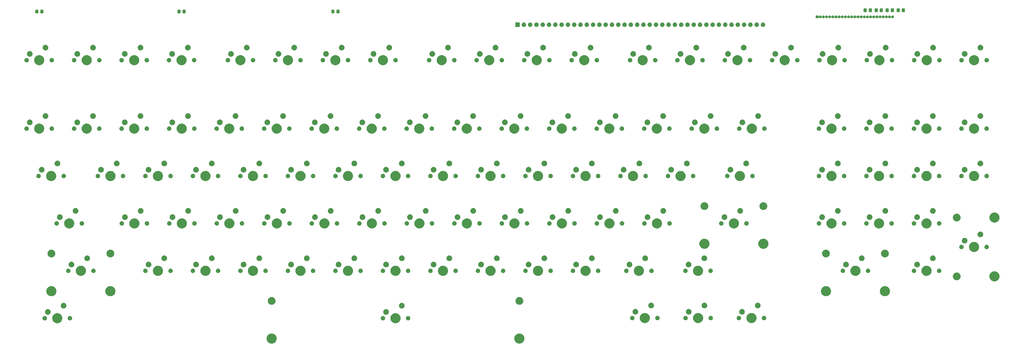
<source format=gbr>
G04 #@! TF.GenerationSoftware,KiCad,Pcbnew,8.0.5*
G04 #@! TF.CreationDate,2025-02-16T01:19:10-05:00*
G04 #@! TF.ProjectId,C128A - BASE,43313238-4120-42d2-9042-4153452e6b69,rev?*
G04 #@! TF.SameCoordinates,Original*
G04 #@! TF.FileFunction,Soldermask,Top*
G04 #@! TF.FilePolarity,Negative*
%FSLAX46Y46*%
G04 Gerber Fmt 4.6, Leading zero omitted, Abs format (unit mm)*
G04 Created by KiCad (PCBNEW 8.0.5) date 2025-02-16 01:19:10*
%MOMM*%
%LPD*%
G01*
G04 APERTURE LIST*
G04 APERTURE END LIST*
G36*
X169492288Y-335161899D02*
G01*
X169761838Y-335237423D01*
X170018593Y-335348947D01*
X170257771Y-335494395D01*
X170474916Y-335671055D01*
X170665984Y-335875639D01*
X170827414Y-336104333D01*
X170956200Y-336352879D01*
X171049943Y-336616647D01*
X171106897Y-336890722D01*
X171126000Y-337170000D01*
X171106897Y-337449278D01*
X171049943Y-337723353D01*
X170956200Y-337987121D01*
X170827414Y-338235667D01*
X170665984Y-338464361D01*
X170474916Y-338668945D01*
X170257771Y-338845605D01*
X170018593Y-338991053D01*
X169761838Y-339102577D01*
X169492288Y-339178101D01*
X169214965Y-339216219D01*
X168935035Y-339216219D01*
X168657712Y-339178101D01*
X168388162Y-339102577D01*
X168131407Y-338991053D01*
X167892229Y-338845605D01*
X167675084Y-338668945D01*
X167484016Y-338464361D01*
X167322586Y-338235667D01*
X167193800Y-337987121D01*
X167100057Y-337723353D01*
X167043103Y-337449278D01*
X167024000Y-337170000D01*
X167043103Y-336890722D01*
X167100057Y-336616647D01*
X167193800Y-336352879D01*
X167322586Y-336104333D01*
X167484016Y-335875639D01*
X167675084Y-335671055D01*
X167892229Y-335494395D01*
X168131407Y-335348947D01*
X168388162Y-335237423D01*
X168657712Y-335161899D01*
X168935035Y-335123781D01*
X169214965Y-335123781D01*
X169492288Y-335161899D01*
G37*
G36*
X269492288Y-335161899D02*
G01*
X269761838Y-335237423D01*
X270018593Y-335348947D01*
X270257771Y-335494395D01*
X270474916Y-335671055D01*
X270665984Y-335875639D01*
X270827414Y-336104333D01*
X270956200Y-336352879D01*
X271049943Y-336616647D01*
X271106897Y-336890722D01*
X271126000Y-337170000D01*
X271106897Y-337449278D01*
X271049943Y-337723353D01*
X270956200Y-337987121D01*
X270827414Y-338235667D01*
X270665984Y-338464361D01*
X270474916Y-338668945D01*
X270257771Y-338845605D01*
X270018593Y-338991053D01*
X269761838Y-339102577D01*
X269492288Y-339178101D01*
X269214965Y-339216219D01*
X268935035Y-339216219D01*
X268657712Y-339178101D01*
X268388162Y-339102577D01*
X268131407Y-338991053D01*
X267892229Y-338845605D01*
X267675084Y-338668945D01*
X267484016Y-338464361D01*
X267322586Y-338235667D01*
X267193800Y-337987121D01*
X267100057Y-337723353D01*
X267043103Y-337449278D01*
X267024000Y-337170000D01*
X267043103Y-336890722D01*
X267100057Y-336616647D01*
X267193800Y-336352879D01*
X267322586Y-336104333D01*
X267484016Y-335875639D01*
X267675084Y-335671055D01*
X267892229Y-335494395D01*
X268131407Y-335348947D01*
X268388162Y-335237423D01*
X268657712Y-335161899D01*
X268935035Y-335123781D01*
X269214965Y-335123781D01*
X269492288Y-335161899D01*
G37*
G36*
X82967288Y-326921899D02*
G01*
X83236838Y-326997423D01*
X83493593Y-327108947D01*
X83732771Y-327254395D01*
X83949916Y-327431055D01*
X84140984Y-327635639D01*
X84302414Y-327864333D01*
X84431200Y-328112879D01*
X84524943Y-328376647D01*
X84581897Y-328650722D01*
X84601000Y-328930000D01*
X84581897Y-329209278D01*
X84524943Y-329483353D01*
X84431200Y-329747121D01*
X84302414Y-329995667D01*
X84140984Y-330224361D01*
X83949916Y-330428945D01*
X83732771Y-330605605D01*
X83493593Y-330751053D01*
X83236838Y-330862577D01*
X82967288Y-330938101D01*
X82689965Y-330976219D01*
X82410035Y-330976219D01*
X82132712Y-330938101D01*
X81863162Y-330862577D01*
X81606407Y-330751053D01*
X81367229Y-330605605D01*
X81150084Y-330428945D01*
X80959016Y-330224361D01*
X80797586Y-329995667D01*
X80668800Y-329747121D01*
X80575057Y-329483353D01*
X80518103Y-329209278D01*
X80499000Y-328930000D01*
X80518103Y-328650722D01*
X80575057Y-328376647D01*
X80668800Y-328112879D01*
X80797586Y-327864333D01*
X80959016Y-327635639D01*
X81150084Y-327431055D01*
X81367229Y-327254395D01*
X81606407Y-327108947D01*
X81863162Y-326997423D01*
X82132712Y-326921899D01*
X82410035Y-326883781D01*
X82689965Y-326883781D01*
X82967288Y-326921899D01*
G37*
G36*
X219492288Y-326921899D02*
G01*
X219761838Y-326997423D01*
X220018593Y-327108947D01*
X220257771Y-327254395D01*
X220474916Y-327431055D01*
X220665984Y-327635639D01*
X220827414Y-327864333D01*
X220956200Y-328112879D01*
X221049943Y-328376647D01*
X221106897Y-328650722D01*
X221126000Y-328930000D01*
X221106897Y-329209278D01*
X221049943Y-329483353D01*
X220956200Y-329747121D01*
X220827414Y-329995667D01*
X220665984Y-330224361D01*
X220474916Y-330428945D01*
X220257771Y-330605605D01*
X220018593Y-330751053D01*
X219761838Y-330862577D01*
X219492288Y-330938101D01*
X219214965Y-330976219D01*
X218935035Y-330976219D01*
X218657712Y-330938101D01*
X218388162Y-330862577D01*
X218131407Y-330751053D01*
X217892229Y-330605605D01*
X217675084Y-330428945D01*
X217484016Y-330224361D01*
X217322586Y-329995667D01*
X217193800Y-329747121D01*
X217100057Y-329483353D01*
X217043103Y-329209278D01*
X217024000Y-328930000D01*
X217043103Y-328650722D01*
X217100057Y-328376647D01*
X217193800Y-328112879D01*
X217322586Y-327864333D01*
X217484016Y-327635639D01*
X217675084Y-327431055D01*
X217892229Y-327254395D01*
X218131407Y-327108947D01*
X218388162Y-326997423D01*
X218657712Y-326921899D01*
X218935035Y-326883781D01*
X219214965Y-326883781D01*
X219492288Y-326921899D01*
G37*
G36*
X320127088Y-326858399D02*
G01*
X320396638Y-326933923D01*
X320653393Y-327045447D01*
X320892571Y-327190895D01*
X321109716Y-327367555D01*
X321300784Y-327572139D01*
X321462214Y-327800833D01*
X321591000Y-328049379D01*
X321684743Y-328313147D01*
X321741697Y-328587222D01*
X321760800Y-328866500D01*
X321741697Y-329145778D01*
X321684743Y-329419853D01*
X321591000Y-329683621D01*
X321462214Y-329932167D01*
X321300784Y-330160861D01*
X321109716Y-330365445D01*
X320892571Y-330542105D01*
X320653393Y-330687553D01*
X320396638Y-330799077D01*
X320127088Y-330874601D01*
X319849765Y-330912719D01*
X319569835Y-330912719D01*
X319292512Y-330874601D01*
X319022962Y-330799077D01*
X318766207Y-330687553D01*
X318527029Y-330542105D01*
X318309884Y-330365445D01*
X318118816Y-330160861D01*
X317957386Y-329932167D01*
X317828600Y-329683621D01*
X317734857Y-329419853D01*
X317677903Y-329145778D01*
X317658800Y-328866500D01*
X317677903Y-328587222D01*
X317734857Y-328313147D01*
X317828600Y-328049379D01*
X317957386Y-327800833D01*
X318118816Y-327572139D01*
X318309884Y-327367555D01*
X318527029Y-327190895D01*
X318766207Y-327045447D01*
X319022962Y-326933923D01*
X319292512Y-326858399D01*
X319569835Y-326820281D01*
X319849765Y-326820281D01*
X320127088Y-326858399D01*
G37*
G36*
X341640888Y-326858399D02*
G01*
X341910438Y-326933923D01*
X342167193Y-327045447D01*
X342406371Y-327190895D01*
X342623516Y-327367555D01*
X342814584Y-327572139D01*
X342976014Y-327800833D01*
X343104800Y-328049379D01*
X343198543Y-328313147D01*
X343255497Y-328587222D01*
X343274600Y-328866500D01*
X343255497Y-329145778D01*
X343198543Y-329419853D01*
X343104800Y-329683621D01*
X342976014Y-329932167D01*
X342814584Y-330160861D01*
X342623516Y-330365445D01*
X342406371Y-330542105D01*
X342167193Y-330687553D01*
X341910438Y-330799077D01*
X341640888Y-330874601D01*
X341363565Y-330912719D01*
X341083635Y-330912719D01*
X340806312Y-330874601D01*
X340536762Y-330799077D01*
X340280007Y-330687553D01*
X340040829Y-330542105D01*
X339823684Y-330365445D01*
X339632616Y-330160861D01*
X339471186Y-329932167D01*
X339342400Y-329683621D01*
X339248657Y-329419853D01*
X339191703Y-329145778D01*
X339172600Y-328866500D01*
X339191703Y-328587222D01*
X339248657Y-328313147D01*
X339342400Y-328049379D01*
X339471186Y-327800833D01*
X339632616Y-327572139D01*
X339823684Y-327367555D01*
X340040829Y-327190895D01*
X340280007Y-327045447D01*
X340536762Y-326933923D01*
X340806312Y-326858399D01*
X341083635Y-326820281D01*
X341363565Y-326820281D01*
X341640888Y-326858399D01*
G37*
G36*
X363180088Y-326858399D02*
G01*
X363449638Y-326933923D01*
X363706393Y-327045447D01*
X363945571Y-327190895D01*
X364162716Y-327367555D01*
X364353784Y-327572139D01*
X364515214Y-327800833D01*
X364644000Y-328049379D01*
X364737743Y-328313147D01*
X364794697Y-328587222D01*
X364813800Y-328866500D01*
X364794697Y-329145778D01*
X364737743Y-329419853D01*
X364644000Y-329683621D01*
X364515214Y-329932167D01*
X364353784Y-330160861D01*
X364162716Y-330365445D01*
X363945571Y-330542105D01*
X363706393Y-330687553D01*
X363449638Y-330799077D01*
X363180088Y-330874601D01*
X362902765Y-330912719D01*
X362622835Y-330912719D01*
X362345512Y-330874601D01*
X362075962Y-330799077D01*
X361819207Y-330687553D01*
X361580029Y-330542105D01*
X361362884Y-330365445D01*
X361171816Y-330160861D01*
X361010386Y-329932167D01*
X360881600Y-329683621D01*
X360787857Y-329419853D01*
X360730903Y-329145778D01*
X360711800Y-328866500D01*
X360730903Y-328587222D01*
X360787857Y-328313147D01*
X360881600Y-328049379D01*
X361010386Y-327800833D01*
X361171816Y-327572139D01*
X361362884Y-327367555D01*
X361580029Y-327190895D01*
X361819207Y-327045447D01*
X362075962Y-326933923D01*
X362345512Y-326858399D01*
X362622835Y-326820281D01*
X362902765Y-326820281D01*
X363180088Y-326858399D01*
G37*
G36*
X77513983Y-328033936D02*
G01*
X77564180Y-328033936D01*
X77607524Y-328043149D01*
X77645659Y-328046905D01*
X77693566Y-328061437D01*
X77748424Y-328073098D01*
X77783530Y-328088728D01*
X77814566Y-328098143D01*
X77863884Y-328124504D01*
X77920500Y-328149711D01*
X77946822Y-328168835D01*
X77970232Y-328181348D01*
X78017988Y-328220540D01*
X78072887Y-328260427D01*
X78090711Y-328280223D01*
X78106675Y-328293324D01*
X78149572Y-328345594D01*
X78198924Y-328400405D01*
X78209292Y-328418363D01*
X78218651Y-328429767D01*
X78253273Y-328494542D01*
X78293104Y-328563530D01*
X78297685Y-328577630D01*
X78301856Y-328585433D01*
X78324852Y-328661242D01*
X78351311Y-328742672D01*
X78352242Y-328751532D01*
X78353094Y-328754340D01*
X78361384Y-328838513D01*
X78371000Y-328930000D01*
X78361383Y-329021494D01*
X78353094Y-329105659D01*
X78352242Y-329108466D01*
X78351311Y-329117328D01*
X78324848Y-329198771D01*
X78301856Y-329274566D01*
X78297686Y-329282366D01*
X78293104Y-329296470D01*
X78253266Y-329365470D01*
X78218651Y-329430232D01*
X78209294Y-329441633D01*
X78198924Y-329459595D01*
X78149563Y-329514415D01*
X78106675Y-329566675D01*
X78090714Y-329579773D01*
X78072887Y-329599573D01*
X78017977Y-329639467D01*
X77970232Y-329678651D01*
X77946827Y-329691161D01*
X77920500Y-329710289D01*
X77863873Y-329735500D01*
X77814566Y-329761856D01*
X77783537Y-329771268D01*
X77748424Y-329786902D01*
X77693555Y-329798564D01*
X77645659Y-329813094D01*
X77607532Y-329816849D01*
X77564180Y-329826064D01*
X77513973Y-329826064D01*
X77470000Y-329830395D01*
X77426027Y-329826064D01*
X77375820Y-329826064D01*
X77332467Y-329816849D01*
X77294340Y-329813094D01*
X77246441Y-329798563D01*
X77191576Y-329786902D01*
X77156464Y-329771269D01*
X77125433Y-329761856D01*
X77076120Y-329735498D01*
X77019500Y-329710289D01*
X76993175Y-329691163D01*
X76969767Y-329678651D01*
X76922013Y-329639460D01*
X76867113Y-329599573D01*
X76849287Y-329579776D01*
X76833324Y-329566675D01*
X76790425Y-329514402D01*
X76741076Y-329459595D01*
X76730708Y-329441637D01*
X76721348Y-329430232D01*
X76686719Y-329365447D01*
X76646896Y-329296470D01*
X76642315Y-329282371D01*
X76638143Y-329274566D01*
X76615136Y-329198725D01*
X76588689Y-329117328D01*
X76587758Y-329108471D01*
X76586905Y-329105659D01*
X76578600Y-329021342D01*
X76569000Y-328930000D01*
X76578599Y-328838664D01*
X76586905Y-328754340D01*
X76587758Y-328751527D01*
X76588689Y-328742672D01*
X76615132Y-328661288D01*
X76638143Y-328585433D01*
X76642315Y-328577626D01*
X76646896Y-328563530D01*
X76686712Y-328494565D01*
X76721348Y-328429767D01*
X76730710Y-328418359D01*
X76741076Y-328400405D01*
X76790416Y-328345607D01*
X76833324Y-328293324D01*
X76849291Y-328280219D01*
X76867113Y-328260427D01*
X76922002Y-328220546D01*
X76969767Y-328181348D01*
X76993180Y-328168833D01*
X77019500Y-328149711D01*
X77076109Y-328124506D01*
X77125433Y-328098143D01*
X77156471Y-328088727D01*
X77191576Y-328073098D01*
X77246430Y-328061438D01*
X77294340Y-328046905D01*
X77332476Y-328043148D01*
X77375820Y-328033936D01*
X77426016Y-328033936D01*
X77470000Y-328029604D01*
X77513983Y-328033936D01*
G37*
G36*
X87673983Y-328033936D02*
G01*
X87724180Y-328033936D01*
X87767524Y-328043149D01*
X87805659Y-328046905D01*
X87853566Y-328061437D01*
X87908424Y-328073098D01*
X87943530Y-328088728D01*
X87974566Y-328098143D01*
X88023884Y-328124504D01*
X88080500Y-328149711D01*
X88106822Y-328168835D01*
X88130232Y-328181348D01*
X88177988Y-328220540D01*
X88232887Y-328260427D01*
X88250711Y-328280223D01*
X88266675Y-328293324D01*
X88309572Y-328345594D01*
X88358924Y-328400405D01*
X88369292Y-328418363D01*
X88378651Y-328429767D01*
X88413273Y-328494542D01*
X88453104Y-328563530D01*
X88457685Y-328577630D01*
X88461856Y-328585433D01*
X88484852Y-328661242D01*
X88511311Y-328742672D01*
X88512242Y-328751532D01*
X88513094Y-328754340D01*
X88521384Y-328838513D01*
X88531000Y-328930000D01*
X88521383Y-329021494D01*
X88513094Y-329105659D01*
X88512242Y-329108466D01*
X88511311Y-329117328D01*
X88484848Y-329198771D01*
X88461856Y-329274566D01*
X88457686Y-329282366D01*
X88453104Y-329296470D01*
X88413266Y-329365470D01*
X88378651Y-329430232D01*
X88369294Y-329441633D01*
X88358924Y-329459595D01*
X88309563Y-329514415D01*
X88266675Y-329566675D01*
X88250714Y-329579773D01*
X88232887Y-329599573D01*
X88177977Y-329639467D01*
X88130232Y-329678651D01*
X88106827Y-329691161D01*
X88080500Y-329710289D01*
X88023873Y-329735500D01*
X87974566Y-329761856D01*
X87943537Y-329771268D01*
X87908424Y-329786902D01*
X87853555Y-329798564D01*
X87805659Y-329813094D01*
X87767532Y-329816849D01*
X87724180Y-329826064D01*
X87673973Y-329826064D01*
X87630000Y-329830395D01*
X87586027Y-329826064D01*
X87535820Y-329826064D01*
X87492467Y-329816849D01*
X87454340Y-329813094D01*
X87406441Y-329798563D01*
X87351576Y-329786902D01*
X87316464Y-329771269D01*
X87285433Y-329761856D01*
X87236120Y-329735498D01*
X87179500Y-329710289D01*
X87153175Y-329691163D01*
X87129767Y-329678651D01*
X87082013Y-329639460D01*
X87027113Y-329599573D01*
X87009287Y-329579776D01*
X86993324Y-329566675D01*
X86950425Y-329514402D01*
X86901076Y-329459595D01*
X86890708Y-329441637D01*
X86881348Y-329430232D01*
X86846719Y-329365447D01*
X86806896Y-329296470D01*
X86802315Y-329282371D01*
X86798143Y-329274566D01*
X86775136Y-329198725D01*
X86748689Y-329117328D01*
X86747758Y-329108471D01*
X86746905Y-329105659D01*
X86738600Y-329021342D01*
X86729000Y-328930000D01*
X86738599Y-328838664D01*
X86746905Y-328754340D01*
X86747758Y-328751527D01*
X86748689Y-328742672D01*
X86775132Y-328661288D01*
X86798143Y-328585433D01*
X86802315Y-328577626D01*
X86806896Y-328563530D01*
X86846712Y-328494565D01*
X86881348Y-328429767D01*
X86890710Y-328418359D01*
X86901076Y-328400405D01*
X86950416Y-328345607D01*
X86993324Y-328293324D01*
X87009291Y-328280219D01*
X87027113Y-328260427D01*
X87082002Y-328220546D01*
X87129767Y-328181348D01*
X87153180Y-328168833D01*
X87179500Y-328149711D01*
X87236109Y-328124506D01*
X87285433Y-328098143D01*
X87316471Y-328088727D01*
X87351576Y-328073098D01*
X87406430Y-328061438D01*
X87454340Y-328046905D01*
X87492476Y-328043148D01*
X87535820Y-328033936D01*
X87586016Y-328033936D01*
X87630000Y-328029604D01*
X87673983Y-328033936D01*
G37*
G36*
X214038983Y-328033936D02*
G01*
X214089180Y-328033936D01*
X214132524Y-328043149D01*
X214170659Y-328046905D01*
X214218566Y-328061437D01*
X214273424Y-328073098D01*
X214308530Y-328088728D01*
X214339566Y-328098143D01*
X214388884Y-328124504D01*
X214445500Y-328149711D01*
X214471822Y-328168835D01*
X214495232Y-328181348D01*
X214542988Y-328220540D01*
X214597887Y-328260427D01*
X214615711Y-328280223D01*
X214631675Y-328293324D01*
X214674572Y-328345594D01*
X214723924Y-328400405D01*
X214734292Y-328418363D01*
X214743651Y-328429767D01*
X214778273Y-328494542D01*
X214818104Y-328563530D01*
X214822685Y-328577630D01*
X214826856Y-328585433D01*
X214849852Y-328661242D01*
X214876311Y-328742672D01*
X214877242Y-328751532D01*
X214878094Y-328754340D01*
X214886384Y-328838513D01*
X214896000Y-328930000D01*
X214886383Y-329021494D01*
X214878094Y-329105659D01*
X214877242Y-329108466D01*
X214876311Y-329117328D01*
X214849848Y-329198771D01*
X214826856Y-329274566D01*
X214822686Y-329282366D01*
X214818104Y-329296470D01*
X214778266Y-329365470D01*
X214743651Y-329430232D01*
X214734294Y-329441633D01*
X214723924Y-329459595D01*
X214674563Y-329514415D01*
X214631675Y-329566675D01*
X214615714Y-329579773D01*
X214597887Y-329599573D01*
X214542977Y-329639467D01*
X214495232Y-329678651D01*
X214471827Y-329691161D01*
X214445500Y-329710289D01*
X214388873Y-329735500D01*
X214339566Y-329761856D01*
X214308537Y-329771268D01*
X214273424Y-329786902D01*
X214218555Y-329798564D01*
X214170659Y-329813094D01*
X214132532Y-329816849D01*
X214089180Y-329826064D01*
X214038973Y-329826064D01*
X213995000Y-329830395D01*
X213951027Y-329826064D01*
X213900820Y-329826064D01*
X213857467Y-329816849D01*
X213819340Y-329813094D01*
X213771441Y-329798563D01*
X213716576Y-329786902D01*
X213681464Y-329771269D01*
X213650433Y-329761856D01*
X213601120Y-329735498D01*
X213544500Y-329710289D01*
X213518175Y-329691163D01*
X213494767Y-329678651D01*
X213447013Y-329639460D01*
X213392113Y-329599573D01*
X213374287Y-329579776D01*
X213358324Y-329566675D01*
X213315425Y-329514402D01*
X213266076Y-329459595D01*
X213255708Y-329441637D01*
X213246348Y-329430232D01*
X213211719Y-329365447D01*
X213171896Y-329296470D01*
X213167315Y-329282371D01*
X213163143Y-329274566D01*
X213140136Y-329198725D01*
X213113689Y-329117328D01*
X213112758Y-329108471D01*
X213111905Y-329105659D01*
X213103600Y-329021342D01*
X213094000Y-328930000D01*
X213103599Y-328838664D01*
X213111905Y-328754340D01*
X213112758Y-328751527D01*
X213113689Y-328742672D01*
X213140132Y-328661288D01*
X213163143Y-328585433D01*
X213167315Y-328577626D01*
X213171896Y-328563530D01*
X213211712Y-328494565D01*
X213246348Y-328429767D01*
X213255710Y-328418359D01*
X213266076Y-328400405D01*
X213315416Y-328345607D01*
X213358324Y-328293324D01*
X213374291Y-328280219D01*
X213392113Y-328260427D01*
X213447002Y-328220546D01*
X213494767Y-328181348D01*
X213518180Y-328168833D01*
X213544500Y-328149711D01*
X213601109Y-328124506D01*
X213650433Y-328098143D01*
X213681471Y-328088727D01*
X213716576Y-328073098D01*
X213771430Y-328061438D01*
X213819340Y-328046905D01*
X213857476Y-328043148D01*
X213900820Y-328033936D01*
X213951016Y-328033936D01*
X213995000Y-328029604D01*
X214038983Y-328033936D01*
G37*
G36*
X224198983Y-328033936D02*
G01*
X224249180Y-328033936D01*
X224292524Y-328043149D01*
X224330659Y-328046905D01*
X224378566Y-328061437D01*
X224433424Y-328073098D01*
X224468530Y-328088728D01*
X224499566Y-328098143D01*
X224548884Y-328124504D01*
X224605500Y-328149711D01*
X224631822Y-328168835D01*
X224655232Y-328181348D01*
X224702988Y-328220540D01*
X224757887Y-328260427D01*
X224775711Y-328280223D01*
X224791675Y-328293324D01*
X224834572Y-328345594D01*
X224883924Y-328400405D01*
X224894292Y-328418363D01*
X224903651Y-328429767D01*
X224938273Y-328494542D01*
X224978104Y-328563530D01*
X224982685Y-328577630D01*
X224986856Y-328585433D01*
X225009852Y-328661242D01*
X225036311Y-328742672D01*
X225037242Y-328751532D01*
X225038094Y-328754340D01*
X225046384Y-328838513D01*
X225056000Y-328930000D01*
X225046383Y-329021494D01*
X225038094Y-329105659D01*
X225037242Y-329108466D01*
X225036311Y-329117328D01*
X225009848Y-329198771D01*
X224986856Y-329274566D01*
X224982686Y-329282366D01*
X224978104Y-329296470D01*
X224938266Y-329365470D01*
X224903651Y-329430232D01*
X224894294Y-329441633D01*
X224883924Y-329459595D01*
X224834563Y-329514415D01*
X224791675Y-329566675D01*
X224775714Y-329579773D01*
X224757887Y-329599573D01*
X224702977Y-329639467D01*
X224655232Y-329678651D01*
X224631827Y-329691161D01*
X224605500Y-329710289D01*
X224548873Y-329735500D01*
X224499566Y-329761856D01*
X224468537Y-329771268D01*
X224433424Y-329786902D01*
X224378555Y-329798564D01*
X224330659Y-329813094D01*
X224292532Y-329816849D01*
X224249180Y-329826064D01*
X224198973Y-329826064D01*
X224155000Y-329830395D01*
X224111027Y-329826064D01*
X224060820Y-329826064D01*
X224017467Y-329816849D01*
X223979340Y-329813094D01*
X223931441Y-329798563D01*
X223876576Y-329786902D01*
X223841464Y-329771269D01*
X223810433Y-329761856D01*
X223761120Y-329735498D01*
X223704500Y-329710289D01*
X223678175Y-329691163D01*
X223654767Y-329678651D01*
X223607013Y-329639460D01*
X223552113Y-329599573D01*
X223534287Y-329579776D01*
X223518324Y-329566675D01*
X223475425Y-329514402D01*
X223426076Y-329459595D01*
X223415708Y-329441637D01*
X223406348Y-329430232D01*
X223371719Y-329365447D01*
X223331896Y-329296470D01*
X223327315Y-329282371D01*
X223323143Y-329274566D01*
X223300136Y-329198725D01*
X223273689Y-329117328D01*
X223272758Y-329108471D01*
X223271905Y-329105659D01*
X223263600Y-329021342D01*
X223254000Y-328930000D01*
X223263599Y-328838664D01*
X223271905Y-328754340D01*
X223272758Y-328751527D01*
X223273689Y-328742672D01*
X223300132Y-328661288D01*
X223323143Y-328585433D01*
X223327315Y-328577626D01*
X223331896Y-328563530D01*
X223371712Y-328494565D01*
X223406348Y-328429767D01*
X223415710Y-328418359D01*
X223426076Y-328400405D01*
X223475416Y-328345607D01*
X223518324Y-328293324D01*
X223534291Y-328280219D01*
X223552113Y-328260427D01*
X223607002Y-328220546D01*
X223654767Y-328181348D01*
X223678180Y-328168833D01*
X223704500Y-328149711D01*
X223761109Y-328124506D01*
X223810433Y-328098143D01*
X223841471Y-328088727D01*
X223876576Y-328073098D01*
X223931430Y-328061438D01*
X223979340Y-328046905D01*
X224017476Y-328043148D01*
X224060820Y-328033936D01*
X224111016Y-328033936D01*
X224155000Y-328029604D01*
X224198983Y-328033936D01*
G37*
G36*
X314673783Y-327970436D02*
G01*
X314723980Y-327970436D01*
X314767324Y-327979649D01*
X314805459Y-327983405D01*
X314853366Y-327997937D01*
X314908224Y-328009598D01*
X314943330Y-328025228D01*
X314974366Y-328034643D01*
X315023684Y-328061004D01*
X315080300Y-328086211D01*
X315106622Y-328105335D01*
X315130032Y-328117848D01*
X315177788Y-328157040D01*
X315232687Y-328196927D01*
X315250511Y-328216723D01*
X315266475Y-328229824D01*
X315309372Y-328282094D01*
X315358724Y-328336905D01*
X315369092Y-328354863D01*
X315378451Y-328366267D01*
X315413073Y-328431042D01*
X315452904Y-328500030D01*
X315457485Y-328514130D01*
X315461656Y-328521933D01*
X315484652Y-328597742D01*
X315511111Y-328679172D01*
X315512042Y-328688032D01*
X315512894Y-328690840D01*
X315521184Y-328775013D01*
X315530800Y-328866500D01*
X315521183Y-328957994D01*
X315512894Y-329042159D01*
X315512042Y-329044966D01*
X315511111Y-329053828D01*
X315484648Y-329135271D01*
X315461656Y-329211066D01*
X315457486Y-329218866D01*
X315452904Y-329232970D01*
X315413066Y-329301970D01*
X315378451Y-329366732D01*
X315369094Y-329378133D01*
X315358724Y-329396095D01*
X315309363Y-329450915D01*
X315266475Y-329503175D01*
X315250514Y-329516273D01*
X315232687Y-329536073D01*
X315177777Y-329575967D01*
X315130032Y-329615151D01*
X315106627Y-329627661D01*
X315080300Y-329646789D01*
X315023673Y-329672000D01*
X314974366Y-329698356D01*
X314943337Y-329707768D01*
X314908224Y-329723402D01*
X314853355Y-329735064D01*
X314805459Y-329749594D01*
X314767332Y-329753349D01*
X314723980Y-329762564D01*
X314673773Y-329762564D01*
X314629800Y-329766895D01*
X314585827Y-329762564D01*
X314535620Y-329762564D01*
X314492267Y-329753349D01*
X314454140Y-329749594D01*
X314406241Y-329735063D01*
X314351376Y-329723402D01*
X314316264Y-329707769D01*
X314285233Y-329698356D01*
X314235920Y-329671998D01*
X314179300Y-329646789D01*
X314152975Y-329627663D01*
X314129567Y-329615151D01*
X314081813Y-329575960D01*
X314026913Y-329536073D01*
X314009087Y-329516276D01*
X313993124Y-329503175D01*
X313950225Y-329450902D01*
X313900876Y-329396095D01*
X313890508Y-329378137D01*
X313881148Y-329366732D01*
X313846519Y-329301947D01*
X313806696Y-329232970D01*
X313802115Y-329218871D01*
X313797943Y-329211066D01*
X313774936Y-329135225D01*
X313748489Y-329053828D01*
X313747558Y-329044971D01*
X313746705Y-329042159D01*
X313738400Y-328957842D01*
X313728800Y-328866500D01*
X313738399Y-328775164D01*
X313746705Y-328690840D01*
X313747558Y-328688027D01*
X313748489Y-328679172D01*
X313774932Y-328597788D01*
X313797943Y-328521933D01*
X313802115Y-328514126D01*
X313806696Y-328500030D01*
X313846512Y-328431065D01*
X313881148Y-328366267D01*
X313890510Y-328354859D01*
X313900876Y-328336905D01*
X313950216Y-328282107D01*
X313993124Y-328229824D01*
X314009091Y-328216719D01*
X314026913Y-328196927D01*
X314081802Y-328157046D01*
X314129567Y-328117848D01*
X314152980Y-328105333D01*
X314179300Y-328086211D01*
X314235909Y-328061006D01*
X314285233Y-328034643D01*
X314316271Y-328025227D01*
X314351376Y-328009598D01*
X314406230Y-327997938D01*
X314454140Y-327983405D01*
X314492276Y-327979648D01*
X314535620Y-327970436D01*
X314585816Y-327970436D01*
X314629800Y-327966104D01*
X314673783Y-327970436D01*
G37*
G36*
X324833783Y-327970436D02*
G01*
X324883980Y-327970436D01*
X324927324Y-327979649D01*
X324965459Y-327983405D01*
X325013366Y-327997937D01*
X325068224Y-328009598D01*
X325103330Y-328025228D01*
X325134366Y-328034643D01*
X325183684Y-328061004D01*
X325240300Y-328086211D01*
X325266622Y-328105335D01*
X325290032Y-328117848D01*
X325337788Y-328157040D01*
X325392687Y-328196927D01*
X325410511Y-328216723D01*
X325426475Y-328229824D01*
X325469372Y-328282094D01*
X325518724Y-328336905D01*
X325529092Y-328354863D01*
X325538451Y-328366267D01*
X325573073Y-328431042D01*
X325612904Y-328500030D01*
X325617485Y-328514130D01*
X325621656Y-328521933D01*
X325644652Y-328597742D01*
X325671111Y-328679172D01*
X325672042Y-328688032D01*
X325672894Y-328690840D01*
X325681184Y-328775013D01*
X325690800Y-328866500D01*
X325681183Y-328957994D01*
X325672894Y-329042159D01*
X325672042Y-329044966D01*
X325671111Y-329053828D01*
X325644648Y-329135271D01*
X325621656Y-329211066D01*
X325617486Y-329218866D01*
X325612904Y-329232970D01*
X325573066Y-329301970D01*
X325538451Y-329366732D01*
X325529094Y-329378133D01*
X325518724Y-329396095D01*
X325469363Y-329450915D01*
X325426475Y-329503175D01*
X325410514Y-329516273D01*
X325392687Y-329536073D01*
X325337777Y-329575967D01*
X325290032Y-329615151D01*
X325266627Y-329627661D01*
X325240300Y-329646789D01*
X325183673Y-329672000D01*
X325134366Y-329698356D01*
X325103337Y-329707768D01*
X325068224Y-329723402D01*
X325013355Y-329735064D01*
X324965459Y-329749594D01*
X324927332Y-329753349D01*
X324883980Y-329762564D01*
X324833773Y-329762564D01*
X324789800Y-329766895D01*
X324745827Y-329762564D01*
X324695620Y-329762564D01*
X324652267Y-329753349D01*
X324614140Y-329749594D01*
X324566241Y-329735063D01*
X324511376Y-329723402D01*
X324476264Y-329707769D01*
X324445233Y-329698356D01*
X324395920Y-329671998D01*
X324339300Y-329646789D01*
X324312975Y-329627663D01*
X324289567Y-329615151D01*
X324241813Y-329575960D01*
X324186913Y-329536073D01*
X324169087Y-329516276D01*
X324153124Y-329503175D01*
X324110225Y-329450902D01*
X324060876Y-329396095D01*
X324050508Y-329378137D01*
X324041148Y-329366732D01*
X324006519Y-329301947D01*
X323966696Y-329232970D01*
X323962115Y-329218871D01*
X323957943Y-329211066D01*
X323934936Y-329135225D01*
X323908489Y-329053828D01*
X323907558Y-329044971D01*
X323906705Y-329042159D01*
X323898400Y-328957842D01*
X323888800Y-328866500D01*
X323898399Y-328775164D01*
X323906705Y-328690840D01*
X323907558Y-328688027D01*
X323908489Y-328679172D01*
X323934932Y-328597788D01*
X323957943Y-328521933D01*
X323962115Y-328514126D01*
X323966696Y-328500030D01*
X324006512Y-328431065D01*
X324041148Y-328366267D01*
X324050510Y-328354859D01*
X324060876Y-328336905D01*
X324110216Y-328282107D01*
X324153124Y-328229824D01*
X324169091Y-328216719D01*
X324186913Y-328196927D01*
X324241802Y-328157046D01*
X324289567Y-328117848D01*
X324312980Y-328105333D01*
X324339300Y-328086211D01*
X324395909Y-328061006D01*
X324445233Y-328034643D01*
X324476271Y-328025227D01*
X324511376Y-328009598D01*
X324566230Y-327997938D01*
X324614140Y-327983405D01*
X324652276Y-327979648D01*
X324695620Y-327970436D01*
X324745816Y-327970436D01*
X324789800Y-327966104D01*
X324833783Y-327970436D01*
G37*
G36*
X336187583Y-327970436D02*
G01*
X336237780Y-327970436D01*
X336281124Y-327979649D01*
X336319259Y-327983405D01*
X336367166Y-327997937D01*
X336422024Y-328009598D01*
X336457130Y-328025228D01*
X336488166Y-328034643D01*
X336537484Y-328061004D01*
X336594100Y-328086211D01*
X336620422Y-328105335D01*
X336643832Y-328117848D01*
X336691588Y-328157040D01*
X336746487Y-328196927D01*
X336764311Y-328216723D01*
X336780275Y-328229824D01*
X336823172Y-328282094D01*
X336872524Y-328336905D01*
X336882892Y-328354863D01*
X336892251Y-328366267D01*
X336926873Y-328431042D01*
X336966704Y-328500030D01*
X336971285Y-328514130D01*
X336975456Y-328521933D01*
X336998452Y-328597742D01*
X337024911Y-328679172D01*
X337025842Y-328688032D01*
X337026694Y-328690840D01*
X337034984Y-328775013D01*
X337044600Y-328866500D01*
X337034983Y-328957994D01*
X337026694Y-329042159D01*
X337025842Y-329044966D01*
X337024911Y-329053828D01*
X336998448Y-329135271D01*
X336975456Y-329211066D01*
X336971286Y-329218866D01*
X336966704Y-329232970D01*
X336926866Y-329301970D01*
X336892251Y-329366732D01*
X336882894Y-329378133D01*
X336872524Y-329396095D01*
X336823163Y-329450915D01*
X336780275Y-329503175D01*
X336764314Y-329516273D01*
X336746487Y-329536073D01*
X336691577Y-329575967D01*
X336643832Y-329615151D01*
X336620427Y-329627661D01*
X336594100Y-329646789D01*
X336537473Y-329672000D01*
X336488166Y-329698356D01*
X336457137Y-329707768D01*
X336422024Y-329723402D01*
X336367155Y-329735064D01*
X336319259Y-329749594D01*
X336281132Y-329753349D01*
X336237780Y-329762564D01*
X336187573Y-329762564D01*
X336143600Y-329766895D01*
X336099627Y-329762564D01*
X336049420Y-329762564D01*
X336006067Y-329753349D01*
X335967940Y-329749594D01*
X335920041Y-329735063D01*
X335865176Y-329723402D01*
X335830064Y-329707769D01*
X335799033Y-329698356D01*
X335749720Y-329671998D01*
X335693100Y-329646789D01*
X335666775Y-329627663D01*
X335643367Y-329615151D01*
X335595613Y-329575960D01*
X335540713Y-329536073D01*
X335522887Y-329516276D01*
X335506924Y-329503175D01*
X335464025Y-329450902D01*
X335414676Y-329396095D01*
X335404308Y-329378137D01*
X335394948Y-329366732D01*
X335360319Y-329301947D01*
X335320496Y-329232970D01*
X335315915Y-329218871D01*
X335311743Y-329211066D01*
X335288736Y-329135225D01*
X335262289Y-329053828D01*
X335261358Y-329044971D01*
X335260505Y-329042159D01*
X335252200Y-328957842D01*
X335242600Y-328866500D01*
X335252199Y-328775164D01*
X335260505Y-328690840D01*
X335261358Y-328688027D01*
X335262289Y-328679172D01*
X335288732Y-328597788D01*
X335311743Y-328521933D01*
X335315915Y-328514126D01*
X335320496Y-328500030D01*
X335360312Y-328431065D01*
X335394948Y-328366267D01*
X335404310Y-328354859D01*
X335414676Y-328336905D01*
X335464016Y-328282107D01*
X335506924Y-328229824D01*
X335522891Y-328216719D01*
X335540713Y-328196927D01*
X335595602Y-328157046D01*
X335643367Y-328117848D01*
X335666780Y-328105333D01*
X335693100Y-328086211D01*
X335749709Y-328061006D01*
X335799033Y-328034643D01*
X335830071Y-328025227D01*
X335865176Y-328009598D01*
X335920030Y-327997938D01*
X335967940Y-327983405D01*
X336006076Y-327979648D01*
X336049420Y-327970436D01*
X336099616Y-327970436D01*
X336143600Y-327966104D01*
X336187583Y-327970436D01*
G37*
G36*
X346347583Y-327970436D02*
G01*
X346397780Y-327970436D01*
X346441124Y-327979649D01*
X346479259Y-327983405D01*
X346527166Y-327997937D01*
X346582024Y-328009598D01*
X346617130Y-328025228D01*
X346648166Y-328034643D01*
X346697484Y-328061004D01*
X346754100Y-328086211D01*
X346780422Y-328105335D01*
X346803832Y-328117848D01*
X346851588Y-328157040D01*
X346906487Y-328196927D01*
X346924311Y-328216723D01*
X346940275Y-328229824D01*
X346983172Y-328282094D01*
X347032524Y-328336905D01*
X347042892Y-328354863D01*
X347052251Y-328366267D01*
X347086873Y-328431042D01*
X347126704Y-328500030D01*
X347131285Y-328514130D01*
X347135456Y-328521933D01*
X347158452Y-328597742D01*
X347184911Y-328679172D01*
X347185842Y-328688032D01*
X347186694Y-328690840D01*
X347194984Y-328775013D01*
X347204600Y-328866500D01*
X347194983Y-328957994D01*
X347186694Y-329042159D01*
X347185842Y-329044966D01*
X347184911Y-329053828D01*
X347158448Y-329135271D01*
X347135456Y-329211066D01*
X347131286Y-329218866D01*
X347126704Y-329232970D01*
X347086866Y-329301970D01*
X347052251Y-329366732D01*
X347042894Y-329378133D01*
X347032524Y-329396095D01*
X346983163Y-329450915D01*
X346940275Y-329503175D01*
X346924314Y-329516273D01*
X346906487Y-329536073D01*
X346851577Y-329575967D01*
X346803832Y-329615151D01*
X346780427Y-329627661D01*
X346754100Y-329646789D01*
X346697473Y-329672000D01*
X346648166Y-329698356D01*
X346617137Y-329707768D01*
X346582024Y-329723402D01*
X346527155Y-329735064D01*
X346479259Y-329749594D01*
X346441132Y-329753349D01*
X346397780Y-329762564D01*
X346347573Y-329762564D01*
X346303600Y-329766895D01*
X346259627Y-329762564D01*
X346209420Y-329762564D01*
X346166067Y-329753349D01*
X346127940Y-329749594D01*
X346080041Y-329735063D01*
X346025176Y-329723402D01*
X345990064Y-329707769D01*
X345959033Y-329698356D01*
X345909720Y-329671998D01*
X345853100Y-329646789D01*
X345826775Y-329627663D01*
X345803367Y-329615151D01*
X345755613Y-329575960D01*
X345700713Y-329536073D01*
X345682887Y-329516276D01*
X345666924Y-329503175D01*
X345624025Y-329450902D01*
X345574676Y-329396095D01*
X345564308Y-329378137D01*
X345554948Y-329366732D01*
X345520319Y-329301947D01*
X345480496Y-329232970D01*
X345475915Y-329218871D01*
X345471743Y-329211066D01*
X345448736Y-329135225D01*
X345422289Y-329053828D01*
X345421358Y-329044971D01*
X345420505Y-329042159D01*
X345412200Y-328957842D01*
X345402600Y-328866500D01*
X345412199Y-328775164D01*
X345420505Y-328690840D01*
X345421358Y-328688027D01*
X345422289Y-328679172D01*
X345448732Y-328597788D01*
X345471743Y-328521933D01*
X345475915Y-328514126D01*
X345480496Y-328500030D01*
X345520312Y-328431065D01*
X345554948Y-328366267D01*
X345564310Y-328354859D01*
X345574676Y-328336905D01*
X345624016Y-328282107D01*
X345666924Y-328229824D01*
X345682891Y-328216719D01*
X345700713Y-328196927D01*
X345755602Y-328157046D01*
X345803367Y-328117848D01*
X345826780Y-328105333D01*
X345853100Y-328086211D01*
X345909709Y-328061006D01*
X345959033Y-328034643D01*
X345990071Y-328025227D01*
X346025176Y-328009598D01*
X346080030Y-327997938D01*
X346127940Y-327983405D01*
X346166076Y-327979648D01*
X346209420Y-327970436D01*
X346259616Y-327970436D01*
X346303600Y-327966104D01*
X346347583Y-327970436D01*
G37*
G36*
X357726783Y-327970436D02*
G01*
X357776980Y-327970436D01*
X357820324Y-327979649D01*
X357858459Y-327983405D01*
X357906366Y-327997937D01*
X357961224Y-328009598D01*
X357996330Y-328025228D01*
X358027366Y-328034643D01*
X358076684Y-328061004D01*
X358133300Y-328086211D01*
X358159622Y-328105335D01*
X358183032Y-328117848D01*
X358230788Y-328157040D01*
X358285687Y-328196927D01*
X358303511Y-328216723D01*
X358319475Y-328229824D01*
X358362372Y-328282094D01*
X358411724Y-328336905D01*
X358422092Y-328354863D01*
X358431451Y-328366267D01*
X358466073Y-328431042D01*
X358505904Y-328500030D01*
X358510485Y-328514130D01*
X358514656Y-328521933D01*
X358537652Y-328597742D01*
X358564111Y-328679172D01*
X358565042Y-328688032D01*
X358565894Y-328690840D01*
X358574184Y-328775013D01*
X358583800Y-328866500D01*
X358574183Y-328957994D01*
X358565894Y-329042159D01*
X358565042Y-329044966D01*
X358564111Y-329053828D01*
X358537648Y-329135271D01*
X358514656Y-329211066D01*
X358510486Y-329218866D01*
X358505904Y-329232970D01*
X358466066Y-329301970D01*
X358431451Y-329366732D01*
X358422094Y-329378133D01*
X358411724Y-329396095D01*
X358362363Y-329450915D01*
X358319475Y-329503175D01*
X358303514Y-329516273D01*
X358285687Y-329536073D01*
X358230777Y-329575967D01*
X358183032Y-329615151D01*
X358159627Y-329627661D01*
X358133300Y-329646789D01*
X358076673Y-329672000D01*
X358027366Y-329698356D01*
X357996337Y-329707768D01*
X357961224Y-329723402D01*
X357906355Y-329735064D01*
X357858459Y-329749594D01*
X357820332Y-329753349D01*
X357776980Y-329762564D01*
X357726773Y-329762564D01*
X357682800Y-329766895D01*
X357638827Y-329762564D01*
X357588620Y-329762564D01*
X357545267Y-329753349D01*
X357507140Y-329749594D01*
X357459241Y-329735063D01*
X357404376Y-329723402D01*
X357369264Y-329707769D01*
X357338233Y-329698356D01*
X357288920Y-329671998D01*
X357232300Y-329646789D01*
X357205975Y-329627663D01*
X357182567Y-329615151D01*
X357134813Y-329575960D01*
X357079913Y-329536073D01*
X357062087Y-329516276D01*
X357046124Y-329503175D01*
X357003225Y-329450902D01*
X356953876Y-329396095D01*
X356943508Y-329378137D01*
X356934148Y-329366732D01*
X356899519Y-329301947D01*
X356859696Y-329232970D01*
X356855115Y-329218871D01*
X356850943Y-329211066D01*
X356827936Y-329135225D01*
X356801489Y-329053828D01*
X356800558Y-329044971D01*
X356799705Y-329042159D01*
X356791400Y-328957842D01*
X356781800Y-328866500D01*
X356791399Y-328775164D01*
X356799705Y-328690840D01*
X356800558Y-328688027D01*
X356801489Y-328679172D01*
X356827932Y-328597788D01*
X356850943Y-328521933D01*
X356855115Y-328514126D01*
X356859696Y-328500030D01*
X356899512Y-328431065D01*
X356934148Y-328366267D01*
X356943510Y-328354859D01*
X356953876Y-328336905D01*
X357003216Y-328282107D01*
X357046124Y-328229824D01*
X357062091Y-328216719D01*
X357079913Y-328196927D01*
X357134802Y-328157046D01*
X357182567Y-328117848D01*
X357205980Y-328105333D01*
X357232300Y-328086211D01*
X357288909Y-328061006D01*
X357338233Y-328034643D01*
X357369271Y-328025227D01*
X357404376Y-328009598D01*
X357459230Y-327997938D01*
X357507140Y-327983405D01*
X357545276Y-327979648D01*
X357588620Y-327970436D01*
X357638816Y-327970436D01*
X357682800Y-327966104D01*
X357726783Y-327970436D01*
G37*
G36*
X367886783Y-327970436D02*
G01*
X367936980Y-327970436D01*
X367980324Y-327979649D01*
X368018459Y-327983405D01*
X368066366Y-327997937D01*
X368121224Y-328009598D01*
X368156330Y-328025228D01*
X368187366Y-328034643D01*
X368236684Y-328061004D01*
X368293300Y-328086211D01*
X368319622Y-328105335D01*
X368343032Y-328117848D01*
X368390788Y-328157040D01*
X368445687Y-328196927D01*
X368463511Y-328216723D01*
X368479475Y-328229824D01*
X368522372Y-328282094D01*
X368571724Y-328336905D01*
X368582092Y-328354863D01*
X368591451Y-328366267D01*
X368626073Y-328431042D01*
X368665904Y-328500030D01*
X368670485Y-328514130D01*
X368674656Y-328521933D01*
X368697652Y-328597742D01*
X368724111Y-328679172D01*
X368725042Y-328688032D01*
X368725894Y-328690840D01*
X368734184Y-328775013D01*
X368743800Y-328866500D01*
X368734183Y-328957994D01*
X368725894Y-329042159D01*
X368725042Y-329044966D01*
X368724111Y-329053828D01*
X368697648Y-329135271D01*
X368674656Y-329211066D01*
X368670486Y-329218866D01*
X368665904Y-329232970D01*
X368626066Y-329301970D01*
X368591451Y-329366732D01*
X368582094Y-329378133D01*
X368571724Y-329396095D01*
X368522363Y-329450915D01*
X368479475Y-329503175D01*
X368463514Y-329516273D01*
X368445687Y-329536073D01*
X368390777Y-329575967D01*
X368343032Y-329615151D01*
X368319627Y-329627661D01*
X368293300Y-329646789D01*
X368236673Y-329672000D01*
X368187366Y-329698356D01*
X368156337Y-329707768D01*
X368121224Y-329723402D01*
X368066355Y-329735064D01*
X368018459Y-329749594D01*
X367980332Y-329753349D01*
X367936980Y-329762564D01*
X367886773Y-329762564D01*
X367842800Y-329766895D01*
X367798827Y-329762564D01*
X367748620Y-329762564D01*
X367705267Y-329753349D01*
X367667140Y-329749594D01*
X367619241Y-329735063D01*
X367564376Y-329723402D01*
X367529264Y-329707769D01*
X367498233Y-329698356D01*
X367448920Y-329671998D01*
X367392300Y-329646789D01*
X367365975Y-329627663D01*
X367342567Y-329615151D01*
X367294813Y-329575960D01*
X367239913Y-329536073D01*
X367222087Y-329516276D01*
X367206124Y-329503175D01*
X367163225Y-329450902D01*
X367113876Y-329396095D01*
X367103508Y-329378137D01*
X367094148Y-329366732D01*
X367059519Y-329301947D01*
X367019696Y-329232970D01*
X367015115Y-329218871D01*
X367010943Y-329211066D01*
X366987936Y-329135225D01*
X366961489Y-329053828D01*
X366960558Y-329044971D01*
X366959705Y-329042159D01*
X366951400Y-328957842D01*
X366941800Y-328866500D01*
X366951399Y-328775164D01*
X366959705Y-328690840D01*
X366960558Y-328688027D01*
X366961489Y-328679172D01*
X366987932Y-328597788D01*
X367010943Y-328521933D01*
X367015115Y-328514126D01*
X367019696Y-328500030D01*
X367059512Y-328431065D01*
X367094148Y-328366267D01*
X367103510Y-328354859D01*
X367113876Y-328336905D01*
X367163216Y-328282107D01*
X367206124Y-328229824D01*
X367222091Y-328216719D01*
X367239913Y-328196927D01*
X367294802Y-328157046D01*
X367342567Y-328117848D01*
X367365980Y-328105333D01*
X367392300Y-328086211D01*
X367448909Y-328061006D01*
X367498233Y-328034643D01*
X367529271Y-328025227D01*
X367564376Y-328009598D01*
X367619230Y-327997938D01*
X367667140Y-327983405D01*
X367705276Y-327979648D01*
X367748620Y-327970436D01*
X367798816Y-327970436D01*
X367842800Y-327966104D01*
X367886783Y-327970436D01*
G37*
G36*
X78790672Y-325243910D02*
G01*
X78846201Y-325243910D01*
X78895050Y-325253041D01*
X78939783Y-325256955D01*
X78994691Y-325271667D01*
X79054986Y-325282939D01*
X79095882Y-325298782D01*
X79133500Y-325308862D01*
X79190449Y-325335417D01*
X79253045Y-325359667D01*
X79285350Y-325379669D01*
X79315263Y-325393618D01*
X79371688Y-325433127D01*
X79433632Y-325471482D01*
X79457378Y-325493130D01*
X79479539Y-325508647D01*
X79532543Y-325561651D01*
X79590599Y-325614576D01*
X79606424Y-325635532D01*
X79621352Y-325650460D01*
X79667922Y-325716969D01*
X79718600Y-325784077D01*
X79727677Y-325802307D01*
X79736381Y-325814737D01*
X79773430Y-325894191D01*
X79813276Y-325974211D01*
X79817239Y-325988139D01*
X79821137Y-325996499D01*
X79845709Y-326088204D01*
X79871402Y-326178504D01*
X79872192Y-326187039D01*
X79873044Y-326190216D01*
X79882447Y-326297707D01*
X79891000Y-326390000D01*
X79882447Y-326482299D01*
X79873044Y-326589783D01*
X79872193Y-326592958D01*
X79871402Y-326601496D01*
X79845705Y-326691811D01*
X79821137Y-326783500D01*
X79817239Y-326791857D01*
X79813276Y-326805789D01*
X79773427Y-326885815D01*
X79736381Y-326965263D01*
X79727678Y-326977691D01*
X79718600Y-326995923D01*
X79667917Y-327063037D01*
X79621352Y-327129539D01*
X79606427Y-327144463D01*
X79590599Y-327165424D01*
X79532532Y-327218358D01*
X79479539Y-327271352D01*
X79457383Y-327286865D01*
X79433632Y-327308518D01*
X79371675Y-327346879D01*
X79315263Y-327386381D01*
X79285357Y-327400325D01*
X79253045Y-327420333D01*
X79190436Y-327444587D01*
X79133500Y-327471137D01*
X79095890Y-327481214D01*
X79054986Y-327497061D01*
X78994679Y-327508334D01*
X78939783Y-327523044D01*
X78895060Y-327526956D01*
X78846201Y-327536090D01*
X78790660Y-327536090D01*
X78740000Y-327540522D01*
X78689340Y-327536090D01*
X78633799Y-327536090D01*
X78584940Y-327526956D01*
X78540216Y-327523044D01*
X78485317Y-327508333D01*
X78425014Y-327497061D01*
X78384111Y-327481215D01*
X78346499Y-327471137D01*
X78289557Y-327444585D01*
X78226955Y-327420333D01*
X78194645Y-327400327D01*
X78164736Y-327386381D01*
X78108315Y-327346874D01*
X78046368Y-327308518D01*
X78022619Y-327286868D01*
X78000460Y-327271352D01*
X77947456Y-327218348D01*
X77889401Y-327165424D01*
X77873575Y-327144467D01*
X77858647Y-327129539D01*
X77812069Y-327063019D01*
X77761400Y-326995923D01*
X77752324Y-326977696D01*
X77743618Y-326965263D01*
X77706556Y-326885783D01*
X77666724Y-326805789D01*
X77662761Y-326791863D01*
X77658862Y-326783500D01*
X77634277Y-326691751D01*
X77608598Y-326601496D01*
X77607807Y-326592964D01*
X77606955Y-326589783D01*
X77597534Y-326482106D01*
X77589000Y-326390000D01*
X77597534Y-326297900D01*
X77606955Y-326190216D01*
X77607807Y-326187034D01*
X77608598Y-326178504D01*
X77634273Y-326088264D01*
X77658862Y-325996499D01*
X77662762Y-325988134D01*
X77666724Y-325974211D01*
X77706553Y-325894222D01*
X77743618Y-325814737D01*
X77752324Y-325802302D01*
X77761400Y-325784077D01*
X77812063Y-325716987D01*
X77858647Y-325650460D01*
X77873578Y-325635528D01*
X77889401Y-325614576D01*
X77947444Y-325561662D01*
X78000460Y-325508647D01*
X78022624Y-325493127D01*
X78046368Y-325471482D01*
X78108308Y-325433129D01*
X78164737Y-325393618D01*
X78194649Y-325379669D01*
X78226955Y-325359667D01*
X78289546Y-325335419D01*
X78346499Y-325308862D01*
X78384119Y-325298781D01*
X78425014Y-325282939D01*
X78485304Y-325271668D01*
X78540216Y-325256955D01*
X78584950Y-325253041D01*
X78633799Y-325243910D01*
X78689328Y-325243910D01*
X78740000Y-325239477D01*
X78790672Y-325243910D01*
G37*
G36*
X215315672Y-325243910D02*
G01*
X215371201Y-325243910D01*
X215420050Y-325253041D01*
X215464783Y-325256955D01*
X215519691Y-325271667D01*
X215579986Y-325282939D01*
X215620882Y-325298782D01*
X215658500Y-325308862D01*
X215715449Y-325335417D01*
X215778045Y-325359667D01*
X215810350Y-325379669D01*
X215840263Y-325393618D01*
X215896688Y-325433127D01*
X215958632Y-325471482D01*
X215982378Y-325493130D01*
X216004539Y-325508647D01*
X216057543Y-325561651D01*
X216115599Y-325614576D01*
X216131424Y-325635532D01*
X216146352Y-325650460D01*
X216192922Y-325716969D01*
X216243600Y-325784077D01*
X216252677Y-325802307D01*
X216261381Y-325814737D01*
X216298430Y-325894191D01*
X216338276Y-325974211D01*
X216342239Y-325988139D01*
X216346137Y-325996499D01*
X216370709Y-326088204D01*
X216396402Y-326178504D01*
X216397192Y-326187039D01*
X216398044Y-326190216D01*
X216407447Y-326297707D01*
X216416000Y-326390000D01*
X216407447Y-326482299D01*
X216398044Y-326589783D01*
X216397193Y-326592958D01*
X216396402Y-326601496D01*
X216370705Y-326691811D01*
X216346137Y-326783500D01*
X216342239Y-326791857D01*
X216338276Y-326805789D01*
X216298427Y-326885815D01*
X216261381Y-326965263D01*
X216252678Y-326977691D01*
X216243600Y-326995923D01*
X216192917Y-327063037D01*
X216146352Y-327129539D01*
X216131427Y-327144463D01*
X216115599Y-327165424D01*
X216057532Y-327218358D01*
X216004539Y-327271352D01*
X215982383Y-327286865D01*
X215958632Y-327308518D01*
X215896675Y-327346879D01*
X215840263Y-327386381D01*
X215810357Y-327400325D01*
X215778045Y-327420333D01*
X215715436Y-327444587D01*
X215658500Y-327471137D01*
X215620890Y-327481214D01*
X215579986Y-327497061D01*
X215519679Y-327508334D01*
X215464783Y-327523044D01*
X215420060Y-327526956D01*
X215371201Y-327536090D01*
X215315660Y-327536090D01*
X215265000Y-327540522D01*
X215214340Y-327536090D01*
X215158799Y-327536090D01*
X215109940Y-327526956D01*
X215065216Y-327523044D01*
X215010317Y-327508333D01*
X214950014Y-327497061D01*
X214909111Y-327481215D01*
X214871499Y-327471137D01*
X214814557Y-327444585D01*
X214751955Y-327420333D01*
X214719645Y-327400327D01*
X214689736Y-327386381D01*
X214633315Y-327346874D01*
X214571368Y-327308518D01*
X214547619Y-327286868D01*
X214525460Y-327271352D01*
X214472456Y-327218348D01*
X214414401Y-327165424D01*
X214398575Y-327144467D01*
X214383647Y-327129539D01*
X214337069Y-327063019D01*
X214286400Y-326995923D01*
X214277324Y-326977696D01*
X214268618Y-326965263D01*
X214231556Y-326885783D01*
X214191724Y-326805789D01*
X214187761Y-326791863D01*
X214183862Y-326783500D01*
X214159277Y-326691751D01*
X214133598Y-326601496D01*
X214132807Y-326592964D01*
X214131955Y-326589783D01*
X214122534Y-326482106D01*
X214114000Y-326390000D01*
X214122534Y-326297900D01*
X214131955Y-326190216D01*
X214132807Y-326187034D01*
X214133598Y-326178504D01*
X214159273Y-326088264D01*
X214183862Y-325996499D01*
X214187762Y-325988134D01*
X214191724Y-325974211D01*
X214231553Y-325894222D01*
X214268618Y-325814737D01*
X214277324Y-325802302D01*
X214286400Y-325784077D01*
X214337063Y-325716987D01*
X214383647Y-325650460D01*
X214398578Y-325635528D01*
X214414401Y-325614576D01*
X214472444Y-325561662D01*
X214525460Y-325508647D01*
X214547624Y-325493127D01*
X214571368Y-325471482D01*
X214633308Y-325433129D01*
X214689737Y-325393618D01*
X214719649Y-325379669D01*
X214751955Y-325359667D01*
X214814546Y-325335419D01*
X214871499Y-325308862D01*
X214909119Y-325298781D01*
X214950014Y-325282939D01*
X215010304Y-325271668D01*
X215065216Y-325256955D01*
X215109950Y-325253041D01*
X215158799Y-325243910D01*
X215214328Y-325243910D01*
X215265000Y-325239477D01*
X215315672Y-325243910D01*
G37*
G36*
X315950472Y-325180410D02*
G01*
X316006001Y-325180410D01*
X316054850Y-325189541D01*
X316099583Y-325193455D01*
X316154491Y-325208167D01*
X316214786Y-325219439D01*
X316255682Y-325235282D01*
X316293300Y-325245362D01*
X316350249Y-325271917D01*
X316412845Y-325296167D01*
X316445150Y-325316169D01*
X316475063Y-325330118D01*
X316531488Y-325369627D01*
X316593432Y-325407982D01*
X316617178Y-325429630D01*
X316639339Y-325445147D01*
X316692343Y-325498151D01*
X316750399Y-325551076D01*
X316766224Y-325572032D01*
X316781152Y-325586960D01*
X316827722Y-325653469D01*
X316878400Y-325720577D01*
X316887477Y-325738807D01*
X316896181Y-325751237D01*
X316933230Y-325830691D01*
X316973076Y-325910711D01*
X316977039Y-325924639D01*
X316980937Y-325932999D01*
X317005509Y-326024704D01*
X317031202Y-326115004D01*
X317031992Y-326123539D01*
X317032844Y-326126716D01*
X317042247Y-326234207D01*
X317050800Y-326326500D01*
X317042247Y-326418799D01*
X317032844Y-326526283D01*
X317031993Y-326529458D01*
X317031202Y-326537996D01*
X317005505Y-326628311D01*
X316980937Y-326720000D01*
X316977039Y-326728357D01*
X316973076Y-326742289D01*
X316933227Y-326822315D01*
X316896181Y-326901763D01*
X316887478Y-326914191D01*
X316878400Y-326932423D01*
X316827717Y-326999537D01*
X316781152Y-327066039D01*
X316766227Y-327080963D01*
X316750399Y-327101924D01*
X316692332Y-327154858D01*
X316639339Y-327207852D01*
X316617183Y-327223365D01*
X316593432Y-327245018D01*
X316531475Y-327283379D01*
X316475063Y-327322881D01*
X316445157Y-327336825D01*
X316412845Y-327356833D01*
X316350236Y-327381087D01*
X316293300Y-327407637D01*
X316255690Y-327417714D01*
X316214786Y-327433561D01*
X316154479Y-327444834D01*
X316099583Y-327459544D01*
X316054860Y-327463456D01*
X316006001Y-327472590D01*
X315950460Y-327472590D01*
X315899800Y-327477022D01*
X315849140Y-327472590D01*
X315793599Y-327472590D01*
X315744740Y-327463456D01*
X315700016Y-327459544D01*
X315645117Y-327444833D01*
X315584814Y-327433561D01*
X315543911Y-327417715D01*
X315506299Y-327407637D01*
X315449357Y-327381085D01*
X315386755Y-327356833D01*
X315354445Y-327336827D01*
X315324536Y-327322881D01*
X315268115Y-327283374D01*
X315206168Y-327245018D01*
X315182419Y-327223368D01*
X315160260Y-327207852D01*
X315107256Y-327154848D01*
X315049201Y-327101924D01*
X315033375Y-327080967D01*
X315018447Y-327066039D01*
X314971869Y-326999519D01*
X314921200Y-326932423D01*
X314912124Y-326914196D01*
X314903418Y-326901763D01*
X314866356Y-326822283D01*
X314826524Y-326742289D01*
X314822561Y-326728363D01*
X314818662Y-326720000D01*
X314794077Y-326628251D01*
X314768398Y-326537996D01*
X314767607Y-326529464D01*
X314766755Y-326526283D01*
X314757334Y-326418606D01*
X314748800Y-326326500D01*
X314757334Y-326234400D01*
X314766755Y-326126716D01*
X314767607Y-326123534D01*
X314768398Y-326115004D01*
X314794073Y-326024764D01*
X314818662Y-325932999D01*
X314822562Y-325924634D01*
X314826524Y-325910711D01*
X314866353Y-325830722D01*
X314903418Y-325751237D01*
X314912124Y-325738802D01*
X314921200Y-325720577D01*
X314971863Y-325653487D01*
X315018447Y-325586960D01*
X315033378Y-325572028D01*
X315049201Y-325551076D01*
X315107244Y-325498162D01*
X315160260Y-325445147D01*
X315182424Y-325429627D01*
X315206168Y-325407982D01*
X315268108Y-325369629D01*
X315324537Y-325330118D01*
X315354449Y-325316169D01*
X315386755Y-325296167D01*
X315449346Y-325271919D01*
X315506299Y-325245362D01*
X315543919Y-325235281D01*
X315584814Y-325219439D01*
X315645104Y-325208168D01*
X315700016Y-325193455D01*
X315744750Y-325189541D01*
X315793599Y-325180410D01*
X315849128Y-325180410D01*
X315899800Y-325175977D01*
X315950472Y-325180410D01*
G37*
G36*
X337464272Y-325180410D02*
G01*
X337519801Y-325180410D01*
X337568650Y-325189541D01*
X337613383Y-325193455D01*
X337668291Y-325208167D01*
X337728586Y-325219439D01*
X337769482Y-325235282D01*
X337807100Y-325245362D01*
X337864049Y-325271917D01*
X337926645Y-325296167D01*
X337958950Y-325316169D01*
X337988863Y-325330118D01*
X338045288Y-325369627D01*
X338107232Y-325407982D01*
X338130978Y-325429630D01*
X338153139Y-325445147D01*
X338206143Y-325498151D01*
X338264199Y-325551076D01*
X338280024Y-325572032D01*
X338294952Y-325586960D01*
X338341522Y-325653469D01*
X338392200Y-325720577D01*
X338401277Y-325738807D01*
X338409981Y-325751237D01*
X338447030Y-325830691D01*
X338486876Y-325910711D01*
X338490839Y-325924639D01*
X338494737Y-325932999D01*
X338519309Y-326024704D01*
X338545002Y-326115004D01*
X338545792Y-326123539D01*
X338546644Y-326126716D01*
X338556047Y-326234207D01*
X338564600Y-326326500D01*
X338556047Y-326418799D01*
X338546644Y-326526283D01*
X338545793Y-326529458D01*
X338545002Y-326537996D01*
X338519305Y-326628311D01*
X338494737Y-326720000D01*
X338490839Y-326728357D01*
X338486876Y-326742289D01*
X338447027Y-326822315D01*
X338409981Y-326901763D01*
X338401278Y-326914191D01*
X338392200Y-326932423D01*
X338341517Y-326999537D01*
X338294952Y-327066039D01*
X338280027Y-327080963D01*
X338264199Y-327101924D01*
X338206132Y-327154858D01*
X338153139Y-327207852D01*
X338130983Y-327223365D01*
X338107232Y-327245018D01*
X338045275Y-327283379D01*
X337988863Y-327322881D01*
X337958957Y-327336825D01*
X337926645Y-327356833D01*
X337864036Y-327381087D01*
X337807100Y-327407637D01*
X337769490Y-327417714D01*
X337728586Y-327433561D01*
X337668279Y-327444834D01*
X337613383Y-327459544D01*
X337568660Y-327463456D01*
X337519801Y-327472590D01*
X337464260Y-327472590D01*
X337413600Y-327477022D01*
X337362940Y-327472590D01*
X337307399Y-327472590D01*
X337258540Y-327463456D01*
X337213816Y-327459544D01*
X337158917Y-327444833D01*
X337098614Y-327433561D01*
X337057711Y-327417715D01*
X337020099Y-327407637D01*
X336963157Y-327381085D01*
X336900555Y-327356833D01*
X336868245Y-327336827D01*
X336838336Y-327322881D01*
X336781915Y-327283374D01*
X336719968Y-327245018D01*
X336696219Y-327223368D01*
X336674060Y-327207852D01*
X336621056Y-327154848D01*
X336563001Y-327101924D01*
X336547175Y-327080967D01*
X336532247Y-327066039D01*
X336485669Y-326999519D01*
X336435000Y-326932423D01*
X336425924Y-326914196D01*
X336417218Y-326901763D01*
X336380156Y-326822283D01*
X336340324Y-326742289D01*
X336336361Y-326728363D01*
X336332462Y-326720000D01*
X336307877Y-326628251D01*
X336282198Y-326537996D01*
X336281407Y-326529464D01*
X336280555Y-326526283D01*
X336271134Y-326418606D01*
X336262600Y-326326500D01*
X336271134Y-326234400D01*
X336280555Y-326126716D01*
X336281407Y-326123534D01*
X336282198Y-326115004D01*
X336307873Y-326024764D01*
X336332462Y-325932999D01*
X336336362Y-325924634D01*
X336340324Y-325910711D01*
X336380153Y-325830722D01*
X336417218Y-325751237D01*
X336425924Y-325738802D01*
X336435000Y-325720577D01*
X336485663Y-325653487D01*
X336532247Y-325586960D01*
X336547178Y-325572028D01*
X336563001Y-325551076D01*
X336621044Y-325498162D01*
X336674060Y-325445147D01*
X336696224Y-325429627D01*
X336719968Y-325407982D01*
X336781908Y-325369629D01*
X336838337Y-325330118D01*
X336868249Y-325316169D01*
X336900555Y-325296167D01*
X336963146Y-325271919D01*
X337020099Y-325245362D01*
X337057719Y-325235281D01*
X337098614Y-325219439D01*
X337158904Y-325208168D01*
X337213816Y-325193455D01*
X337258550Y-325189541D01*
X337307399Y-325180410D01*
X337362928Y-325180410D01*
X337413600Y-325175977D01*
X337464272Y-325180410D01*
G37*
G36*
X359003472Y-325180410D02*
G01*
X359059001Y-325180410D01*
X359107850Y-325189541D01*
X359152583Y-325193455D01*
X359207491Y-325208167D01*
X359267786Y-325219439D01*
X359308682Y-325235282D01*
X359346300Y-325245362D01*
X359403249Y-325271917D01*
X359465845Y-325296167D01*
X359498150Y-325316169D01*
X359528063Y-325330118D01*
X359584488Y-325369627D01*
X359646432Y-325407982D01*
X359670178Y-325429630D01*
X359692339Y-325445147D01*
X359745343Y-325498151D01*
X359803399Y-325551076D01*
X359819224Y-325572032D01*
X359834152Y-325586960D01*
X359880722Y-325653469D01*
X359931400Y-325720577D01*
X359940477Y-325738807D01*
X359949181Y-325751237D01*
X359986230Y-325830691D01*
X360026076Y-325910711D01*
X360030039Y-325924639D01*
X360033937Y-325932999D01*
X360058509Y-326024704D01*
X360084202Y-326115004D01*
X360084992Y-326123539D01*
X360085844Y-326126716D01*
X360095247Y-326234207D01*
X360103800Y-326326500D01*
X360095247Y-326418799D01*
X360085844Y-326526283D01*
X360084993Y-326529458D01*
X360084202Y-326537996D01*
X360058505Y-326628311D01*
X360033937Y-326720000D01*
X360030039Y-326728357D01*
X360026076Y-326742289D01*
X359986227Y-326822315D01*
X359949181Y-326901763D01*
X359940478Y-326914191D01*
X359931400Y-326932423D01*
X359880717Y-326999537D01*
X359834152Y-327066039D01*
X359819227Y-327080963D01*
X359803399Y-327101924D01*
X359745332Y-327154858D01*
X359692339Y-327207852D01*
X359670183Y-327223365D01*
X359646432Y-327245018D01*
X359584475Y-327283379D01*
X359528063Y-327322881D01*
X359498157Y-327336825D01*
X359465845Y-327356833D01*
X359403236Y-327381087D01*
X359346300Y-327407637D01*
X359308690Y-327417714D01*
X359267786Y-327433561D01*
X359207479Y-327444834D01*
X359152583Y-327459544D01*
X359107860Y-327463456D01*
X359059001Y-327472590D01*
X359003460Y-327472590D01*
X358952800Y-327477022D01*
X358902140Y-327472590D01*
X358846599Y-327472590D01*
X358797740Y-327463456D01*
X358753016Y-327459544D01*
X358698117Y-327444833D01*
X358637814Y-327433561D01*
X358596911Y-327417715D01*
X358559299Y-327407637D01*
X358502357Y-327381085D01*
X358439755Y-327356833D01*
X358407445Y-327336827D01*
X358377536Y-327322881D01*
X358321115Y-327283374D01*
X358259168Y-327245018D01*
X358235419Y-327223368D01*
X358213260Y-327207852D01*
X358160256Y-327154848D01*
X358102201Y-327101924D01*
X358086375Y-327080967D01*
X358071447Y-327066039D01*
X358024869Y-326999519D01*
X357974200Y-326932423D01*
X357965124Y-326914196D01*
X357956418Y-326901763D01*
X357919356Y-326822283D01*
X357879524Y-326742289D01*
X357875561Y-326728363D01*
X357871662Y-326720000D01*
X357847077Y-326628251D01*
X357821398Y-326537996D01*
X357820607Y-326529464D01*
X357819755Y-326526283D01*
X357810334Y-326418606D01*
X357801800Y-326326500D01*
X357810334Y-326234400D01*
X357819755Y-326126716D01*
X357820607Y-326123534D01*
X357821398Y-326115004D01*
X357847073Y-326024764D01*
X357871662Y-325932999D01*
X357875562Y-325924634D01*
X357879524Y-325910711D01*
X357919353Y-325830722D01*
X357956418Y-325751237D01*
X357965124Y-325738802D01*
X357974200Y-325720577D01*
X358024863Y-325653487D01*
X358071447Y-325586960D01*
X358086378Y-325572028D01*
X358102201Y-325551076D01*
X358160244Y-325498162D01*
X358213260Y-325445147D01*
X358235424Y-325429627D01*
X358259168Y-325407982D01*
X358321108Y-325369629D01*
X358377537Y-325330118D01*
X358407449Y-325316169D01*
X358439755Y-325296167D01*
X358502346Y-325271919D01*
X358559299Y-325245362D01*
X358596919Y-325235281D01*
X358637814Y-325219439D01*
X358698104Y-325208168D01*
X358753016Y-325193455D01*
X358797750Y-325189541D01*
X358846599Y-325180410D01*
X358902128Y-325180410D01*
X358952800Y-325175977D01*
X359003472Y-325180410D01*
G37*
G36*
X85140672Y-322703910D02*
G01*
X85196201Y-322703910D01*
X85245050Y-322713041D01*
X85289783Y-322716955D01*
X85344691Y-322731667D01*
X85404986Y-322742939D01*
X85445882Y-322758782D01*
X85483500Y-322768862D01*
X85540449Y-322795417D01*
X85603045Y-322819667D01*
X85635350Y-322839669D01*
X85665263Y-322853618D01*
X85721688Y-322893127D01*
X85783632Y-322931482D01*
X85807378Y-322953130D01*
X85829539Y-322968647D01*
X85882543Y-323021651D01*
X85940599Y-323074576D01*
X85956424Y-323095532D01*
X85971352Y-323110460D01*
X86017922Y-323176969D01*
X86068600Y-323244077D01*
X86077677Y-323262307D01*
X86086381Y-323274737D01*
X86123430Y-323354191D01*
X86163276Y-323434211D01*
X86167239Y-323448139D01*
X86171137Y-323456499D01*
X86195709Y-323548204D01*
X86221402Y-323638504D01*
X86222192Y-323647039D01*
X86223044Y-323650216D01*
X86232447Y-323757707D01*
X86241000Y-323850000D01*
X86232447Y-323942299D01*
X86223044Y-324049783D01*
X86222193Y-324052958D01*
X86221402Y-324061496D01*
X86195705Y-324151811D01*
X86171137Y-324243500D01*
X86167239Y-324251857D01*
X86163276Y-324265789D01*
X86123427Y-324345815D01*
X86086381Y-324425263D01*
X86077678Y-324437691D01*
X86068600Y-324455923D01*
X86017917Y-324523037D01*
X85971352Y-324589539D01*
X85956427Y-324604463D01*
X85940599Y-324625424D01*
X85882532Y-324678358D01*
X85829539Y-324731352D01*
X85807383Y-324746865D01*
X85783632Y-324768518D01*
X85721675Y-324806879D01*
X85665263Y-324846381D01*
X85635357Y-324860325D01*
X85603045Y-324880333D01*
X85540436Y-324904587D01*
X85483500Y-324931137D01*
X85445890Y-324941214D01*
X85404986Y-324957061D01*
X85344679Y-324968334D01*
X85289783Y-324983044D01*
X85245060Y-324986956D01*
X85196201Y-324996090D01*
X85140660Y-324996090D01*
X85090000Y-325000522D01*
X85039340Y-324996090D01*
X84983799Y-324996090D01*
X84934940Y-324986956D01*
X84890216Y-324983044D01*
X84835317Y-324968333D01*
X84775014Y-324957061D01*
X84734111Y-324941215D01*
X84696499Y-324931137D01*
X84639557Y-324904585D01*
X84576955Y-324880333D01*
X84544645Y-324860327D01*
X84514736Y-324846381D01*
X84458315Y-324806874D01*
X84396368Y-324768518D01*
X84372619Y-324746868D01*
X84350460Y-324731352D01*
X84297456Y-324678348D01*
X84239401Y-324625424D01*
X84223575Y-324604467D01*
X84208647Y-324589539D01*
X84162069Y-324523019D01*
X84111400Y-324455923D01*
X84102324Y-324437696D01*
X84093618Y-324425263D01*
X84056556Y-324345783D01*
X84016724Y-324265789D01*
X84012761Y-324251863D01*
X84008862Y-324243500D01*
X83984277Y-324151751D01*
X83958598Y-324061496D01*
X83957807Y-324052964D01*
X83956955Y-324049783D01*
X83947534Y-323942106D01*
X83939000Y-323850000D01*
X83947534Y-323757900D01*
X83956955Y-323650216D01*
X83957807Y-323647034D01*
X83958598Y-323638504D01*
X83984273Y-323548264D01*
X84008862Y-323456499D01*
X84012762Y-323448134D01*
X84016724Y-323434211D01*
X84056553Y-323354222D01*
X84093618Y-323274737D01*
X84102324Y-323262302D01*
X84111400Y-323244077D01*
X84162063Y-323176987D01*
X84208647Y-323110460D01*
X84223578Y-323095528D01*
X84239401Y-323074576D01*
X84297444Y-323021662D01*
X84350460Y-322968647D01*
X84372624Y-322953127D01*
X84396368Y-322931482D01*
X84458308Y-322893129D01*
X84514737Y-322853618D01*
X84544649Y-322839669D01*
X84576955Y-322819667D01*
X84639546Y-322795419D01*
X84696499Y-322768862D01*
X84734119Y-322758781D01*
X84775014Y-322742939D01*
X84835304Y-322731668D01*
X84890216Y-322716955D01*
X84934950Y-322713041D01*
X84983799Y-322703910D01*
X85039328Y-322703910D01*
X85090000Y-322699477D01*
X85140672Y-322703910D01*
G37*
G36*
X221665672Y-322703910D02*
G01*
X221721201Y-322703910D01*
X221770050Y-322713041D01*
X221814783Y-322716955D01*
X221869691Y-322731667D01*
X221929986Y-322742939D01*
X221970882Y-322758782D01*
X222008500Y-322768862D01*
X222065449Y-322795417D01*
X222128045Y-322819667D01*
X222160350Y-322839669D01*
X222190263Y-322853618D01*
X222246688Y-322893127D01*
X222308632Y-322931482D01*
X222332378Y-322953130D01*
X222354539Y-322968647D01*
X222407543Y-323021651D01*
X222465599Y-323074576D01*
X222481424Y-323095532D01*
X222496352Y-323110460D01*
X222542922Y-323176969D01*
X222593600Y-323244077D01*
X222602677Y-323262307D01*
X222611381Y-323274737D01*
X222648430Y-323354191D01*
X222688276Y-323434211D01*
X222692239Y-323448139D01*
X222696137Y-323456499D01*
X222720709Y-323548204D01*
X222746402Y-323638504D01*
X222747192Y-323647039D01*
X222748044Y-323650216D01*
X222757447Y-323757707D01*
X222766000Y-323850000D01*
X222757447Y-323942299D01*
X222748044Y-324049783D01*
X222747193Y-324052958D01*
X222746402Y-324061496D01*
X222720705Y-324151811D01*
X222696137Y-324243500D01*
X222692239Y-324251857D01*
X222688276Y-324265789D01*
X222648427Y-324345815D01*
X222611381Y-324425263D01*
X222602678Y-324437691D01*
X222593600Y-324455923D01*
X222542917Y-324523037D01*
X222496352Y-324589539D01*
X222481427Y-324604463D01*
X222465599Y-324625424D01*
X222407532Y-324678358D01*
X222354539Y-324731352D01*
X222332383Y-324746865D01*
X222308632Y-324768518D01*
X222246675Y-324806879D01*
X222190263Y-324846381D01*
X222160357Y-324860325D01*
X222128045Y-324880333D01*
X222065436Y-324904587D01*
X222008500Y-324931137D01*
X221970890Y-324941214D01*
X221929986Y-324957061D01*
X221869679Y-324968334D01*
X221814783Y-324983044D01*
X221770060Y-324986956D01*
X221721201Y-324996090D01*
X221665660Y-324996090D01*
X221615000Y-325000522D01*
X221564340Y-324996090D01*
X221508799Y-324996090D01*
X221459940Y-324986956D01*
X221415216Y-324983044D01*
X221360317Y-324968333D01*
X221300014Y-324957061D01*
X221259111Y-324941215D01*
X221221499Y-324931137D01*
X221164557Y-324904585D01*
X221101955Y-324880333D01*
X221069645Y-324860327D01*
X221039736Y-324846381D01*
X220983315Y-324806874D01*
X220921368Y-324768518D01*
X220897619Y-324746868D01*
X220875460Y-324731352D01*
X220822456Y-324678348D01*
X220764401Y-324625424D01*
X220748575Y-324604467D01*
X220733647Y-324589539D01*
X220687069Y-324523019D01*
X220636400Y-324455923D01*
X220627324Y-324437696D01*
X220618618Y-324425263D01*
X220581556Y-324345783D01*
X220541724Y-324265789D01*
X220537761Y-324251863D01*
X220533862Y-324243500D01*
X220509277Y-324151751D01*
X220483598Y-324061496D01*
X220482807Y-324052964D01*
X220481955Y-324049783D01*
X220472534Y-323942106D01*
X220464000Y-323850000D01*
X220472534Y-323757900D01*
X220481955Y-323650216D01*
X220482807Y-323647034D01*
X220483598Y-323638504D01*
X220509273Y-323548264D01*
X220533862Y-323456499D01*
X220537762Y-323448134D01*
X220541724Y-323434211D01*
X220581553Y-323354222D01*
X220618618Y-323274737D01*
X220627324Y-323262302D01*
X220636400Y-323244077D01*
X220687063Y-323176987D01*
X220733647Y-323110460D01*
X220748578Y-323095528D01*
X220764401Y-323074576D01*
X220822444Y-323021662D01*
X220875460Y-322968647D01*
X220897624Y-322953127D01*
X220921368Y-322931482D01*
X220983308Y-322893129D01*
X221039737Y-322853618D01*
X221069649Y-322839669D01*
X221101955Y-322819667D01*
X221164546Y-322795419D01*
X221221499Y-322768862D01*
X221259119Y-322758781D01*
X221300014Y-322742939D01*
X221360304Y-322731668D01*
X221415216Y-322716955D01*
X221459950Y-322713041D01*
X221508799Y-322703910D01*
X221564328Y-322703910D01*
X221615000Y-322699477D01*
X221665672Y-322703910D01*
G37*
G36*
X322300472Y-322640410D02*
G01*
X322356001Y-322640410D01*
X322404850Y-322649541D01*
X322449583Y-322653455D01*
X322504491Y-322668167D01*
X322564786Y-322679439D01*
X322605682Y-322695282D01*
X322643300Y-322705362D01*
X322700249Y-322731917D01*
X322762845Y-322756167D01*
X322795150Y-322776169D01*
X322825063Y-322790118D01*
X322881488Y-322829627D01*
X322943432Y-322867982D01*
X322967178Y-322889630D01*
X322989339Y-322905147D01*
X323042343Y-322958151D01*
X323100399Y-323011076D01*
X323116224Y-323032032D01*
X323131152Y-323046960D01*
X323177722Y-323113469D01*
X323228400Y-323180577D01*
X323237477Y-323198807D01*
X323246181Y-323211237D01*
X323283230Y-323290691D01*
X323323076Y-323370711D01*
X323327039Y-323384639D01*
X323330937Y-323392999D01*
X323355509Y-323484704D01*
X323381202Y-323575004D01*
X323381992Y-323583539D01*
X323382844Y-323586716D01*
X323392247Y-323694207D01*
X323400800Y-323786500D01*
X323392247Y-323878799D01*
X323382844Y-323986283D01*
X323381993Y-323989458D01*
X323381202Y-323997996D01*
X323355505Y-324088311D01*
X323330937Y-324180000D01*
X323327039Y-324188357D01*
X323323076Y-324202289D01*
X323283227Y-324282315D01*
X323246181Y-324361763D01*
X323237478Y-324374191D01*
X323228400Y-324392423D01*
X323177717Y-324459537D01*
X323131152Y-324526039D01*
X323116227Y-324540963D01*
X323100399Y-324561924D01*
X323042332Y-324614858D01*
X322989339Y-324667852D01*
X322967183Y-324683365D01*
X322943432Y-324705018D01*
X322881475Y-324743379D01*
X322825063Y-324782881D01*
X322795157Y-324796825D01*
X322762845Y-324816833D01*
X322700236Y-324841087D01*
X322643300Y-324867637D01*
X322605690Y-324877714D01*
X322564786Y-324893561D01*
X322504479Y-324904834D01*
X322449583Y-324919544D01*
X322404860Y-324923456D01*
X322356001Y-324932590D01*
X322300460Y-324932590D01*
X322249800Y-324937022D01*
X322199140Y-324932590D01*
X322143599Y-324932590D01*
X322094740Y-324923456D01*
X322050016Y-324919544D01*
X321995117Y-324904833D01*
X321934814Y-324893561D01*
X321893911Y-324877715D01*
X321856299Y-324867637D01*
X321799357Y-324841085D01*
X321736755Y-324816833D01*
X321704445Y-324796827D01*
X321674536Y-324782881D01*
X321618115Y-324743374D01*
X321556168Y-324705018D01*
X321532419Y-324683368D01*
X321510260Y-324667852D01*
X321457256Y-324614848D01*
X321399201Y-324561924D01*
X321383375Y-324540967D01*
X321368447Y-324526039D01*
X321321869Y-324459519D01*
X321271200Y-324392423D01*
X321262124Y-324374196D01*
X321253418Y-324361763D01*
X321216356Y-324282283D01*
X321176524Y-324202289D01*
X321172561Y-324188363D01*
X321168662Y-324180000D01*
X321144077Y-324088251D01*
X321118398Y-323997996D01*
X321117607Y-323989464D01*
X321116755Y-323986283D01*
X321107334Y-323878606D01*
X321098800Y-323786500D01*
X321107334Y-323694400D01*
X321116755Y-323586716D01*
X321117607Y-323583534D01*
X321118398Y-323575004D01*
X321144073Y-323484764D01*
X321168662Y-323392999D01*
X321172562Y-323384634D01*
X321176524Y-323370711D01*
X321216353Y-323290722D01*
X321253418Y-323211237D01*
X321262124Y-323198802D01*
X321271200Y-323180577D01*
X321321863Y-323113487D01*
X321368447Y-323046960D01*
X321383378Y-323032028D01*
X321399201Y-323011076D01*
X321457244Y-322958162D01*
X321510260Y-322905147D01*
X321532424Y-322889627D01*
X321556168Y-322867982D01*
X321618108Y-322829629D01*
X321674537Y-322790118D01*
X321704449Y-322776169D01*
X321736755Y-322756167D01*
X321799346Y-322731919D01*
X321856299Y-322705362D01*
X321893919Y-322695281D01*
X321934814Y-322679439D01*
X321995104Y-322668168D01*
X322050016Y-322653455D01*
X322094750Y-322649541D01*
X322143599Y-322640410D01*
X322199128Y-322640410D01*
X322249800Y-322635977D01*
X322300472Y-322640410D01*
G37*
G36*
X343814272Y-322640410D02*
G01*
X343869801Y-322640410D01*
X343918650Y-322649541D01*
X343963383Y-322653455D01*
X344018291Y-322668167D01*
X344078586Y-322679439D01*
X344119482Y-322695282D01*
X344157100Y-322705362D01*
X344214049Y-322731917D01*
X344276645Y-322756167D01*
X344308950Y-322776169D01*
X344338863Y-322790118D01*
X344395288Y-322829627D01*
X344457232Y-322867982D01*
X344480978Y-322889630D01*
X344503139Y-322905147D01*
X344556143Y-322958151D01*
X344614199Y-323011076D01*
X344630024Y-323032032D01*
X344644952Y-323046960D01*
X344691522Y-323113469D01*
X344742200Y-323180577D01*
X344751277Y-323198807D01*
X344759981Y-323211237D01*
X344797030Y-323290691D01*
X344836876Y-323370711D01*
X344840839Y-323384639D01*
X344844737Y-323392999D01*
X344869309Y-323484704D01*
X344895002Y-323575004D01*
X344895792Y-323583539D01*
X344896644Y-323586716D01*
X344906047Y-323694207D01*
X344914600Y-323786500D01*
X344906047Y-323878799D01*
X344896644Y-323986283D01*
X344895793Y-323989458D01*
X344895002Y-323997996D01*
X344869305Y-324088311D01*
X344844737Y-324180000D01*
X344840839Y-324188357D01*
X344836876Y-324202289D01*
X344797027Y-324282315D01*
X344759981Y-324361763D01*
X344751278Y-324374191D01*
X344742200Y-324392423D01*
X344691517Y-324459537D01*
X344644952Y-324526039D01*
X344630027Y-324540963D01*
X344614199Y-324561924D01*
X344556132Y-324614858D01*
X344503139Y-324667852D01*
X344480983Y-324683365D01*
X344457232Y-324705018D01*
X344395275Y-324743379D01*
X344338863Y-324782881D01*
X344308957Y-324796825D01*
X344276645Y-324816833D01*
X344214036Y-324841087D01*
X344157100Y-324867637D01*
X344119490Y-324877714D01*
X344078586Y-324893561D01*
X344018279Y-324904834D01*
X343963383Y-324919544D01*
X343918660Y-324923456D01*
X343869801Y-324932590D01*
X343814260Y-324932590D01*
X343763600Y-324937022D01*
X343712940Y-324932590D01*
X343657399Y-324932590D01*
X343608540Y-324923456D01*
X343563816Y-324919544D01*
X343508917Y-324904833D01*
X343448614Y-324893561D01*
X343407711Y-324877715D01*
X343370099Y-324867637D01*
X343313157Y-324841085D01*
X343250555Y-324816833D01*
X343218245Y-324796827D01*
X343188336Y-324782881D01*
X343131915Y-324743374D01*
X343069968Y-324705018D01*
X343046219Y-324683368D01*
X343024060Y-324667852D01*
X342971056Y-324614848D01*
X342913001Y-324561924D01*
X342897175Y-324540967D01*
X342882247Y-324526039D01*
X342835669Y-324459519D01*
X342785000Y-324392423D01*
X342775924Y-324374196D01*
X342767218Y-324361763D01*
X342730156Y-324282283D01*
X342690324Y-324202289D01*
X342686361Y-324188363D01*
X342682462Y-324180000D01*
X342657877Y-324088251D01*
X342632198Y-323997996D01*
X342631407Y-323989464D01*
X342630555Y-323986283D01*
X342621134Y-323878606D01*
X342612600Y-323786500D01*
X342621134Y-323694400D01*
X342630555Y-323586716D01*
X342631407Y-323583534D01*
X342632198Y-323575004D01*
X342657873Y-323484764D01*
X342682462Y-323392999D01*
X342686362Y-323384634D01*
X342690324Y-323370711D01*
X342730153Y-323290722D01*
X342767218Y-323211237D01*
X342775924Y-323198802D01*
X342785000Y-323180577D01*
X342835663Y-323113487D01*
X342882247Y-323046960D01*
X342897178Y-323032028D01*
X342913001Y-323011076D01*
X342971044Y-322958162D01*
X343024060Y-322905147D01*
X343046224Y-322889627D01*
X343069968Y-322867982D01*
X343131908Y-322829629D01*
X343188337Y-322790118D01*
X343218249Y-322776169D01*
X343250555Y-322756167D01*
X343313146Y-322731919D01*
X343370099Y-322705362D01*
X343407719Y-322695281D01*
X343448614Y-322679439D01*
X343508904Y-322668168D01*
X343563816Y-322653455D01*
X343608550Y-322649541D01*
X343657399Y-322640410D01*
X343712928Y-322640410D01*
X343763600Y-322635977D01*
X343814272Y-322640410D01*
G37*
G36*
X365353472Y-322640410D02*
G01*
X365409001Y-322640410D01*
X365457850Y-322649541D01*
X365502583Y-322653455D01*
X365557491Y-322668167D01*
X365617786Y-322679439D01*
X365658682Y-322695282D01*
X365696300Y-322705362D01*
X365753249Y-322731917D01*
X365815845Y-322756167D01*
X365848150Y-322776169D01*
X365878063Y-322790118D01*
X365934488Y-322829627D01*
X365996432Y-322867982D01*
X366020178Y-322889630D01*
X366042339Y-322905147D01*
X366095343Y-322958151D01*
X366153399Y-323011076D01*
X366169224Y-323032032D01*
X366184152Y-323046960D01*
X366230722Y-323113469D01*
X366281400Y-323180577D01*
X366290477Y-323198807D01*
X366299181Y-323211237D01*
X366336230Y-323290691D01*
X366376076Y-323370711D01*
X366380039Y-323384639D01*
X366383937Y-323392999D01*
X366408509Y-323484704D01*
X366434202Y-323575004D01*
X366434992Y-323583539D01*
X366435844Y-323586716D01*
X366445247Y-323694207D01*
X366453800Y-323786500D01*
X366445247Y-323878799D01*
X366435844Y-323986283D01*
X366434993Y-323989458D01*
X366434202Y-323997996D01*
X366408505Y-324088311D01*
X366383937Y-324180000D01*
X366380039Y-324188357D01*
X366376076Y-324202289D01*
X366336227Y-324282315D01*
X366299181Y-324361763D01*
X366290478Y-324374191D01*
X366281400Y-324392423D01*
X366230717Y-324459537D01*
X366184152Y-324526039D01*
X366169227Y-324540963D01*
X366153399Y-324561924D01*
X366095332Y-324614858D01*
X366042339Y-324667852D01*
X366020183Y-324683365D01*
X365996432Y-324705018D01*
X365934475Y-324743379D01*
X365878063Y-324782881D01*
X365848157Y-324796825D01*
X365815845Y-324816833D01*
X365753236Y-324841087D01*
X365696300Y-324867637D01*
X365658690Y-324877714D01*
X365617786Y-324893561D01*
X365557479Y-324904834D01*
X365502583Y-324919544D01*
X365457860Y-324923456D01*
X365409001Y-324932590D01*
X365353460Y-324932590D01*
X365302800Y-324937022D01*
X365252140Y-324932590D01*
X365196599Y-324932590D01*
X365147740Y-324923456D01*
X365103016Y-324919544D01*
X365048117Y-324904833D01*
X364987814Y-324893561D01*
X364946911Y-324877715D01*
X364909299Y-324867637D01*
X364852357Y-324841085D01*
X364789755Y-324816833D01*
X364757445Y-324796827D01*
X364727536Y-324782881D01*
X364671115Y-324743374D01*
X364609168Y-324705018D01*
X364585419Y-324683368D01*
X364563260Y-324667852D01*
X364510256Y-324614848D01*
X364452201Y-324561924D01*
X364436375Y-324540967D01*
X364421447Y-324526039D01*
X364374869Y-324459519D01*
X364324200Y-324392423D01*
X364315124Y-324374196D01*
X364306418Y-324361763D01*
X364269356Y-324282283D01*
X364229524Y-324202289D01*
X364225561Y-324188363D01*
X364221662Y-324180000D01*
X364197077Y-324088251D01*
X364171398Y-323997996D01*
X364170607Y-323989464D01*
X364169755Y-323986283D01*
X364160334Y-323878606D01*
X364151800Y-323786500D01*
X364160334Y-323694400D01*
X364169755Y-323586716D01*
X364170607Y-323583534D01*
X364171398Y-323575004D01*
X364197073Y-323484764D01*
X364221662Y-323392999D01*
X364225562Y-323384634D01*
X364229524Y-323370711D01*
X364269353Y-323290722D01*
X364306418Y-323211237D01*
X364315124Y-323198802D01*
X364324200Y-323180577D01*
X364374863Y-323113487D01*
X364421447Y-323046960D01*
X364436378Y-323032028D01*
X364452201Y-323011076D01*
X364510244Y-322958162D01*
X364563260Y-322905147D01*
X364585424Y-322889627D01*
X364609168Y-322867982D01*
X364671108Y-322829629D01*
X364727537Y-322790118D01*
X364757449Y-322776169D01*
X364789755Y-322756167D01*
X364852346Y-322731919D01*
X364909299Y-322705362D01*
X364946919Y-322695281D01*
X364987814Y-322679439D01*
X365048104Y-322668168D01*
X365103016Y-322653455D01*
X365147750Y-322649541D01*
X365196599Y-322640410D01*
X365252128Y-322640410D01*
X365302800Y-322635977D01*
X365353472Y-322640410D01*
G37*
G36*
X169135431Y-320358756D02*
G01*
X169192748Y-320358756D01*
X169255376Y-320368195D01*
X169321541Y-320373403D01*
X169374875Y-320386207D01*
X169425613Y-320393855D01*
X169491915Y-320414306D01*
X169562011Y-320431135D01*
X169607331Y-320449907D01*
X169650652Y-320463270D01*
X169718666Y-320496024D01*
X169790489Y-320525774D01*
X169827356Y-320548366D01*
X169862825Y-320565447D01*
X169930288Y-320611442D01*
X170001350Y-320654989D01*
X170029803Y-320679290D01*
X170057399Y-320698105D01*
X170121843Y-320757901D01*
X170189400Y-320815600D01*
X170209913Y-320839617D01*
X170230036Y-320858289D01*
X170288851Y-320932042D01*
X170350011Y-321003650D01*
X170363464Y-321025605D01*
X170376860Y-321042402D01*
X170427389Y-321129920D01*
X170479226Y-321214511D01*
X170486838Y-321232888D01*
X170494612Y-321246353D01*
X170534252Y-321347357D01*
X170573865Y-321442989D01*
X170577141Y-321456636D01*
X170580646Y-321465566D01*
X170606892Y-321580558D01*
X170631597Y-321683459D01*
X170632237Y-321691601D01*
X170633051Y-321695164D01*
X170643660Y-321836735D01*
X170651000Y-321930000D01*
X170643659Y-322023272D01*
X170633051Y-322164835D01*
X170632237Y-322168397D01*
X170631597Y-322176541D01*
X170606888Y-322279460D01*
X170580646Y-322394433D01*
X170577142Y-322403360D01*
X170573865Y-322417011D01*
X170534245Y-322512661D01*
X170494612Y-322613646D01*
X170486839Y-322627107D01*
X170479226Y-322645489D01*
X170427379Y-322730095D01*
X170376860Y-322817597D01*
X170363467Y-322834390D01*
X170350011Y-322856350D01*
X170288839Y-322927971D01*
X170230036Y-323001710D01*
X170209917Y-323020377D01*
X170189400Y-323044400D01*
X170121830Y-323102110D01*
X170057399Y-323161894D01*
X170029809Y-323180704D01*
X170001350Y-323205011D01*
X169930273Y-323248566D01*
X169862825Y-323294552D01*
X169827364Y-323311629D01*
X169790489Y-323334226D01*
X169718652Y-323363981D01*
X169650652Y-323396729D01*
X169607341Y-323410088D01*
X169562011Y-323428865D01*
X169491900Y-323445697D01*
X169425613Y-323466144D01*
X169374883Y-323473790D01*
X169321541Y-323486597D01*
X169255372Y-323491804D01*
X169192748Y-323501244D01*
X169135431Y-323501244D01*
X169075000Y-323506000D01*
X169014569Y-323501244D01*
X168957252Y-323501244D01*
X168894626Y-323491804D01*
X168828459Y-323486597D01*
X168775117Y-323473790D01*
X168724386Y-323466144D01*
X168658095Y-323445696D01*
X168587989Y-323428865D01*
X168542661Y-323410089D01*
X168499347Y-323396729D01*
X168431342Y-323363979D01*
X168359511Y-323334226D01*
X168322636Y-323311629D01*
X168287175Y-323294552D01*
X168219722Y-323248564D01*
X168148650Y-323205011D01*
X168120194Y-323180707D01*
X168092600Y-323161894D01*
X168028157Y-323102099D01*
X167960600Y-323044400D01*
X167940086Y-323020381D01*
X167919963Y-323001710D01*
X167861145Y-322927954D01*
X167799989Y-322856350D01*
X167786535Y-322834396D01*
X167773139Y-322817597D01*
X167722603Y-322730067D01*
X167670774Y-322645489D01*
X167663162Y-322627113D01*
X167655387Y-322613646D01*
X167615735Y-322512615D01*
X167576135Y-322417011D01*
X167572859Y-322403367D01*
X167569353Y-322394433D01*
X167543091Y-322279376D01*
X167518403Y-322176541D01*
X167517762Y-322168403D01*
X167516948Y-322164835D01*
X167506319Y-322023006D01*
X167499000Y-321930000D01*
X167506319Y-321837001D01*
X167516948Y-321695164D01*
X167517762Y-321691594D01*
X167518403Y-321683459D01*
X167543087Y-321580643D01*
X167569353Y-321465566D01*
X167572860Y-321456630D01*
X167576135Y-321442989D01*
X167615728Y-321347402D01*
X167655387Y-321246353D01*
X167663164Y-321232882D01*
X167670774Y-321214511D01*
X167722593Y-321129948D01*
X167773139Y-321042402D01*
X167786538Y-321025599D01*
X167799989Y-321003650D01*
X167861133Y-320932059D01*
X167919963Y-320858289D01*
X167940090Y-320839613D01*
X167960600Y-320815600D01*
X168028143Y-320757912D01*
X168092600Y-320698105D01*
X168120199Y-320679287D01*
X168148650Y-320654989D01*
X168219708Y-320611444D01*
X168287175Y-320565447D01*
X168322644Y-320548365D01*
X168359511Y-320525774D01*
X168431328Y-320496026D01*
X168499347Y-320463270D01*
X168542671Y-320449906D01*
X168587989Y-320431135D01*
X168658080Y-320414307D01*
X168724386Y-320393855D01*
X168775126Y-320386207D01*
X168828459Y-320373403D01*
X168894622Y-320368195D01*
X168957252Y-320358756D01*
X169014569Y-320358756D01*
X169075000Y-320354000D01*
X169135431Y-320358756D01*
G37*
G36*
X269135431Y-320358756D02*
G01*
X269192748Y-320358756D01*
X269255376Y-320368195D01*
X269321541Y-320373403D01*
X269374875Y-320386207D01*
X269425613Y-320393855D01*
X269491915Y-320414306D01*
X269562011Y-320431135D01*
X269607331Y-320449907D01*
X269650652Y-320463270D01*
X269718666Y-320496024D01*
X269790489Y-320525774D01*
X269827356Y-320548366D01*
X269862825Y-320565447D01*
X269930288Y-320611442D01*
X270001350Y-320654989D01*
X270029803Y-320679290D01*
X270057399Y-320698105D01*
X270121843Y-320757901D01*
X270189400Y-320815600D01*
X270209913Y-320839617D01*
X270230036Y-320858289D01*
X270288851Y-320932042D01*
X270350011Y-321003650D01*
X270363464Y-321025605D01*
X270376860Y-321042402D01*
X270427389Y-321129920D01*
X270479226Y-321214511D01*
X270486838Y-321232888D01*
X270494612Y-321246353D01*
X270534252Y-321347357D01*
X270573865Y-321442989D01*
X270577141Y-321456636D01*
X270580646Y-321465566D01*
X270606892Y-321580558D01*
X270631597Y-321683459D01*
X270632237Y-321691601D01*
X270633051Y-321695164D01*
X270643660Y-321836735D01*
X270651000Y-321930000D01*
X270643659Y-322023272D01*
X270633051Y-322164835D01*
X270632237Y-322168397D01*
X270631597Y-322176541D01*
X270606888Y-322279460D01*
X270580646Y-322394433D01*
X270577142Y-322403360D01*
X270573865Y-322417011D01*
X270534245Y-322512661D01*
X270494612Y-322613646D01*
X270486839Y-322627107D01*
X270479226Y-322645489D01*
X270427379Y-322730095D01*
X270376860Y-322817597D01*
X270363467Y-322834390D01*
X270350011Y-322856350D01*
X270288839Y-322927971D01*
X270230036Y-323001710D01*
X270209917Y-323020377D01*
X270189400Y-323044400D01*
X270121830Y-323102110D01*
X270057399Y-323161894D01*
X270029809Y-323180704D01*
X270001350Y-323205011D01*
X269930273Y-323248566D01*
X269862825Y-323294552D01*
X269827364Y-323311629D01*
X269790489Y-323334226D01*
X269718652Y-323363981D01*
X269650652Y-323396729D01*
X269607341Y-323410088D01*
X269562011Y-323428865D01*
X269491900Y-323445697D01*
X269425613Y-323466144D01*
X269374883Y-323473790D01*
X269321541Y-323486597D01*
X269255372Y-323491804D01*
X269192748Y-323501244D01*
X269135431Y-323501244D01*
X269075000Y-323506000D01*
X269014569Y-323501244D01*
X268957252Y-323501244D01*
X268894626Y-323491804D01*
X268828459Y-323486597D01*
X268775117Y-323473790D01*
X268724386Y-323466144D01*
X268658095Y-323445696D01*
X268587989Y-323428865D01*
X268542661Y-323410089D01*
X268499347Y-323396729D01*
X268431342Y-323363979D01*
X268359511Y-323334226D01*
X268322636Y-323311629D01*
X268287175Y-323294552D01*
X268219722Y-323248564D01*
X268148650Y-323205011D01*
X268120194Y-323180707D01*
X268092600Y-323161894D01*
X268028157Y-323102099D01*
X267960600Y-323044400D01*
X267940086Y-323020381D01*
X267919963Y-323001710D01*
X267861145Y-322927954D01*
X267799989Y-322856350D01*
X267786535Y-322834396D01*
X267773139Y-322817597D01*
X267722603Y-322730067D01*
X267670774Y-322645489D01*
X267663162Y-322627113D01*
X267655387Y-322613646D01*
X267615735Y-322512615D01*
X267576135Y-322417011D01*
X267572859Y-322403367D01*
X267569353Y-322394433D01*
X267543091Y-322279376D01*
X267518403Y-322176541D01*
X267517762Y-322168403D01*
X267516948Y-322164835D01*
X267506319Y-322023006D01*
X267499000Y-321930000D01*
X267506319Y-321837001D01*
X267516948Y-321695164D01*
X267517762Y-321691594D01*
X267518403Y-321683459D01*
X267543087Y-321580643D01*
X267569353Y-321465566D01*
X267572860Y-321456630D01*
X267576135Y-321442989D01*
X267615728Y-321347402D01*
X267655387Y-321246353D01*
X267663164Y-321232882D01*
X267670774Y-321214511D01*
X267722593Y-321129948D01*
X267773139Y-321042402D01*
X267786538Y-321025599D01*
X267799989Y-321003650D01*
X267861133Y-320932059D01*
X267919963Y-320858289D01*
X267940090Y-320839613D01*
X267960600Y-320815600D01*
X268028143Y-320757912D01*
X268092600Y-320698105D01*
X268120199Y-320679287D01*
X268148650Y-320654989D01*
X268219708Y-320611444D01*
X268287175Y-320565447D01*
X268322644Y-320548365D01*
X268359511Y-320525774D01*
X268431328Y-320496026D01*
X268499347Y-320463270D01*
X268542671Y-320449906D01*
X268587989Y-320431135D01*
X268658080Y-320414307D01*
X268724386Y-320393855D01*
X268775126Y-320386207D01*
X268828459Y-320373403D01*
X268894622Y-320368195D01*
X268957252Y-320358756D01*
X269014569Y-320358756D01*
X269075000Y-320354000D01*
X269135431Y-320358756D01*
G37*
G36*
X80592288Y-315984899D02*
G01*
X80861838Y-316060423D01*
X81118593Y-316171947D01*
X81357771Y-316317395D01*
X81574916Y-316494055D01*
X81765984Y-316698639D01*
X81927414Y-316927333D01*
X82056200Y-317175879D01*
X82149943Y-317439647D01*
X82206897Y-317713722D01*
X82226000Y-317993000D01*
X82206897Y-318272278D01*
X82149943Y-318546353D01*
X82056200Y-318810121D01*
X81927414Y-319058667D01*
X81765984Y-319287361D01*
X81574916Y-319491945D01*
X81357771Y-319668605D01*
X81118593Y-319814053D01*
X80861838Y-319925577D01*
X80592288Y-320001101D01*
X80314965Y-320039219D01*
X80035035Y-320039219D01*
X79757712Y-320001101D01*
X79488162Y-319925577D01*
X79231407Y-319814053D01*
X78992229Y-319668605D01*
X78775084Y-319491945D01*
X78584016Y-319287361D01*
X78422586Y-319058667D01*
X78293800Y-318810121D01*
X78200057Y-318546353D01*
X78143103Y-318272278D01*
X78124000Y-317993000D01*
X78143103Y-317713722D01*
X78200057Y-317439647D01*
X78293800Y-317175879D01*
X78422586Y-316927333D01*
X78584016Y-316698639D01*
X78775084Y-316494055D01*
X78992229Y-316317395D01*
X79231407Y-316171947D01*
X79488162Y-316060423D01*
X79757712Y-315984899D01*
X80035035Y-315946781D01*
X80314965Y-315946781D01*
X80592288Y-315984899D01*
G37*
G36*
X104392288Y-315984899D02*
G01*
X104661838Y-316060423D01*
X104918593Y-316171947D01*
X105157771Y-316317395D01*
X105374916Y-316494055D01*
X105565984Y-316698639D01*
X105727414Y-316927333D01*
X105856200Y-317175879D01*
X105949943Y-317439647D01*
X106006897Y-317713722D01*
X106026000Y-317993000D01*
X106006897Y-318272278D01*
X105949943Y-318546353D01*
X105856200Y-318810121D01*
X105727414Y-319058667D01*
X105565984Y-319287361D01*
X105374916Y-319491945D01*
X105157771Y-319668605D01*
X104918593Y-319814053D01*
X104661838Y-319925577D01*
X104392288Y-320001101D01*
X104114965Y-320039219D01*
X103835035Y-320039219D01*
X103557712Y-320001101D01*
X103288162Y-319925577D01*
X103031407Y-319814053D01*
X102792229Y-319668605D01*
X102575084Y-319491945D01*
X102384016Y-319287361D01*
X102222586Y-319058667D01*
X102093800Y-318810121D01*
X102000057Y-318546353D01*
X101943103Y-318272278D01*
X101924000Y-317993000D01*
X101943103Y-317713722D01*
X102000057Y-317439647D01*
X102093800Y-317175879D01*
X102222586Y-316927333D01*
X102384016Y-316698639D01*
X102575084Y-316494055D01*
X102792229Y-316317395D01*
X103031407Y-316171947D01*
X103288162Y-316060423D01*
X103557712Y-315984899D01*
X103835035Y-315946781D01*
X104114965Y-315946781D01*
X104392288Y-315984899D01*
G37*
G36*
X393248788Y-315984899D02*
G01*
X393518338Y-316060423D01*
X393775093Y-316171947D01*
X394014271Y-316317395D01*
X394231416Y-316494055D01*
X394422484Y-316698639D01*
X394583914Y-316927333D01*
X394712700Y-317175879D01*
X394806443Y-317439647D01*
X394863397Y-317713722D01*
X394882500Y-317993000D01*
X394863397Y-318272278D01*
X394806443Y-318546353D01*
X394712700Y-318810121D01*
X394583914Y-319058667D01*
X394422484Y-319287361D01*
X394231416Y-319491945D01*
X394014271Y-319668605D01*
X393775093Y-319814053D01*
X393518338Y-319925577D01*
X393248788Y-320001101D01*
X392971465Y-320039219D01*
X392691535Y-320039219D01*
X392414212Y-320001101D01*
X392144662Y-319925577D01*
X391887907Y-319814053D01*
X391648729Y-319668605D01*
X391431584Y-319491945D01*
X391240516Y-319287361D01*
X391079086Y-319058667D01*
X390950300Y-318810121D01*
X390856557Y-318546353D01*
X390799603Y-318272278D01*
X390780500Y-317993000D01*
X390799603Y-317713722D01*
X390856557Y-317439647D01*
X390950300Y-317175879D01*
X391079086Y-316927333D01*
X391240516Y-316698639D01*
X391431584Y-316494055D01*
X391648729Y-316317395D01*
X391887907Y-316171947D01*
X392144662Y-316060423D01*
X392414212Y-315984899D01*
X392691535Y-315946781D01*
X392971465Y-315946781D01*
X393248788Y-315984899D01*
G37*
G36*
X417048788Y-315984899D02*
G01*
X417318338Y-316060423D01*
X417575093Y-316171947D01*
X417814271Y-316317395D01*
X418031416Y-316494055D01*
X418222484Y-316698639D01*
X418383914Y-316927333D01*
X418512700Y-317175879D01*
X418606443Y-317439647D01*
X418663397Y-317713722D01*
X418682500Y-317993000D01*
X418663397Y-318272278D01*
X418606443Y-318546353D01*
X418512700Y-318810121D01*
X418383914Y-319058667D01*
X418222484Y-319287361D01*
X418031416Y-319491945D01*
X417814271Y-319668605D01*
X417575093Y-319814053D01*
X417318338Y-319925577D01*
X417048788Y-320001101D01*
X416771465Y-320039219D01*
X416491535Y-320039219D01*
X416214212Y-320001101D01*
X415944662Y-319925577D01*
X415687907Y-319814053D01*
X415448729Y-319668605D01*
X415231584Y-319491945D01*
X415040516Y-319287361D01*
X414879086Y-319058667D01*
X414750300Y-318810121D01*
X414656557Y-318546353D01*
X414599603Y-318272278D01*
X414580500Y-317993000D01*
X414599603Y-317713722D01*
X414656557Y-317439647D01*
X414750300Y-317175879D01*
X414879086Y-316927333D01*
X415040516Y-316698639D01*
X415231584Y-316494055D01*
X415448729Y-316317395D01*
X415687907Y-316171947D01*
X415944662Y-316060423D01*
X416214212Y-315984899D01*
X416491535Y-315946781D01*
X416771465Y-315946781D01*
X417048788Y-315984899D01*
G37*
G36*
X461267788Y-309992899D02*
G01*
X461537338Y-310068423D01*
X461794093Y-310179947D01*
X462033271Y-310325395D01*
X462250416Y-310502055D01*
X462441484Y-310706639D01*
X462602914Y-310935333D01*
X462731700Y-311183879D01*
X462825443Y-311447647D01*
X462882397Y-311721722D01*
X462901500Y-312001000D01*
X462882397Y-312280278D01*
X462825443Y-312554353D01*
X462731700Y-312818121D01*
X462602914Y-313066667D01*
X462441484Y-313295361D01*
X462250416Y-313499945D01*
X462033271Y-313676605D01*
X461794093Y-313822053D01*
X461537338Y-313933577D01*
X461267788Y-314009101D01*
X460990465Y-314047219D01*
X460710535Y-314047219D01*
X460433212Y-314009101D01*
X460163662Y-313933577D01*
X459906907Y-313822053D01*
X459667729Y-313676605D01*
X459450584Y-313499945D01*
X459259516Y-313295361D01*
X459098086Y-313066667D01*
X458969300Y-312818121D01*
X458875557Y-312554353D01*
X458818603Y-312280278D01*
X458799500Y-312001000D01*
X458818603Y-311721722D01*
X458875557Y-311447647D01*
X458969300Y-311183879D01*
X459098086Y-310935333D01*
X459259516Y-310706639D01*
X459450584Y-310502055D01*
X459667729Y-310325395D01*
X459906907Y-310179947D01*
X460163662Y-310068423D01*
X460433212Y-309992899D01*
X460710535Y-309954781D01*
X460990465Y-309954781D01*
X461267788Y-309992899D01*
G37*
G36*
X445670931Y-310429756D02*
G01*
X445728248Y-310429756D01*
X445790876Y-310439195D01*
X445857041Y-310444403D01*
X445910375Y-310457207D01*
X445961113Y-310464855D01*
X446027415Y-310485306D01*
X446097511Y-310502135D01*
X446142831Y-310520907D01*
X446186152Y-310534270D01*
X446254166Y-310567024D01*
X446325989Y-310596774D01*
X446362856Y-310619366D01*
X446398325Y-310636447D01*
X446465788Y-310682442D01*
X446536850Y-310725989D01*
X446565303Y-310750290D01*
X446592899Y-310769105D01*
X446657343Y-310828901D01*
X446724900Y-310886600D01*
X446745413Y-310910617D01*
X446765536Y-310929289D01*
X446824351Y-311003042D01*
X446885511Y-311074650D01*
X446898964Y-311096605D01*
X446912360Y-311113402D01*
X446962889Y-311200920D01*
X447014726Y-311285511D01*
X447022338Y-311303888D01*
X447030112Y-311317353D01*
X447069752Y-311418357D01*
X447109365Y-311513989D01*
X447112641Y-311527636D01*
X447116146Y-311536566D01*
X447142392Y-311651558D01*
X447167097Y-311754459D01*
X447167737Y-311762601D01*
X447168551Y-311766164D01*
X447179160Y-311907735D01*
X447186500Y-312001000D01*
X447179159Y-312094272D01*
X447168551Y-312235835D01*
X447167737Y-312239397D01*
X447167097Y-312247541D01*
X447142388Y-312350460D01*
X447116146Y-312465433D01*
X447112642Y-312474360D01*
X447109365Y-312488011D01*
X447069745Y-312583661D01*
X447030112Y-312684646D01*
X447022339Y-312698107D01*
X447014726Y-312716489D01*
X446962879Y-312801095D01*
X446912360Y-312888597D01*
X446898967Y-312905390D01*
X446885511Y-312927350D01*
X446824339Y-312998971D01*
X446765536Y-313072710D01*
X446745417Y-313091377D01*
X446724900Y-313115400D01*
X446657330Y-313173110D01*
X446592899Y-313232894D01*
X446565309Y-313251704D01*
X446536850Y-313276011D01*
X446465773Y-313319566D01*
X446398325Y-313365552D01*
X446362864Y-313382629D01*
X446325989Y-313405226D01*
X446254152Y-313434981D01*
X446186152Y-313467729D01*
X446142841Y-313481088D01*
X446097511Y-313499865D01*
X446027400Y-313516697D01*
X445961113Y-313537144D01*
X445910383Y-313544790D01*
X445857041Y-313557597D01*
X445790872Y-313562804D01*
X445728248Y-313572244D01*
X445670931Y-313572244D01*
X445610500Y-313577000D01*
X445550069Y-313572244D01*
X445492752Y-313572244D01*
X445430126Y-313562804D01*
X445363959Y-313557597D01*
X445310617Y-313544790D01*
X445259886Y-313537144D01*
X445193595Y-313516696D01*
X445123489Y-313499865D01*
X445078161Y-313481089D01*
X445034847Y-313467729D01*
X444966842Y-313434979D01*
X444895011Y-313405226D01*
X444858136Y-313382629D01*
X444822675Y-313365552D01*
X444755222Y-313319564D01*
X444684150Y-313276011D01*
X444655694Y-313251707D01*
X444628100Y-313232894D01*
X444563657Y-313173099D01*
X444496100Y-313115400D01*
X444475586Y-313091381D01*
X444455463Y-313072710D01*
X444396645Y-312998954D01*
X444335489Y-312927350D01*
X444322035Y-312905396D01*
X444308639Y-312888597D01*
X444258103Y-312801067D01*
X444206274Y-312716489D01*
X444198662Y-312698113D01*
X444190887Y-312684646D01*
X444151235Y-312583615D01*
X444111635Y-312488011D01*
X444108359Y-312474367D01*
X444104853Y-312465433D01*
X444078591Y-312350376D01*
X444053903Y-312247541D01*
X444053262Y-312239403D01*
X444052448Y-312235835D01*
X444041819Y-312094006D01*
X444034500Y-312001000D01*
X444041819Y-311908001D01*
X444052448Y-311766164D01*
X444053262Y-311762594D01*
X444053903Y-311754459D01*
X444078587Y-311651643D01*
X444104853Y-311536566D01*
X444108360Y-311527630D01*
X444111635Y-311513989D01*
X444151228Y-311418402D01*
X444190887Y-311317353D01*
X444198664Y-311303882D01*
X444206274Y-311285511D01*
X444258093Y-311200948D01*
X444308639Y-311113402D01*
X444322038Y-311096599D01*
X444335489Y-311074650D01*
X444396633Y-311003059D01*
X444455463Y-310929289D01*
X444475590Y-310910613D01*
X444496100Y-310886600D01*
X444563643Y-310828912D01*
X444628100Y-310769105D01*
X444655699Y-310750287D01*
X444684150Y-310725989D01*
X444755208Y-310682444D01*
X444822675Y-310636447D01*
X444858144Y-310619365D01*
X444895011Y-310596774D01*
X444966828Y-310567026D01*
X445034847Y-310534270D01*
X445078171Y-310520906D01*
X445123489Y-310502135D01*
X445193580Y-310485307D01*
X445259886Y-310464855D01*
X445310626Y-310457207D01*
X445363959Y-310444403D01*
X445430122Y-310439195D01*
X445492752Y-310429756D01*
X445550069Y-310429756D01*
X445610500Y-310425000D01*
X445670931Y-310429756D01*
G37*
G36*
X92492288Y-307744899D02*
G01*
X92761838Y-307820423D01*
X93018593Y-307931947D01*
X93257771Y-308077395D01*
X93474916Y-308254055D01*
X93665984Y-308458639D01*
X93827414Y-308687333D01*
X93956200Y-308935879D01*
X94049943Y-309199647D01*
X94106897Y-309473722D01*
X94126000Y-309753000D01*
X94106897Y-310032278D01*
X94049943Y-310306353D01*
X93956200Y-310570121D01*
X93827414Y-310818667D01*
X93665984Y-311047361D01*
X93474916Y-311251945D01*
X93257771Y-311428605D01*
X93018593Y-311574053D01*
X92761838Y-311685577D01*
X92492288Y-311761101D01*
X92214965Y-311799219D01*
X91935035Y-311799219D01*
X91657712Y-311761101D01*
X91388162Y-311685577D01*
X91131407Y-311574053D01*
X90892229Y-311428605D01*
X90675084Y-311251945D01*
X90484016Y-311047361D01*
X90322586Y-310818667D01*
X90193800Y-310570121D01*
X90100057Y-310306353D01*
X90043103Y-310032278D01*
X90024000Y-309753000D01*
X90043103Y-309473722D01*
X90100057Y-309199647D01*
X90193800Y-308935879D01*
X90322586Y-308687333D01*
X90484016Y-308458639D01*
X90675084Y-308254055D01*
X90892229Y-308077395D01*
X91131407Y-307931947D01*
X91388162Y-307820423D01*
X91657712Y-307744899D01*
X91935035Y-307706781D01*
X92214965Y-307706781D01*
X92492288Y-307744899D01*
G37*
G36*
X123607288Y-307744899D02*
G01*
X123876838Y-307820423D01*
X124133593Y-307931947D01*
X124372771Y-308077395D01*
X124589916Y-308254055D01*
X124780984Y-308458639D01*
X124942414Y-308687333D01*
X125071200Y-308935879D01*
X125164943Y-309199647D01*
X125221897Y-309473722D01*
X125241000Y-309753000D01*
X125221897Y-310032278D01*
X125164943Y-310306353D01*
X125071200Y-310570121D01*
X124942414Y-310818667D01*
X124780984Y-311047361D01*
X124589916Y-311251945D01*
X124372771Y-311428605D01*
X124133593Y-311574053D01*
X123876838Y-311685577D01*
X123607288Y-311761101D01*
X123329965Y-311799219D01*
X123050035Y-311799219D01*
X122772712Y-311761101D01*
X122503162Y-311685577D01*
X122246407Y-311574053D01*
X122007229Y-311428605D01*
X121790084Y-311251945D01*
X121599016Y-311047361D01*
X121437586Y-310818667D01*
X121308800Y-310570121D01*
X121215057Y-310306353D01*
X121158103Y-310032278D01*
X121139000Y-309753000D01*
X121158103Y-309473722D01*
X121215057Y-309199647D01*
X121308800Y-308935879D01*
X121437586Y-308687333D01*
X121599016Y-308458639D01*
X121790084Y-308254055D01*
X122007229Y-308077395D01*
X122246407Y-307931947D01*
X122503162Y-307820423D01*
X122772712Y-307744899D01*
X123050035Y-307706781D01*
X123329965Y-307706781D01*
X123607288Y-307744899D01*
G37*
G36*
X142784288Y-307744899D02*
G01*
X143053838Y-307820423D01*
X143310593Y-307931947D01*
X143549771Y-308077395D01*
X143766916Y-308254055D01*
X143957984Y-308458639D01*
X144119414Y-308687333D01*
X144248200Y-308935879D01*
X144341943Y-309199647D01*
X144398897Y-309473722D01*
X144418000Y-309753000D01*
X144398897Y-310032278D01*
X144341943Y-310306353D01*
X144248200Y-310570121D01*
X144119414Y-310818667D01*
X143957984Y-311047361D01*
X143766916Y-311251945D01*
X143549771Y-311428605D01*
X143310593Y-311574053D01*
X143053838Y-311685577D01*
X142784288Y-311761101D01*
X142506965Y-311799219D01*
X142227035Y-311799219D01*
X141949712Y-311761101D01*
X141680162Y-311685577D01*
X141423407Y-311574053D01*
X141184229Y-311428605D01*
X140967084Y-311251945D01*
X140776016Y-311047361D01*
X140614586Y-310818667D01*
X140485800Y-310570121D01*
X140392057Y-310306353D01*
X140335103Y-310032278D01*
X140316000Y-309753000D01*
X140335103Y-309473722D01*
X140392057Y-309199647D01*
X140485800Y-308935879D01*
X140614586Y-308687333D01*
X140776016Y-308458639D01*
X140967084Y-308254055D01*
X141184229Y-308077395D01*
X141423407Y-307931947D01*
X141680162Y-307820423D01*
X141949712Y-307744899D01*
X142227035Y-307706781D01*
X142506965Y-307706781D01*
X142784288Y-307744899D01*
G37*
G36*
X161961288Y-307744899D02*
G01*
X162230838Y-307820423D01*
X162487593Y-307931947D01*
X162726771Y-308077395D01*
X162943916Y-308254055D01*
X163134984Y-308458639D01*
X163296414Y-308687333D01*
X163425200Y-308935879D01*
X163518943Y-309199647D01*
X163575897Y-309473722D01*
X163595000Y-309753000D01*
X163575897Y-310032278D01*
X163518943Y-310306353D01*
X163425200Y-310570121D01*
X163296414Y-310818667D01*
X163134984Y-311047361D01*
X162943916Y-311251945D01*
X162726771Y-311428605D01*
X162487593Y-311574053D01*
X162230838Y-311685577D01*
X161961288Y-311761101D01*
X161683965Y-311799219D01*
X161404035Y-311799219D01*
X161126712Y-311761101D01*
X160857162Y-311685577D01*
X160600407Y-311574053D01*
X160361229Y-311428605D01*
X160144084Y-311251945D01*
X159953016Y-311047361D01*
X159791586Y-310818667D01*
X159662800Y-310570121D01*
X159569057Y-310306353D01*
X159512103Y-310032278D01*
X159493000Y-309753000D01*
X159512103Y-309473722D01*
X159569057Y-309199647D01*
X159662800Y-308935879D01*
X159791586Y-308687333D01*
X159953016Y-308458639D01*
X160144084Y-308254055D01*
X160361229Y-308077395D01*
X160600407Y-307931947D01*
X160857162Y-307820423D01*
X161126712Y-307744899D01*
X161404035Y-307706781D01*
X161683965Y-307706781D01*
X161961288Y-307744899D01*
G37*
G36*
X181138288Y-307744899D02*
G01*
X181407838Y-307820423D01*
X181664593Y-307931947D01*
X181903771Y-308077395D01*
X182120916Y-308254055D01*
X182311984Y-308458639D01*
X182473414Y-308687333D01*
X182602200Y-308935879D01*
X182695943Y-309199647D01*
X182752897Y-309473722D01*
X182772000Y-309753000D01*
X182752897Y-310032278D01*
X182695943Y-310306353D01*
X182602200Y-310570121D01*
X182473414Y-310818667D01*
X182311984Y-311047361D01*
X182120916Y-311251945D01*
X181903771Y-311428605D01*
X181664593Y-311574053D01*
X181407838Y-311685577D01*
X181138288Y-311761101D01*
X180860965Y-311799219D01*
X180581035Y-311799219D01*
X180303712Y-311761101D01*
X180034162Y-311685577D01*
X179777407Y-311574053D01*
X179538229Y-311428605D01*
X179321084Y-311251945D01*
X179130016Y-311047361D01*
X178968586Y-310818667D01*
X178839800Y-310570121D01*
X178746057Y-310306353D01*
X178689103Y-310032278D01*
X178670000Y-309753000D01*
X178689103Y-309473722D01*
X178746057Y-309199647D01*
X178839800Y-308935879D01*
X178968586Y-308687333D01*
X179130016Y-308458639D01*
X179321084Y-308254055D01*
X179538229Y-308077395D01*
X179777407Y-307931947D01*
X180034162Y-307820423D01*
X180303712Y-307744899D01*
X180581035Y-307706781D01*
X180860965Y-307706781D01*
X181138288Y-307744899D01*
G37*
G36*
X200315288Y-307744899D02*
G01*
X200584838Y-307820423D01*
X200841593Y-307931947D01*
X201080771Y-308077395D01*
X201297916Y-308254055D01*
X201488984Y-308458639D01*
X201650414Y-308687333D01*
X201779200Y-308935879D01*
X201872943Y-309199647D01*
X201929897Y-309473722D01*
X201949000Y-309753000D01*
X201929897Y-310032278D01*
X201872943Y-310306353D01*
X201779200Y-310570121D01*
X201650414Y-310818667D01*
X201488984Y-311047361D01*
X201297916Y-311251945D01*
X201080771Y-311428605D01*
X200841593Y-311574053D01*
X200584838Y-311685577D01*
X200315288Y-311761101D01*
X200037965Y-311799219D01*
X199758035Y-311799219D01*
X199480712Y-311761101D01*
X199211162Y-311685577D01*
X198954407Y-311574053D01*
X198715229Y-311428605D01*
X198498084Y-311251945D01*
X198307016Y-311047361D01*
X198145586Y-310818667D01*
X198016800Y-310570121D01*
X197923057Y-310306353D01*
X197866103Y-310032278D01*
X197847000Y-309753000D01*
X197866103Y-309473722D01*
X197923057Y-309199647D01*
X198016800Y-308935879D01*
X198145586Y-308687333D01*
X198307016Y-308458639D01*
X198498084Y-308254055D01*
X198715229Y-308077395D01*
X198954407Y-307931947D01*
X199211162Y-307820423D01*
X199480712Y-307744899D01*
X199758035Y-307706781D01*
X200037965Y-307706781D01*
X200315288Y-307744899D01*
G37*
G36*
X219492288Y-307744899D02*
G01*
X219761838Y-307820423D01*
X220018593Y-307931947D01*
X220257771Y-308077395D01*
X220474916Y-308254055D01*
X220665984Y-308458639D01*
X220827414Y-308687333D01*
X220956200Y-308935879D01*
X221049943Y-309199647D01*
X221106897Y-309473722D01*
X221126000Y-309753000D01*
X221106897Y-310032278D01*
X221049943Y-310306353D01*
X220956200Y-310570121D01*
X220827414Y-310818667D01*
X220665984Y-311047361D01*
X220474916Y-311251945D01*
X220257771Y-311428605D01*
X220018593Y-311574053D01*
X219761838Y-311685577D01*
X219492288Y-311761101D01*
X219214965Y-311799219D01*
X218935035Y-311799219D01*
X218657712Y-311761101D01*
X218388162Y-311685577D01*
X218131407Y-311574053D01*
X217892229Y-311428605D01*
X217675084Y-311251945D01*
X217484016Y-311047361D01*
X217322586Y-310818667D01*
X217193800Y-310570121D01*
X217100057Y-310306353D01*
X217043103Y-310032278D01*
X217024000Y-309753000D01*
X217043103Y-309473722D01*
X217100057Y-309199647D01*
X217193800Y-308935879D01*
X217322586Y-308687333D01*
X217484016Y-308458639D01*
X217675084Y-308254055D01*
X217892229Y-308077395D01*
X218131407Y-307931947D01*
X218388162Y-307820423D01*
X218657712Y-307744899D01*
X218935035Y-307706781D01*
X219214965Y-307706781D01*
X219492288Y-307744899D01*
G37*
G36*
X238669288Y-307744899D02*
G01*
X238938838Y-307820423D01*
X239195593Y-307931947D01*
X239434771Y-308077395D01*
X239651916Y-308254055D01*
X239842984Y-308458639D01*
X240004414Y-308687333D01*
X240133200Y-308935879D01*
X240226943Y-309199647D01*
X240283897Y-309473722D01*
X240303000Y-309753000D01*
X240283897Y-310032278D01*
X240226943Y-310306353D01*
X240133200Y-310570121D01*
X240004414Y-310818667D01*
X239842984Y-311047361D01*
X239651916Y-311251945D01*
X239434771Y-311428605D01*
X239195593Y-311574053D01*
X238938838Y-311685577D01*
X238669288Y-311761101D01*
X238391965Y-311799219D01*
X238112035Y-311799219D01*
X237834712Y-311761101D01*
X237565162Y-311685577D01*
X237308407Y-311574053D01*
X237069229Y-311428605D01*
X236852084Y-311251945D01*
X236661016Y-311047361D01*
X236499586Y-310818667D01*
X236370800Y-310570121D01*
X236277057Y-310306353D01*
X236220103Y-310032278D01*
X236201000Y-309753000D01*
X236220103Y-309473722D01*
X236277057Y-309199647D01*
X236370800Y-308935879D01*
X236499586Y-308687333D01*
X236661016Y-308458639D01*
X236852084Y-308254055D01*
X237069229Y-308077395D01*
X237308407Y-307931947D01*
X237565162Y-307820423D01*
X237834712Y-307744899D01*
X238112035Y-307706781D01*
X238391965Y-307706781D01*
X238669288Y-307744899D01*
G37*
G36*
X257846288Y-307744899D02*
G01*
X258115838Y-307820423D01*
X258372593Y-307931947D01*
X258611771Y-308077395D01*
X258828916Y-308254055D01*
X259019984Y-308458639D01*
X259181414Y-308687333D01*
X259310200Y-308935879D01*
X259403943Y-309199647D01*
X259460897Y-309473722D01*
X259480000Y-309753000D01*
X259460897Y-310032278D01*
X259403943Y-310306353D01*
X259310200Y-310570121D01*
X259181414Y-310818667D01*
X259019984Y-311047361D01*
X258828916Y-311251945D01*
X258611771Y-311428605D01*
X258372593Y-311574053D01*
X258115838Y-311685577D01*
X257846288Y-311761101D01*
X257568965Y-311799219D01*
X257289035Y-311799219D01*
X257011712Y-311761101D01*
X256742162Y-311685577D01*
X256485407Y-311574053D01*
X256246229Y-311428605D01*
X256029084Y-311251945D01*
X255838016Y-311047361D01*
X255676586Y-310818667D01*
X255547800Y-310570121D01*
X255454057Y-310306353D01*
X255397103Y-310032278D01*
X255378000Y-309753000D01*
X255397103Y-309473722D01*
X255454057Y-309199647D01*
X255547800Y-308935879D01*
X255676586Y-308687333D01*
X255838016Y-308458639D01*
X256029084Y-308254055D01*
X256246229Y-308077395D01*
X256485407Y-307931947D01*
X256742162Y-307820423D01*
X257011712Y-307744899D01*
X257289035Y-307706781D01*
X257568965Y-307706781D01*
X257846288Y-307744899D01*
G37*
G36*
X277023288Y-307744899D02*
G01*
X277292838Y-307820423D01*
X277549593Y-307931947D01*
X277788771Y-308077395D01*
X278005916Y-308254055D01*
X278196984Y-308458639D01*
X278358414Y-308687333D01*
X278487200Y-308935879D01*
X278580943Y-309199647D01*
X278637897Y-309473722D01*
X278657000Y-309753000D01*
X278637897Y-310032278D01*
X278580943Y-310306353D01*
X278487200Y-310570121D01*
X278358414Y-310818667D01*
X278196984Y-311047361D01*
X278005916Y-311251945D01*
X277788771Y-311428605D01*
X277549593Y-311574053D01*
X277292838Y-311685577D01*
X277023288Y-311761101D01*
X276745965Y-311799219D01*
X276466035Y-311799219D01*
X276188712Y-311761101D01*
X275919162Y-311685577D01*
X275662407Y-311574053D01*
X275423229Y-311428605D01*
X275206084Y-311251945D01*
X275015016Y-311047361D01*
X274853586Y-310818667D01*
X274724800Y-310570121D01*
X274631057Y-310306353D01*
X274574103Y-310032278D01*
X274555000Y-309753000D01*
X274574103Y-309473722D01*
X274631057Y-309199647D01*
X274724800Y-308935879D01*
X274853586Y-308687333D01*
X275015016Y-308458639D01*
X275206084Y-308254055D01*
X275423229Y-308077395D01*
X275662407Y-307931947D01*
X275919162Y-307820423D01*
X276188712Y-307744899D01*
X276466035Y-307706781D01*
X276745965Y-307706781D01*
X277023288Y-307744899D01*
G37*
G36*
X296200288Y-307744899D02*
G01*
X296469838Y-307820423D01*
X296726593Y-307931947D01*
X296965771Y-308077395D01*
X297182916Y-308254055D01*
X297373984Y-308458639D01*
X297535414Y-308687333D01*
X297664200Y-308935879D01*
X297757943Y-309199647D01*
X297814897Y-309473722D01*
X297834000Y-309753000D01*
X297814897Y-310032278D01*
X297757943Y-310306353D01*
X297664200Y-310570121D01*
X297535414Y-310818667D01*
X297373984Y-311047361D01*
X297182916Y-311251945D01*
X296965771Y-311428605D01*
X296726593Y-311574053D01*
X296469838Y-311685577D01*
X296200288Y-311761101D01*
X295922965Y-311799219D01*
X295643035Y-311799219D01*
X295365712Y-311761101D01*
X295096162Y-311685577D01*
X294839407Y-311574053D01*
X294600229Y-311428605D01*
X294383084Y-311251945D01*
X294192016Y-311047361D01*
X294030586Y-310818667D01*
X293901800Y-310570121D01*
X293808057Y-310306353D01*
X293751103Y-310032278D01*
X293732000Y-309753000D01*
X293751103Y-309473722D01*
X293808057Y-309199647D01*
X293901800Y-308935879D01*
X294030586Y-308687333D01*
X294192016Y-308458639D01*
X294383084Y-308254055D01*
X294600229Y-308077395D01*
X294839407Y-307931947D01*
X295096162Y-307820423D01*
X295365712Y-307744899D01*
X295643035Y-307706781D01*
X295922965Y-307706781D01*
X296200288Y-307744899D01*
G37*
G36*
X317739488Y-307744899D02*
G01*
X318009038Y-307820423D01*
X318265793Y-307931947D01*
X318504971Y-308077395D01*
X318722116Y-308254055D01*
X318913184Y-308458639D01*
X319074614Y-308687333D01*
X319203400Y-308935879D01*
X319297143Y-309199647D01*
X319354097Y-309473722D01*
X319373200Y-309753000D01*
X319354097Y-310032278D01*
X319297143Y-310306353D01*
X319203400Y-310570121D01*
X319074614Y-310818667D01*
X318913184Y-311047361D01*
X318722116Y-311251945D01*
X318504971Y-311428605D01*
X318265793Y-311574053D01*
X318009038Y-311685577D01*
X317739488Y-311761101D01*
X317462165Y-311799219D01*
X317182235Y-311799219D01*
X316904912Y-311761101D01*
X316635362Y-311685577D01*
X316378607Y-311574053D01*
X316139429Y-311428605D01*
X315922284Y-311251945D01*
X315731216Y-311047361D01*
X315569786Y-310818667D01*
X315441000Y-310570121D01*
X315347257Y-310306353D01*
X315290303Y-310032278D01*
X315271200Y-309753000D01*
X315290303Y-309473722D01*
X315347257Y-309199647D01*
X315441000Y-308935879D01*
X315569786Y-308687333D01*
X315731216Y-308458639D01*
X315922284Y-308254055D01*
X316139429Y-308077395D01*
X316378607Y-307931947D01*
X316635362Y-307820423D01*
X316904912Y-307744899D01*
X317182235Y-307706781D01*
X317462165Y-307706781D01*
X317739488Y-307744899D01*
G37*
G36*
X341602788Y-307744899D02*
G01*
X341872338Y-307820423D01*
X342129093Y-307931947D01*
X342368271Y-308077395D01*
X342585416Y-308254055D01*
X342776484Y-308458639D01*
X342937914Y-308687333D01*
X343066700Y-308935879D01*
X343160443Y-309199647D01*
X343217397Y-309473722D01*
X343236500Y-309753000D01*
X343217397Y-310032278D01*
X343160443Y-310306353D01*
X343066700Y-310570121D01*
X342937914Y-310818667D01*
X342776484Y-311047361D01*
X342585416Y-311251945D01*
X342368271Y-311428605D01*
X342129093Y-311574053D01*
X341872338Y-311685577D01*
X341602788Y-311761101D01*
X341325465Y-311799219D01*
X341045535Y-311799219D01*
X340768212Y-311761101D01*
X340498662Y-311685577D01*
X340241907Y-311574053D01*
X340002729Y-311428605D01*
X339785584Y-311251945D01*
X339594516Y-311047361D01*
X339433086Y-310818667D01*
X339304300Y-310570121D01*
X339210557Y-310306353D01*
X339153603Y-310032278D01*
X339134500Y-309753000D01*
X339153603Y-309473722D01*
X339210557Y-309199647D01*
X339304300Y-308935879D01*
X339433086Y-308687333D01*
X339594516Y-308458639D01*
X339785584Y-308254055D01*
X340002729Y-308077395D01*
X340241907Y-307931947D01*
X340498662Y-307820423D01*
X340768212Y-307744899D01*
X341045535Y-307706781D01*
X341325465Y-307706781D01*
X341602788Y-307744899D01*
G37*
G36*
X405148788Y-307744899D02*
G01*
X405418338Y-307820423D01*
X405675093Y-307931947D01*
X405914271Y-308077395D01*
X406131416Y-308254055D01*
X406322484Y-308458639D01*
X406483914Y-308687333D01*
X406612700Y-308935879D01*
X406706443Y-309199647D01*
X406763397Y-309473722D01*
X406782500Y-309753000D01*
X406763397Y-310032278D01*
X406706443Y-310306353D01*
X406612700Y-310570121D01*
X406483914Y-310818667D01*
X406322484Y-311047361D01*
X406131416Y-311251945D01*
X405914271Y-311428605D01*
X405675093Y-311574053D01*
X405418338Y-311685577D01*
X405148788Y-311761101D01*
X404871465Y-311799219D01*
X404591535Y-311799219D01*
X404314212Y-311761101D01*
X404044662Y-311685577D01*
X403787907Y-311574053D01*
X403548729Y-311428605D01*
X403331584Y-311251945D01*
X403140516Y-311047361D01*
X402979086Y-310818667D01*
X402850300Y-310570121D01*
X402756557Y-310306353D01*
X402699603Y-310032278D01*
X402680500Y-309753000D01*
X402699603Y-309473722D01*
X402756557Y-309199647D01*
X402850300Y-308935879D01*
X402979086Y-308687333D01*
X403140516Y-308458639D01*
X403331584Y-308254055D01*
X403548729Y-308077395D01*
X403787907Y-307931947D01*
X404044662Y-307820423D01*
X404314212Y-307744899D01*
X404591535Y-307706781D01*
X404871465Y-307706781D01*
X405148788Y-307744899D01*
G37*
G36*
X433850788Y-307744899D02*
G01*
X434120338Y-307820423D01*
X434377093Y-307931947D01*
X434616271Y-308077395D01*
X434833416Y-308254055D01*
X435024484Y-308458639D01*
X435185914Y-308687333D01*
X435314700Y-308935879D01*
X435408443Y-309199647D01*
X435465397Y-309473722D01*
X435484500Y-309753000D01*
X435465397Y-310032278D01*
X435408443Y-310306353D01*
X435314700Y-310570121D01*
X435185914Y-310818667D01*
X435024484Y-311047361D01*
X434833416Y-311251945D01*
X434616271Y-311428605D01*
X434377093Y-311574053D01*
X434120338Y-311685577D01*
X433850788Y-311761101D01*
X433573465Y-311799219D01*
X433293535Y-311799219D01*
X433016212Y-311761101D01*
X432746662Y-311685577D01*
X432489907Y-311574053D01*
X432250729Y-311428605D01*
X432033584Y-311251945D01*
X431842516Y-311047361D01*
X431681086Y-310818667D01*
X431552300Y-310570121D01*
X431458557Y-310306353D01*
X431401603Y-310032278D01*
X431382500Y-309753000D01*
X431401603Y-309473722D01*
X431458557Y-309199647D01*
X431552300Y-308935879D01*
X431681086Y-308687333D01*
X431842516Y-308458639D01*
X432033584Y-308254055D01*
X432250729Y-308077395D01*
X432489907Y-307931947D01*
X432746662Y-307820423D01*
X433016212Y-307744899D01*
X433293535Y-307706781D01*
X433573465Y-307706781D01*
X433850788Y-307744899D01*
G37*
G36*
X87038983Y-308856936D02*
G01*
X87089180Y-308856936D01*
X87132524Y-308866149D01*
X87170659Y-308869905D01*
X87218566Y-308884437D01*
X87273424Y-308896098D01*
X87308530Y-308911728D01*
X87339566Y-308921143D01*
X87388884Y-308947504D01*
X87445500Y-308972711D01*
X87471822Y-308991835D01*
X87495232Y-309004348D01*
X87542988Y-309043540D01*
X87597887Y-309083427D01*
X87615711Y-309103223D01*
X87631675Y-309116324D01*
X87674572Y-309168594D01*
X87723924Y-309223405D01*
X87734292Y-309241363D01*
X87743651Y-309252767D01*
X87778273Y-309317542D01*
X87818104Y-309386530D01*
X87822685Y-309400630D01*
X87826856Y-309408433D01*
X87849852Y-309484242D01*
X87876311Y-309565672D01*
X87877242Y-309574532D01*
X87878094Y-309577340D01*
X87886384Y-309661513D01*
X87896000Y-309753000D01*
X87886383Y-309844494D01*
X87878094Y-309928659D01*
X87877242Y-309931466D01*
X87876311Y-309940328D01*
X87849848Y-310021771D01*
X87826856Y-310097566D01*
X87822686Y-310105366D01*
X87818104Y-310119470D01*
X87778266Y-310188470D01*
X87743651Y-310253232D01*
X87734294Y-310264633D01*
X87723924Y-310282595D01*
X87674563Y-310337415D01*
X87631675Y-310389675D01*
X87615714Y-310402773D01*
X87597887Y-310422573D01*
X87542977Y-310462467D01*
X87495232Y-310501651D01*
X87471827Y-310514161D01*
X87445500Y-310533289D01*
X87388873Y-310558500D01*
X87339566Y-310584856D01*
X87308537Y-310594268D01*
X87273424Y-310609902D01*
X87218555Y-310621564D01*
X87170659Y-310636094D01*
X87132532Y-310639849D01*
X87089180Y-310649064D01*
X87038973Y-310649064D01*
X86995000Y-310653395D01*
X86951027Y-310649064D01*
X86900820Y-310649064D01*
X86857467Y-310639849D01*
X86819340Y-310636094D01*
X86771441Y-310621563D01*
X86716576Y-310609902D01*
X86681464Y-310594269D01*
X86650433Y-310584856D01*
X86601120Y-310558498D01*
X86544500Y-310533289D01*
X86518175Y-310514163D01*
X86494767Y-310501651D01*
X86447013Y-310462460D01*
X86392113Y-310422573D01*
X86374287Y-310402776D01*
X86358324Y-310389675D01*
X86315425Y-310337402D01*
X86266076Y-310282595D01*
X86255708Y-310264637D01*
X86246348Y-310253232D01*
X86211719Y-310188447D01*
X86171896Y-310119470D01*
X86167315Y-310105371D01*
X86163143Y-310097566D01*
X86140136Y-310021725D01*
X86113689Y-309940328D01*
X86112758Y-309931471D01*
X86111905Y-309928659D01*
X86103600Y-309844342D01*
X86094000Y-309753000D01*
X86103599Y-309661664D01*
X86111905Y-309577340D01*
X86112758Y-309574527D01*
X86113689Y-309565672D01*
X86140132Y-309484288D01*
X86163143Y-309408433D01*
X86167315Y-309400626D01*
X86171896Y-309386530D01*
X86211712Y-309317565D01*
X86246348Y-309252767D01*
X86255710Y-309241359D01*
X86266076Y-309223405D01*
X86315416Y-309168607D01*
X86358324Y-309116324D01*
X86374291Y-309103219D01*
X86392113Y-309083427D01*
X86447002Y-309043546D01*
X86494767Y-309004348D01*
X86518180Y-308991833D01*
X86544500Y-308972711D01*
X86601109Y-308947506D01*
X86650433Y-308921143D01*
X86681471Y-308911727D01*
X86716576Y-308896098D01*
X86771430Y-308884438D01*
X86819340Y-308869905D01*
X86857476Y-308866148D01*
X86900820Y-308856936D01*
X86951016Y-308856936D01*
X86995000Y-308852604D01*
X87038983Y-308856936D01*
G37*
G36*
X97198983Y-308856936D02*
G01*
X97249180Y-308856936D01*
X97292524Y-308866149D01*
X97330659Y-308869905D01*
X97378566Y-308884437D01*
X97433424Y-308896098D01*
X97468530Y-308911728D01*
X97499566Y-308921143D01*
X97548884Y-308947504D01*
X97605500Y-308972711D01*
X97631822Y-308991835D01*
X97655232Y-309004348D01*
X97702988Y-309043540D01*
X97757887Y-309083427D01*
X97775711Y-309103223D01*
X97791675Y-309116324D01*
X97834572Y-309168594D01*
X97883924Y-309223405D01*
X97894292Y-309241363D01*
X97903651Y-309252767D01*
X97938273Y-309317542D01*
X97978104Y-309386530D01*
X97982685Y-309400630D01*
X97986856Y-309408433D01*
X98009852Y-309484242D01*
X98036311Y-309565672D01*
X98037242Y-309574532D01*
X98038094Y-309577340D01*
X98046384Y-309661513D01*
X98056000Y-309753000D01*
X98046383Y-309844494D01*
X98038094Y-309928659D01*
X98037242Y-309931466D01*
X98036311Y-309940328D01*
X98009848Y-310021771D01*
X97986856Y-310097566D01*
X97982686Y-310105366D01*
X97978104Y-310119470D01*
X97938266Y-310188470D01*
X97903651Y-310253232D01*
X97894294Y-310264633D01*
X97883924Y-310282595D01*
X97834563Y-310337415D01*
X97791675Y-310389675D01*
X97775714Y-310402773D01*
X97757887Y-310422573D01*
X97702977Y-310462467D01*
X97655232Y-310501651D01*
X97631827Y-310514161D01*
X97605500Y-310533289D01*
X97548873Y-310558500D01*
X97499566Y-310584856D01*
X97468537Y-310594268D01*
X97433424Y-310609902D01*
X97378555Y-310621564D01*
X97330659Y-310636094D01*
X97292532Y-310639849D01*
X97249180Y-310649064D01*
X97198973Y-310649064D01*
X97155000Y-310653395D01*
X97111027Y-310649064D01*
X97060820Y-310649064D01*
X97017467Y-310639849D01*
X96979340Y-310636094D01*
X96931441Y-310621563D01*
X96876576Y-310609902D01*
X96841464Y-310594269D01*
X96810433Y-310584856D01*
X96761120Y-310558498D01*
X96704500Y-310533289D01*
X96678175Y-310514163D01*
X96654767Y-310501651D01*
X96607013Y-310462460D01*
X96552113Y-310422573D01*
X96534287Y-310402776D01*
X96518324Y-310389675D01*
X96475425Y-310337402D01*
X96426076Y-310282595D01*
X96415708Y-310264637D01*
X96406348Y-310253232D01*
X96371719Y-310188447D01*
X96331896Y-310119470D01*
X96327315Y-310105371D01*
X96323143Y-310097566D01*
X96300136Y-310021725D01*
X96273689Y-309940328D01*
X96272758Y-309931471D01*
X96271905Y-309928659D01*
X96263600Y-309844342D01*
X96254000Y-309753000D01*
X96263599Y-309661664D01*
X96271905Y-309577340D01*
X96272758Y-309574527D01*
X96273689Y-309565672D01*
X96300132Y-309484288D01*
X96323143Y-309408433D01*
X96327315Y-309400626D01*
X96331896Y-309386530D01*
X96371712Y-309317565D01*
X96406348Y-309252767D01*
X96415710Y-309241359D01*
X96426076Y-309223405D01*
X96475416Y-309168607D01*
X96518324Y-309116324D01*
X96534291Y-309103219D01*
X96552113Y-309083427D01*
X96607002Y-309043546D01*
X96654767Y-309004348D01*
X96678180Y-308991833D01*
X96704500Y-308972711D01*
X96761109Y-308947506D01*
X96810433Y-308921143D01*
X96841471Y-308911727D01*
X96876576Y-308896098D01*
X96931430Y-308884438D01*
X96979340Y-308869905D01*
X97017476Y-308866148D01*
X97060820Y-308856936D01*
X97111016Y-308856936D01*
X97155000Y-308852604D01*
X97198983Y-308856936D01*
G37*
G36*
X118153983Y-308856936D02*
G01*
X118204180Y-308856936D01*
X118247524Y-308866149D01*
X118285659Y-308869905D01*
X118333566Y-308884437D01*
X118388424Y-308896098D01*
X118423530Y-308911728D01*
X118454566Y-308921143D01*
X118503884Y-308947504D01*
X118560500Y-308972711D01*
X118586822Y-308991835D01*
X118610232Y-309004348D01*
X118657988Y-309043540D01*
X118712887Y-309083427D01*
X118730711Y-309103223D01*
X118746675Y-309116324D01*
X118789572Y-309168594D01*
X118838924Y-309223405D01*
X118849292Y-309241363D01*
X118858651Y-309252767D01*
X118893273Y-309317542D01*
X118933104Y-309386530D01*
X118937685Y-309400630D01*
X118941856Y-309408433D01*
X118964852Y-309484242D01*
X118991311Y-309565672D01*
X118992242Y-309574532D01*
X118993094Y-309577340D01*
X119001384Y-309661513D01*
X119011000Y-309753000D01*
X119001383Y-309844494D01*
X118993094Y-309928659D01*
X118992242Y-309931466D01*
X118991311Y-309940328D01*
X118964848Y-310021771D01*
X118941856Y-310097566D01*
X118937686Y-310105366D01*
X118933104Y-310119470D01*
X118893266Y-310188470D01*
X118858651Y-310253232D01*
X118849294Y-310264633D01*
X118838924Y-310282595D01*
X118789563Y-310337415D01*
X118746675Y-310389675D01*
X118730714Y-310402773D01*
X118712887Y-310422573D01*
X118657977Y-310462467D01*
X118610232Y-310501651D01*
X118586827Y-310514161D01*
X118560500Y-310533289D01*
X118503873Y-310558500D01*
X118454566Y-310584856D01*
X118423537Y-310594268D01*
X118388424Y-310609902D01*
X118333555Y-310621564D01*
X118285659Y-310636094D01*
X118247532Y-310639849D01*
X118204180Y-310649064D01*
X118153973Y-310649064D01*
X118110000Y-310653395D01*
X118066027Y-310649064D01*
X118015820Y-310649064D01*
X117972467Y-310639849D01*
X117934340Y-310636094D01*
X117886441Y-310621563D01*
X117831576Y-310609902D01*
X117796464Y-310594269D01*
X117765433Y-310584856D01*
X117716120Y-310558498D01*
X117659500Y-310533289D01*
X117633175Y-310514163D01*
X117609767Y-310501651D01*
X117562013Y-310462460D01*
X117507113Y-310422573D01*
X117489287Y-310402776D01*
X117473324Y-310389675D01*
X117430425Y-310337402D01*
X117381076Y-310282595D01*
X117370708Y-310264637D01*
X117361348Y-310253232D01*
X117326719Y-310188447D01*
X117286896Y-310119470D01*
X117282315Y-310105371D01*
X117278143Y-310097566D01*
X117255136Y-310021725D01*
X117228689Y-309940328D01*
X117227758Y-309931471D01*
X117226905Y-309928659D01*
X117218600Y-309844342D01*
X117209000Y-309753000D01*
X117218599Y-309661664D01*
X117226905Y-309577340D01*
X117227758Y-309574527D01*
X117228689Y-309565672D01*
X117255132Y-309484288D01*
X117278143Y-309408433D01*
X117282315Y-309400626D01*
X117286896Y-309386530D01*
X117326712Y-309317565D01*
X117361348Y-309252767D01*
X117370710Y-309241359D01*
X117381076Y-309223405D01*
X117430416Y-309168607D01*
X117473324Y-309116324D01*
X117489291Y-309103219D01*
X117507113Y-309083427D01*
X117562002Y-309043546D01*
X117609767Y-309004348D01*
X117633180Y-308991833D01*
X117659500Y-308972711D01*
X117716109Y-308947506D01*
X117765433Y-308921143D01*
X117796471Y-308911727D01*
X117831576Y-308896098D01*
X117886430Y-308884438D01*
X117934340Y-308869905D01*
X117972476Y-308866148D01*
X118015820Y-308856936D01*
X118066016Y-308856936D01*
X118110000Y-308852604D01*
X118153983Y-308856936D01*
G37*
G36*
X128313983Y-308856936D02*
G01*
X128364180Y-308856936D01*
X128407524Y-308866149D01*
X128445659Y-308869905D01*
X128493566Y-308884437D01*
X128548424Y-308896098D01*
X128583530Y-308911728D01*
X128614566Y-308921143D01*
X128663884Y-308947504D01*
X128720500Y-308972711D01*
X128746822Y-308991835D01*
X128770232Y-309004348D01*
X128817988Y-309043540D01*
X128872887Y-309083427D01*
X128890711Y-309103223D01*
X128906675Y-309116324D01*
X128949572Y-309168594D01*
X128998924Y-309223405D01*
X129009292Y-309241363D01*
X129018651Y-309252767D01*
X129053273Y-309317542D01*
X129093104Y-309386530D01*
X129097685Y-309400630D01*
X129101856Y-309408433D01*
X129124852Y-309484242D01*
X129151311Y-309565672D01*
X129152242Y-309574532D01*
X129153094Y-309577340D01*
X129161384Y-309661513D01*
X129171000Y-309753000D01*
X129161383Y-309844494D01*
X129153094Y-309928659D01*
X129152242Y-309931466D01*
X129151311Y-309940328D01*
X129124848Y-310021771D01*
X129101856Y-310097566D01*
X129097686Y-310105366D01*
X129093104Y-310119470D01*
X129053266Y-310188470D01*
X129018651Y-310253232D01*
X129009294Y-310264633D01*
X128998924Y-310282595D01*
X128949563Y-310337415D01*
X128906675Y-310389675D01*
X128890714Y-310402773D01*
X128872887Y-310422573D01*
X128817977Y-310462467D01*
X128770232Y-310501651D01*
X128746827Y-310514161D01*
X128720500Y-310533289D01*
X128663873Y-310558500D01*
X128614566Y-310584856D01*
X128583537Y-310594268D01*
X128548424Y-310609902D01*
X128493555Y-310621564D01*
X128445659Y-310636094D01*
X128407532Y-310639849D01*
X128364180Y-310649064D01*
X128313973Y-310649064D01*
X128270000Y-310653395D01*
X128226027Y-310649064D01*
X128175820Y-310649064D01*
X128132467Y-310639849D01*
X128094340Y-310636094D01*
X128046441Y-310621563D01*
X127991576Y-310609902D01*
X127956464Y-310594269D01*
X127925433Y-310584856D01*
X127876120Y-310558498D01*
X127819500Y-310533289D01*
X127793175Y-310514163D01*
X127769767Y-310501651D01*
X127722013Y-310462460D01*
X127667113Y-310422573D01*
X127649287Y-310402776D01*
X127633324Y-310389675D01*
X127590425Y-310337402D01*
X127541076Y-310282595D01*
X127530708Y-310264637D01*
X127521348Y-310253232D01*
X127486719Y-310188447D01*
X127446896Y-310119470D01*
X127442315Y-310105371D01*
X127438143Y-310097566D01*
X127415136Y-310021725D01*
X127388689Y-309940328D01*
X127387758Y-309931471D01*
X127386905Y-309928659D01*
X127378600Y-309844342D01*
X127369000Y-309753000D01*
X127378599Y-309661664D01*
X127386905Y-309577340D01*
X127387758Y-309574527D01*
X127388689Y-309565672D01*
X127415132Y-309484288D01*
X127438143Y-309408433D01*
X127442315Y-309400626D01*
X127446896Y-309386530D01*
X127486712Y-309317565D01*
X127521348Y-309252767D01*
X127530710Y-309241359D01*
X127541076Y-309223405D01*
X127590416Y-309168607D01*
X127633324Y-309116324D01*
X127649291Y-309103219D01*
X127667113Y-309083427D01*
X127722002Y-309043546D01*
X127769767Y-309004348D01*
X127793180Y-308991833D01*
X127819500Y-308972711D01*
X127876109Y-308947506D01*
X127925433Y-308921143D01*
X127956471Y-308911727D01*
X127991576Y-308896098D01*
X128046430Y-308884438D01*
X128094340Y-308869905D01*
X128132476Y-308866148D01*
X128175820Y-308856936D01*
X128226016Y-308856936D01*
X128270000Y-308852604D01*
X128313983Y-308856936D01*
G37*
G36*
X137330983Y-308856936D02*
G01*
X137381180Y-308856936D01*
X137424524Y-308866149D01*
X137462659Y-308869905D01*
X137510566Y-308884437D01*
X137565424Y-308896098D01*
X137600530Y-308911728D01*
X137631566Y-308921143D01*
X137680884Y-308947504D01*
X137737500Y-308972711D01*
X137763822Y-308991835D01*
X137787232Y-309004348D01*
X137834988Y-309043540D01*
X137889887Y-309083427D01*
X137907711Y-309103223D01*
X137923675Y-309116324D01*
X137966572Y-309168594D01*
X138015924Y-309223405D01*
X138026292Y-309241363D01*
X138035651Y-309252767D01*
X138070273Y-309317542D01*
X138110104Y-309386530D01*
X138114685Y-309400630D01*
X138118856Y-309408433D01*
X138141852Y-309484242D01*
X138168311Y-309565672D01*
X138169242Y-309574532D01*
X138170094Y-309577340D01*
X138178384Y-309661513D01*
X138188000Y-309753000D01*
X138178383Y-309844494D01*
X138170094Y-309928659D01*
X138169242Y-309931466D01*
X138168311Y-309940328D01*
X138141848Y-310021771D01*
X138118856Y-310097566D01*
X138114686Y-310105366D01*
X138110104Y-310119470D01*
X138070266Y-310188470D01*
X138035651Y-310253232D01*
X138026294Y-310264633D01*
X138015924Y-310282595D01*
X137966563Y-310337415D01*
X137923675Y-310389675D01*
X137907714Y-310402773D01*
X137889887Y-310422573D01*
X137834977Y-310462467D01*
X137787232Y-310501651D01*
X137763827Y-310514161D01*
X137737500Y-310533289D01*
X137680873Y-310558500D01*
X137631566Y-310584856D01*
X137600537Y-310594268D01*
X137565424Y-310609902D01*
X137510555Y-310621564D01*
X137462659Y-310636094D01*
X137424532Y-310639849D01*
X137381180Y-310649064D01*
X137330973Y-310649064D01*
X137287000Y-310653395D01*
X137243027Y-310649064D01*
X137192820Y-310649064D01*
X137149467Y-310639849D01*
X137111340Y-310636094D01*
X137063441Y-310621563D01*
X137008576Y-310609902D01*
X136973464Y-310594269D01*
X136942433Y-310584856D01*
X136893120Y-310558498D01*
X136836500Y-310533289D01*
X136810175Y-310514163D01*
X136786767Y-310501651D01*
X136739013Y-310462460D01*
X136684113Y-310422573D01*
X136666287Y-310402776D01*
X136650324Y-310389675D01*
X136607425Y-310337402D01*
X136558076Y-310282595D01*
X136547708Y-310264637D01*
X136538348Y-310253232D01*
X136503719Y-310188447D01*
X136463896Y-310119470D01*
X136459315Y-310105371D01*
X136455143Y-310097566D01*
X136432136Y-310021725D01*
X136405689Y-309940328D01*
X136404758Y-309931471D01*
X136403905Y-309928659D01*
X136395600Y-309844342D01*
X136386000Y-309753000D01*
X136395599Y-309661664D01*
X136403905Y-309577340D01*
X136404758Y-309574527D01*
X136405689Y-309565672D01*
X136432132Y-309484288D01*
X136455143Y-309408433D01*
X136459315Y-309400626D01*
X136463896Y-309386530D01*
X136503712Y-309317565D01*
X136538348Y-309252767D01*
X136547710Y-309241359D01*
X136558076Y-309223405D01*
X136607416Y-309168607D01*
X136650324Y-309116324D01*
X136666291Y-309103219D01*
X136684113Y-309083427D01*
X136739002Y-309043546D01*
X136786767Y-309004348D01*
X136810180Y-308991833D01*
X136836500Y-308972711D01*
X136893109Y-308947506D01*
X136942433Y-308921143D01*
X136973471Y-308911727D01*
X137008576Y-308896098D01*
X137063430Y-308884438D01*
X137111340Y-308869905D01*
X137149476Y-308866148D01*
X137192820Y-308856936D01*
X137243016Y-308856936D01*
X137287000Y-308852604D01*
X137330983Y-308856936D01*
G37*
G36*
X147490983Y-308856936D02*
G01*
X147541180Y-308856936D01*
X147584524Y-308866149D01*
X147622659Y-308869905D01*
X147670566Y-308884437D01*
X147725424Y-308896098D01*
X147760530Y-308911728D01*
X147791566Y-308921143D01*
X147840884Y-308947504D01*
X147897500Y-308972711D01*
X147923822Y-308991835D01*
X147947232Y-309004348D01*
X147994988Y-309043540D01*
X148049887Y-309083427D01*
X148067711Y-309103223D01*
X148083675Y-309116324D01*
X148126572Y-309168594D01*
X148175924Y-309223405D01*
X148186292Y-309241363D01*
X148195651Y-309252767D01*
X148230273Y-309317542D01*
X148270104Y-309386530D01*
X148274685Y-309400630D01*
X148278856Y-309408433D01*
X148301852Y-309484242D01*
X148328311Y-309565672D01*
X148329242Y-309574532D01*
X148330094Y-309577340D01*
X148338384Y-309661513D01*
X148348000Y-309753000D01*
X148338383Y-309844494D01*
X148330094Y-309928659D01*
X148329242Y-309931466D01*
X148328311Y-309940328D01*
X148301848Y-310021771D01*
X148278856Y-310097566D01*
X148274686Y-310105366D01*
X148270104Y-310119470D01*
X148230266Y-310188470D01*
X148195651Y-310253232D01*
X148186294Y-310264633D01*
X148175924Y-310282595D01*
X148126563Y-310337415D01*
X148083675Y-310389675D01*
X148067714Y-310402773D01*
X148049887Y-310422573D01*
X147994977Y-310462467D01*
X147947232Y-310501651D01*
X147923827Y-310514161D01*
X147897500Y-310533289D01*
X147840873Y-310558500D01*
X147791566Y-310584856D01*
X147760537Y-310594268D01*
X147725424Y-310609902D01*
X147670555Y-310621564D01*
X147622659Y-310636094D01*
X147584532Y-310639849D01*
X147541180Y-310649064D01*
X147490973Y-310649064D01*
X147447000Y-310653395D01*
X147403027Y-310649064D01*
X147352820Y-310649064D01*
X147309467Y-310639849D01*
X147271340Y-310636094D01*
X147223441Y-310621563D01*
X147168576Y-310609902D01*
X147133464Y-310594269D01*
X147102433Y-310584856D01*
X147053120Y-310558498D01*
X146996500Y-310533289D01*
X146970175Y-310514163D01*
X146946767Y-310501651D01*
X146899013Y-310462460D01*
X146844113Y-310422573D01*
X146826287Y-310402776D01*
X146810324Y-310389675D01*
X146767425Y-310337402D01*
X146718076Y-310282595D01*
X146707708Y-310264637D01*
X146698348Y-310253232D01*
X146663719Y-310188447D01*
X146623896Y-310119470D01*
X146619315Y-310105371D01*
X146615143Y-310097566D01*
X146592136Y-310021725D01*
X146565689Y-309940328D01*
X146564758Y-309931471D01*
X146563905Y-309928659D01*
X146555600Y-309844342D01*
X146546000Y-309753000D01*
X146555599Y-309661664D01*
X146563905Y-309577340D01*
X146564758Y-309574527D01*
X146565689Y-309565672D01*
X146592132Y-309484288D01*
X146615143Y-309408433D01*
X146619315Y-309400626D01*
X146623896Y-309386530D01*
X146663712Y-309317565D01*
X146698348Y-309252767D01*
X146707710Y-309241359D01*
X146718076Y-309223405D01*
X146767416Y-309168607D01*
X146810324Y-309116324D01*
X146826291Y-309103219D01*
X146844113Y-309083427D01*
X146899002Y-309043546D01*
X146946767Y-309004348D01*
X146970180Y-308991833D01*
X146996500Y-308972711D01*
X147053109Y-308947506D01*
X147102433Y-308921143D01*
X147133471Y-308911727D01*
X147168576Y-308896098D01*
X147223430Y-308884438D01*
X147271340Y-308869905D01*
X147309476Y-308866148D01*
X147352820Y-308856936D01*
X147403016Y-308856936D01*
X147447000Y-308852604D01*
X147490983Y-308856936D01*
G37*
G36*
X156507983Y-308856936D02*
G01*
X156558180Y-308856936D01*
X156601524Y-308866149D01*
X156639659Y-308869905D01*
X156687566Y-308884437D01*
X156742424Y-308896098D01*
X156777530Y-308911728D01*
X156808566Y-308921143D01*
X156857884Y-308947504D01*
X156914500Y-308972711D01*
X156940822Y-308991835D01*
X156964232Y-309004348D01*
X157011988Y-309043540D01*
X157066887Y-309083427D01*
X157084711Y-309103223D01*
X157100675Y-309116324D01*
X157143572Y-309168594D01*
X157192924Y-309223405D01*
X157203292Y-309241363D01*
X157212651Y-309252767D01*
X157247273Y-309317542D01*
X157287104Y-309386530D01*
X157291685Y-309400630D01*
X157295856Y-309408433D01*
X157318852Y-309484242D01*
X157345311Y-309565672D01*
X157346242Y-309574532D01*
X157347094Y-309577340D01*
X157355384Y-309661513D01*
X157365000Y-309753000D01*
X157355383Y-309844494D01*
X157347094Y-309928659D01*
X157346242Y-309931466D01*
X157345311Y-309940328D01*
X157318848Y-310021771D01*
X157295856Y-310097566D01*
X157291686Y-310105366D01*
X157287104Y-310119470D01*
X157247266Y-310188470D01*
X157212651Y-310253232D01*
X157203294Y-310264633D01*
X157192924Y-310282595D01*
X157143563Y-310337415D01*
X157100675Y-310389675D01*
X157084714Y-310402773D01*
X157066887Y-310422573D01*
X157011977Y-310462467D01*
X156964232Y-310501651D01*
X156940827Y-310514161D01*
X156914500Y-310533289D01*
X156857873Y-310558500D01*
X156808566Y-310584856D01*
X156777537Y-310594268D01*
X156742424Y-310609902D01*
X156687555Y-310621564D01*
X156639659Y-310636094D01*
X156601532Y-310639849D01*
X156558180Y-310649064D01*
X156507973Y-310649064D01*
X156464000Y-310653395D01*
X156420027Y-310649064D01*
X156369820Y-310649064D01*
X156326467Y-310639849D01*
X156288340Y-310636094D01*
X156240441Y-310621563D01*
X156185576Y-310609902D01*
X156150464Y-310594269D01*
X156119433Y-310584856D01*
X156070120Y-310558498D01*
X156013500Y-310533289D01*
X155987175Y-310514163D01*
X155963767Y-310501651D01*
X155916013Y-310462460D01*
X155861113Y-310422573D01*
X155843287Y-310402776D01*
X155827324Y-310389675D01*
X155784425Y-310337402D01*
X155735076Y-310282595D01*
X155724708Y-310264637D01*
X155715348Y-310253232D01*
X155680719Y-310188447D01*
X155640896Y-310119470D01*
X155636315Y-310105371D01*
X155632143Y-310097566D01*
X155609136Y-310021725D01*
X155582689Y-309940328D01*
X155581758Y-309931471D01*
X155580905Y-309928659D01*
X155572600Y-309844342D01*
X155563000Y-309753000D01*
X155572599Y-309661664D01*
X155580905Y-309577340D01*
X155581758Y-309574527D01*
X155582689Y-309565672D01*
X155609132Y-309484288D01*
X155632143Y-309408433D01*
X155636315Y-309400626D01*
X155640896Y-309386530D01*
X155680712Y-309317565D01*
X155715348Y-309252767D01*
X155724710Y-309241359D01*
X155735076Y-309223405D01*
X155784416Y-309168607D01*
X155827324Y-309116324D01*
X155843291Y-309103219D01*
X155861113Y-309083427D01*
X155916002Y-309043546D01*
X155963767Y-309004348D01*
X155987180Y-308991833D01*
X156013500Y-308972711D01*
X156070109Y-308947506D01*
X156119433Y-308921143D01*
X156150471Y-308911727D01*
X156185576Y-308896098D01*
X156240430Y-308884438D01*
X156288340Y-308869905D01*
X156326476Y-308866148D01*
X156369820Y-308856936D01*
X156420016Y-308856936D01*
X156464000Y-308852604D01*
X156507983Y-308856936D01*
G37*
G36*
X166667983Y-308856936D02*
G01*
X166718180Y-308856936D01*
X166761524Y-308866149D01*
X166799659Y-308869905D01*
X166847566Y-308884437D01*
X166902424Y-308896098D01*
X166937530Y-308911728D01*
X166968566Y-308921143D01*
X167017884Y-308947504D01*
X167074500Y-308972711D01*
X167100822Y-308991835D01*
X167124232Y-309004348D01*
X167171988Y-309043540D01*
X167226887Y-309083427D01*
X167244711Y-309103223D01*
X167260675Y-309116324D01*
X167303572Y-309168594D01*
X167352924Y-309223405D01*
X167363292Y-309241363D01*
X167372651Y-309252767D01*
X167407273Y-309317542D01*
X167447104Y-309386530D01*
X167451685Y-309400630D01*
X167455856Y-309408433D01*
X167478852Y-309484242D01*
X167505311Y-309565672D01*
X167506242Y-309574532D01*
X167507094Y-309577340D01*
X167515384Y-309661513D01*
X167525000Y-309753000D01*
X167515383Y-309844494D01*
X167507094Y-309928659D01*
X167506242Y-309931466D01*
X167505311Y-309940328D01*
X167478848Y-310021771D01*
X167455856Y-310097566D01*
X167451686Y-310105366D01*
X167447104Y-310119470D01*
X167407266Y-310188470D01*
X167372651Y-310253232D01*
X167363294Y-310264633D01*
X167352924Y-310282595D01*
X167303563Y-310337415D01*
X167260675Y-310389675D01*
X167244714Y-310402773D01*
X167226887Y-310422573D01*
X167171977Y-310462467D01*
X167124232Y-310501651D01*
X167100827Y-310514161D01*
X167074500Y-310533289D01*
X167017873Y-310558500D01*
X166968566Y-310584856D01*
X166937537Y-310594268D01*
X166902424Y-310609902D01*
X166847555Y-310621564D01*
X166799659Y-310636094D01*
X166761532Y-310639849D01*
X166718180Y-310649064D01*
X166667973Y-310649064D01*
X166624000Y-310653395D01*
X166580027Y-310649064D01*
X166529820Y-310649064D01*
X166486467Y-310639849D01*
X166448340Y-310636094D01*
X166400441Y-310621563D01*
X166345576Y-310609902D01*
X166310464Y-310594269D01*
X166279433Y-310584856D01*
X166230120Y-310558498D01*
X166173500Y-310533289D01*
X166147175Y-310514163D01*
X166123767Y-310501651D01*
X166076013Y-310462460D01*
X166021113Y-310422573D01*
X166003287Y-310402776D01*
X165987324Y-310389675D01*
X165944425Y-310337402D01*
X165895076Y-310282595D01*
X165884708Y-310264637D01*
X165875348Y-310253232D01*
X165840719Y-310188447D01*
X165800896Y-310119470D01*
X165796315Y-310105371D01*
X165792143Y-310097566D01*
X165769136Y-310021725D01*
X165742689Y-309940328D01*
X165741758Y-309931471D01*
X165740905Y-309928659D01*
X165732600Y-309844342D01*
X165723000Y-309753000D01*
X165732599Y-309661664D01*
X165740905Y-309577340D01*
X165741758Y-309574527D01*
X165742689Y-309565672D01*
X165769132Y-309484288D01*
X165792143Y-309408433D01*
X165796315Y-309400626D01*
X165800896Y-309386530D01*
X165840712Y-309317565D01*
X165875348Y-309252767D01*
X165884710Y-309241359D01*
X165895076Y-309223405D01*
X165944416Y-309168607D01*
X165987324Y-309116324D01*
X166003291Y-309103219D01*
X166021113Y-309083427D01*
X166076002Y-309043546D01*
X166123767Y-309004348D01*
X166147180Y-308991833D01*
X166173500Y-308972711D01*
X166230109Y-308947506D01*
X166279433Y-308921143D01*
X166310471Y-308911727D01*
X166345576Y-308896098D01*
X166400430Y-308884438D01*
X166448340Y-308869905D01*
X166486476Y-308866148D01*
X166529820Y-308856936D01*
X166580016Y-308856936D01*
X166624000Y-308852604D01*
X166667983Y-308856936D01*
G37*
G36*
X175684983Y-308856936D02*
G01*
X175735180Y-308856936D01*
X175778524Y-308866149D01*
X175816659Y-308869905D01*
X175864566Y-308884437D01*
X175919424Y-308896098D01*
X175954530Y-308911728D01*
X175985566Y-308921143D01*
X176034884Y-308947504D01*
X176091500Y-308972711D01*
X176117822Y-308991835D01*
X176141232Y-309004348D01*
X176188988Y-309043540D01*
X176243887Y-309083427D01*
X176261711Y-309103223D01*
X176277675Y-309116324D01*
X176320572Y-309168594D01*
X176369924Y-309223405D01*
X176380292Y-309241363D01*
X176389651Y-309252767D01*
X176424273Y-309317542D01*
X176464104Y-309386530D01*
X176468685Y-309400630D01*
X176472856Y-309408433D01*
X176495852Y-309484242D01*
X176522311Y-309565672D01*
X176523242Y-309574532D01*
X176524094Y-309577340D01*
X176532384Y-309661513D01*
X176542000Y-309753000D01*
X176532383Y-309844494D01*
X176524094Y-309928659D01*
X176523242Y-309931466D01*
X176522311Y-309940328D01*
X176495848Y-310021771D01*
X176472856Y-310097566D01*
X176468686Y-310105366D01*
X176464104Y-310119470D01*
X176424266Y-310188470D01*
X176389651Y-310253232D01*
X176380294Y-310264633D01*
X176369924Y-310282595D01*
X176320563Y-310337415D01*
X176277675Y-310389675D01*
X176261714Y-310402773D01*
X176243887Y-310422573D01*
X176188977Y-310462467D01*
X176141232Y-310501651D01*
X176117827Y-310514161D01*
X176091500Y-310533289D01*
X176034873Y-310558500D01*
X175985566Y-310584856D01*
X175954537Y-310594268D01*
X175919424Y-310609902D01*
X175864555Y-310621564D01*
X175816659Y-310636094D01*
X175778532Y-310639849D01*
X175735180Y-310649064D01*
X175684973Y-310649064D01*
X175641000Y-310653395D01*
X175597027Y-310649064D01*
X175546820Y-310649064D01*
X175503467Y-310639849D01*
X175465340Y-310636094D01*
X175417441Y-310621563D01*
X175362576Y-310609902D01*
X175327464Y-310594269D01*
X175296433Y-310584856D01*
X175247120Y-310558498D01*
X175190500Y-310533289D01*
X175164175Y-310514163D01*
X175140767Y-310501651D01*
X175093013Y-310462460D01*
X175038113Y-310422573D01*
X175020287Y-310402776D01*
X175004324Y-310389675D01*
X174961425Y-310337402D01*
X174912076Y-310282595D01*
X174901708Y-310264637D01*
X174892348Y-310253232D01*
X174857719Y-310188447D01*
X174817896Y-310119470D01*
X174813315Y-310105371D01*
X174809143Y-310097566D01*
X174786136Y-310021725D01*
X174759689Y-309940328D01*
X174758758Y-309931471D01*
X174757905Y-309928659D01*
X174749600Y-309844342D01*
X174740000Y-309753000D01*
X174749599Y-309661664D01*
X174757905Y-309577340D01*
X174758758Y-309574527D01*
X174759689Y-309565672D01*
X174786132Y-309484288D01*
X174809143Y-309408433D01*
X174813315Y-309400626D01*
X174817896Y-309386530D01*
X174857712Y-309317565D01*
X174892348Y-309252767D01*
X174901710Y-309241359D01*
X174912076Y-309223405D01*
X174961416Y-309168607D01*
X175004324Y-309116324D01*
X175020291Y-309103219D01*
X175038113Y-309083427D01*
X175093002Y-309043546D01*
X175140767Y-309004348D01*
X175164180Y-308991833D01*
X175190500Y-308972711D01*
X175247109Y-308947506D01*
X175296433Y-308921143D01*
X175327471Y-308911727D01*
X175362576Y-308896098D01*
X175417430Y-308884438D01*
X175465340Y-308869905D01*
X175503476Y-308866148D01*
X175546820Y-308856936D01*
X175597016Y-308856936D01*
X175641000Y-308852604D01*
X175684983Y-308856936D01*
G37*
G36*
X185844983Y-308856936D02*
G01*
X185895180Y-308856936D01*
X185938524Y-308866149D01*
X185976659Y-308869905D01*
X186024566Y-308884437D01*
X186079424Y-308896098D01*
X186114530Y-308911728D01*
X186145566Y-308921143D01*
X186194884Y-308947504D01*
X186251500Y-308972711D01*
X186277822Y-308991835D01*
X186301232Y-309004348D01*
X186348988Y-309043540D01*
X186403887Y-309083427D01*
X186421711Y-309103223D01*
X186437675Y-309116324D01*
X186480572Y-309168594D01*
X186529924Y-309223405D01*
X186540292Y-309241363D01*
X186549651Y-309252767D01*
X186584273Y-309317542D01*
X186624104Y-309386530D01*
X186628685Y-309400630D01*
X186632856Y-309408433D01*
X186655852Y-309484242D01*
X186682311Y-309565672D01*
X186683242Y-309574532D01*
X186684094Y-309577340D01*
X186692384Y-309661513D01*
X186702000Y-309753000D01*
X186692383Y-309844494D01*
X186684094Y-309928659D01*
X186683242Y-309931466D01*
X186682311Y-309940328D01*
X186655848Y-310021771D01*
X186632856Y-310097566D01*
X186628686Y-310105366D01*
X186624104Y-310119470D01*
X186584266Y-310188470D01*
X186549651Y-310253232D01*
X186540294Y-310264633D01*
X186529924Y-310282595D01*
X186480563Y-310337415D01*
X186437675Y-310389675D01*
X186421714Y-310402773D01*
X186403887Y-310422573D01*
X186348977Y-310462467D01*
X186301232Y-310501651D01*
X186277827Y-310514161D01*
X186251500Y-310533289D01*
X186194873Y-310558500D01*
X186145566Y-310584856D01*
X186114537Y-310594268D01*
X186079424Y-310609902D01*
X186024555Y-310621564D01*
X185976659Y-310636094D01*
X185938532Y-310639849D01*
X185895180Y-310649064D01*
X185844973Y-310649064D01*
X185801000Y-310653395D01*
X185757027Y-310649064D01*
X185706820Y-310649064D01*
X185663467Y-310639849D01*
X185625340Y-310636094D01*
X185577441Y-310621563D01*
X185522576Y-310609902D01*
X185487464Y-310594269D01*
X185456433Y-310584856D01*
X185407120Y-310558498D01*
X185350500Y-310533289D01*
X185324175Y-310514163D01*
X185300767Y-310501651D01*
X185253013Y-310462460D01*
X185198113Y-310422573D01*
X185180287Y-310402776D01*
X185164324Y-310389675D01*
X185121425Y-310337402D01*
X185072076Y-310282595D01*
X185061708Y-310264637D01*
X185052348Y-310253232D01*
X185017719Y-310188447D01*
X184977896Y-310119470D01*
X184973315Y-310105371D01*
X184969143Y-310097566D01*
X184946136Y-310021725D01*
X184919689Y-309940328D01*
X184918758Y-309931471D01*
X184917905Y-309928659D01*
X184909600Y-309844342D01*
X184900000Y-309753000D01*
X184909599Y-309661664D01*
X184917905Y-309577340D01*
X184918758Y-309574527D01*
X184919689Y-309565672D01*
X184946132Y-309484288D01*
X184969143Y-309408433D01*
X184973315Y-309400626D01*
X184977896Y-309386530D01*
X185017712Y-309317565D01*
X185052348Y-309252767D01*
X185061710Y-309241359D01*
X185072076Y-309223405D01*
X185121416Y-309168607D01*
X185164324Y-309116324D01*
X185180291Y-309103219D01*
X185198113Y-309083427D01*
X185253002Y-309043546D01*
X185300767Y-309004348D01*
X185324180Y-308991833D01*
X185350500Y-308972711D01*
X185407109Y-308947506D01*
X185456433Y-308921143D01*
X185487471Y-308911727D01*
X185522576Y-308896098D01*
X185577430Y-308884438D01*
X185625340Y-308869905D01*
X185663476Y-308866148D01*
X185706820Y-308856936D01*
X185757016Y-308856936D01*
X185801000Y-308852604D01*
X185844983Y-308856936D01*
G37*
G36*
X194861983Y-308856936D02*
G01*
X194912180Y-308856936D01*
X194955524Y-308866149D01*
X194993659Y-308869905D01*
X195041566Y-308884437D01*
X195096424Y-308896098D01*
X195131530Y-308911728D01*
X195162566Y-308921143D01*
X195211884Y-308947504D01*
X195268500Y-308972711D01*
X195294822Y-308991835D01*
X195318232Y-309004348D01*
X195365988Y-309043540D01*
X195420887Y-309083427D01*
X195438711Y-309103223D01*
X195454675Y-309116324D01*
X195497572Y-309168594D01*
X195546924Y-309223405D01*
X195557292Y-309241363D01*
X195566651Y-309252767D01*
X195601273Y-309317542D01*
X195641104Y-309386530D01*
X195645685Y-309400630D01*
X195649856Y-309408433D01*
X195672852Y-309484242D01*
X195699311Y-309565672D01*
X195700242Y-309574532D01*
X195701094Y-309577340D01*
X195709384Y-309661513D01*
X195719000Y-309753000D01*
X195709383Y-309844494D01*
X195701094Y-309928659D01*
X195700242Y-309931466D01*
X195699311Y-309940328D01*
X195672848Y-310021771D01*
X195649856Y-310097566D01*
X195645686Y-310105366D01*
X195641104Y-310119470D01*
X195601266Y-310188470D01*
X195566651Y-310253232D01*
X195557294Y-310264633D01*
X195546924Y-310282595D01*
X195497563Y-310337415D01*
X195454675Y-310389675D01*
X195438714Y-310402773D01*
X195420887Y-310422573D01*
X195365977Y-310462467D01*
X195318232Y-310501651D01*
X195294827Y-310514161D01*
X195268500Y-310533289D01*
X195211873Y-310558500D01*
X195162566Y-310584856D01*
X195131537Y-310594268D01*
X195096424Y-310609902D01*
X195041555Y-310621564D01*
X194993659Y-310636094D01*
X194955532Y-310639849D01*
X194912180Y-310649064D01*
X194861973Y-310649064D01*
X194818000Y-310653395D01*
X194774027Y-310649064D01*
X194723820Y-310649064D01*
X194680467Y-310639849D01*
X194642340Y-310636094D01*
X194594441Y-310621563D01*
X194539576Y-310609902D01*
X194504464Y-310594269D01*
X194473433Y-310584856D01*
X194424120Y-310558498D01*
X194367500Y-310533289D01*
X194341175Y-310514163D01*
X194317767Y-310501651D01*
X194270013Y-310462460D01*
X194215113Y-310422573D01*
X194197287Y-310402776D01*
X194181324Y-310389675D01*
X194138425Y-310337402D01*
X194089076Y-310282595D01*
X194078708Y-310264637D01*
X194069348Y-310253232D01*
X194034719Y-310188447D01*
X193994896Y-310119470D01*
X193990315Y-310105371D01*
X193986143Y-310097566D01*
X193963136Y-310021725D01*
X193936689Y-309940328D01*
X193935758Y-309931471D01*
X193934905Y-309928659D01*
X193926600Y-309844342D01*
X193917000Y-309753000D01*
X193926599Y-309661664D01*
X193934905Y-309577340D01*
X193935758Y-309574527D01*
X193936689Y-309565672D01*
X193963132Y-309484288D01*
X193986143Y-309408433D01*
X193990315Y-309400626D01*
X193994896Y-309386530D01*
X194034712Y-309317565D01*
X194069348Y-309252767D01*
X194078710Y-309241359D01*
X194089076Y-309223405D01*
X194138416Y-309168607D01*
X194181324Y-309116324D01*
X194197291Y-309103219D01*
X194215113Y-309083427D01*
X194270002Y-309043546D01*
X194317767Y-309004348D01*
X194341180Y-308991833D01*
X194367500Y-308972711D01*
X194424109Y-308947506D01*
X194473433Y-308921143D01*
X194504471Y-308911727D01*
X194539576Y-308896098D01*
X194594430Y-308884438D01*
X194642340Y-308869905D01*
X194680476Y-308866148D01*
X194723820Y-308856936D01*
X194774016Y-308856936D01*
X194818000Y-308852604D01*
X194861983Y-308856936D01*
G37*
G36*
X205021983Y-308856936D02*
G01*
X205072180Y-308856936D01*
X205115524Y-308866149D01*
X205153659Y-308869905D01*
X205201566Y-308884437D01*
X205256424Y-308896098D01*
X205291530Y-308911728D01*
X205322566Y-308921143D01*
X205371884Y-308947504D01*
X205428500Y-308972711D01*
X205454822Y-308991835D01*
X205478232Y-309004348D01*
X205525988Y-309043540D01*
X205580887Y-309083427D01*
X205598711Y-309103223D01*
X205614675Y-309116324D01*
X205657572Y-309168594D01*
X205706924Y-309223405D01*
X205717292Y-309241363D01*
X205726651Y-309252767D01*
X205761273Y-309317542D01*
X205801104Y-309386530D01*
X205805685Y-309400630D01*
X205809856Y-309408433D01*
X205832852Y-309484242D01*
X205859311Y-309565672D01*
X205860242Y-309574532D01*
X205861094Y-309577340D01*
X205869384Y-309661513D01*
X205879000Y-309753000D01*
X205869383Y-309844494D01*
X205861094Y-309928659D01*
X205860242Y-309931466D01*
X205859311Y-309940328D01*
X205832848Y-310021771D01*
X205809856Y-310097566D01*
X205805686Y-310105366D01*
X205801104Y-310119470D01*
X205761266Y-310188470D01*
X205726651Y-310253232D01*
X205717294Y-310264633D01*
X205706924Y-310282595D01*
X205657563Y-310337415D01*
X205614675Y-310389675D01*
X205598714Y-310402773D01*
X205580887Y-310422573D01*
X205525977Y-310462467D01*
X205478232Y-310501651D01*
X205454827Y-310514161D01*
X205428500Y-310533289D01*
X205371873Y-310558500D01*
X205322566Y-310584856D01*
X205291537Y-310594268D01*
X205256424Y-310609902D01*
X205201555Y-310621564D01*
X205153659Y-310636094D01*
X205115532Y-310639849D01*
X205072180Y-310649064D01*
X205021973Y-310649064D01*
X204978000Y-310653395D01*
X204934027Y-310649064D01*
X204883820Y-310649064D01*
X204840467Y-310639849D01*
X204802340Y-310636094D01*
X204754441Y-310621563D01*
X204699576Y-310609902D01*
X204664464Y-310594269D01*
X204633433Y-310584856D01*
X204584120Y-310558498D01*
X204527500Y-310533289D01*
X204501175Y-310514163D01*
X204477767Y-310501651D01*
X204430013Y-310462460D01*
X204375113Y-310422573D01*
X204357287Y-310402776D01*
X204341324Y-310389675D01*
X204298425Y-310337402D01*
X204249076Y-310282595D01*
X204238708Y-310264637D01*
X204229348Y-310253232D01*
X204194719Y-310188447D01*
X204154896Y-310119470D01*
X204150315Y-310105371D01*
X204146143Y-310097566D01*
X204123136Y-310021725D01*
X204096689Y-309940328D01*
X204095758Y-309931471D01*
X204094905Y-309928659D01*
X204086600Y-309844342D01*
X204077000Y-309753000D01*
X204086599Y-309661664D01*
X204094905Y-309577340D01*
X204095758Y-309574527D01*
X204096689Y-309565672D01*
X204123132Y-309484288D01*
X204146143Y-309408433D01*
X204150315Y-309400626D01*
X204154896Y-309386530D01*
X204194712Y-309317565D01*
X204229348Y-309252767D01*
X204238710Y-309241359D01*
X204249076Y-309223405D01*
X204298416Y-309168607D01*
X204341324Y-309116324D01*
X204357291Y-309103219D01*
X204375113Y-309083427D01*
X204430002Y-309043546D01*
X204477767Y-309004348D01*
X204501180Y-308991833D01*
X204527500Y-308972711D01*
X204584109Y-308947506D01*
X204633433Y-308921143D01*
X204664471Y-308911727D01*
X204699576Y-308896098D01*
X204754430Y-308884438D01*
X204802340Y-308869905D01*
X204840476Y-308866148D01*
X204883820Y-308856936D01*
X204934016Y-308856936D01*
X204978000Y-308852604D01*
X205021983Y-308856936D01*
G37*
G36*
X214038983Y-308856936D02*
G01*
X214089180Y-308856936D01*
X214132524Y-308866149D01*
X214170659Y-308869905D01*
X214218566Y-308884437D01*
X214273424Y-308896098D01*
X214308530Y-308911728D01*
X214339566Y-308921143D01*
X214388884Y-308947504D01*
X214445500Y-308972711D01*
X214471822Y-308991835D01*
X214495232Y-309004348D01*
X214542988Y-309043540D01*
X214597887Y-309083427D01*
X214615711Y-309103223D01*
X214631675Y-309116324D01*
X214674572Y-309168594D01*
X214723924Y-309223405D01*
X214734292Y-309241363D01*
X214743651Y-309252767D01*
X214778273Y-309317542D01*
X214818104Y-309386530D01*
X214822685Y-309400630D01*
X214826856Y-309408433D01*
X214849852Y-309484242D01*
X214876311Y-309565672D01*
X214877242Y-309574532D01*
X214878094Y-309577340D01*
X214886384Y-309661513D01*
X214896000Y-309753000D01*
X214886383Y-309844494D01*
X214878094Y-309928659D01*
X214877242Y-309931466D01*
X214876311Y-309940328D01*
X214849848Y-310021771D01*
X214826856Y-310097566D01*
X214822686Y-310105366D01*
X214818104Y-310119470D01*
X214778266Y-310188470D01*
X214743651Y-310253232D01*
X214734294Y-310264633D01*
X214723924Y-310282595D01*
X214674563Y-310337415D01*
X214631675Y-310389675D01*
X214615714Y-310402773D01*
X214597887Y-310422573D01*
X214542977Y-310462467D01*
X214495232Y-310501651D01*
X214471827Y-310514161D01*
X214445500Y-310533289D01*
X214388873Y-310558500D01*
X214339566Y-310584856D01*
X214308537Y-310594268D01*
X214273424Y-310609902D01*
X214218555Y-310621564D01*
X214170659Y-310636094D01*
X214132532Y-310639849D01*
X214089180Y-310649064D01*
X214038973Y-310649064D01*
X213995000Y-310653395D01*
X213951027Y-310649064D01*
X213900820Y-310649064D01*
X213857467Y-310639849D01*
X213819340Y-310636094D01*
X213771441Y-310621563D01*
X213716576Y-310609902D01*
X213681464Y-310594269D01*
X213650433Y-310584856D01*
X213601120Y-310558498D01*
X213544500Y-310533289D01*
X213518175Y-310514163D01*
X213494767Y-310501651D01*
X213447013Y-310462460D01*
X213392113Y-310422573D01*
X213374287Y-310402776D01*
X213358324Y-310389675D01*
X213315425Y-310337402D01*
X213266076Y-310282595D01*
X213255708Y-310264637D01*
X213246348Y-310253232D01*
X213211719Y-310188447D01*
X213171896Y-310119470D01*
X213167315Y-310105371D01*
X213163143Y-310097566D01*
X213140136Y-310021725D01*
X213113689Y-309940328D01*
X213112758Y-309931471D01*
X213111905Y-309928659D01*
X213103600Y-309844342D01*
X213094000Y-309753000D01*
X213103599Y-309661664D01*
X213111905Y-309577340D01*
X213112758Y-309574527D01*
X213113689Y-309565672D01*
X213140132Y-309484288D01*
X213163143Y-309408433D01*
X213167315Y-309400626D01*
X213171896Y-309386530D01*
X213211712Y-309317565D01*
X213246348Y-309252767D01*
X213255710Y-309241359D01*
X213266076Y-309223405D01*
X213315416Y-309168607D01*
X213358324Y-309116324D01*
X213374291Y-309103219D01*
X213392113Y-309083427D01*
X213447002Y-309043546D01*
X213494767Y-309004348D01*
X213518180Y-308991833D01*
X213544500Y-308972711D01*
X213601109Y-308947506D01*
X213650433Y-308921143D01*
X213681471Y-308911727D01*
X213716576Y-308896098D01*
X213771430Y-308884438D01*
X213819340Y-308869905D01*
X213857476Y-308866148D01*
X213900820Y-308856936D01*
X213951016Y-308856936D01*
X213995000Y-308852604D01*
X214038983Y-308856936D01*
G37*
G36*
X224198983Y-308856936D02*
G01*
X224249180Y-308856936D01*
X224292524Y-308866149D01*
X224330659Y-308869905D01*
X224378566Y-308884437D01*
X224433424Y-308896098D01*
X224468530Y-308911728D01*
X224499566Y-308921143D01*
X224548884Y-308947504D01*
X224605500Y-308972711D01*
X224631822Y-308991835D01*
X224655232Y-309004348D01*
X224702988Y-309043540D01*
X224757887Y-309083427D01*
X224775711Y-309103223D01*
X224791675Y-309116324D01*
X224834572Y-309168594D01*
X224883924Y-309223405D01*
X224894292Y-309241363D01*
X224903651Y-309252767D01*
X224938273Y-309317542D01*
X224978104Y-309386530D01*
X224982685Y-309400630D01*
X224986856Y-309408433D01*
X225009852Y-309484242D01*
X225036311Y-309565672D01*
X225037242Y-309574532D01*
X225038094Y-309577340D01*
X225046384Y-309661513D01*
X225056000Y-309753000D01*
X225046383Y-309844494D01*
X225038094Y-309928659D01*
X225037242Y-309931466D01*
X225036311Y-309940328D01*
X225009848Y-310021771D01*
X224986856Y-310097566D01*
X224982686Y-310105366D01*
X224978104Y-310119470D01*
X224938266Y-310188470D01*
X224903651Y-310253232D01*
X224894294Y-310264633D01*
X224883924Y-310282595D01*
X224834563Y-310337415D01*
X224791675Y-310389675D01*
X224775714Y-310402773D01*
X224757887Y-310422573D01*
X224702977Y-310462467D01*
X224655232Y-310501651D01*
X224631827Y-310514161D01*
X224605500Y-310533289D01*
X224548873Y-310558500D01*
X224499566Y-310584856D01*
X224468537Y-310594268D01*
X224433424Y-310609902D01*
X224378555Y-310621564D01*
X224330659Y-310636094D01*
X224292532Y-310639849D01*
X224249180Y-310649064D01*
X224198973Y-310649064D01*
X224155000Y-310653395D01*
X224111027Y-310649064D01*
X224060820Y-310649064D01*
X224017467Y-310639849D01*
X223979340Y-310636094D01*
X223931441Y-310621563D01*
X223876576Y-310609902D01*
X223841464Y-310594269D01*
X223810433Y-310584856D01*
X223761120Y-310558498D01*
X223704500Y-310533289D01*
X223678175Y-310514163D01*
X223654767Y-310501651D01*
X223607013Y-310462460D01*
X223552113Y-310422573D01*
X223534287Y-310402776D01*
X223518324Y-310389675D01*
X223475425Y-310337402D01*
X223426076Y-310282595D01*
X223415708Y-310264637D01*
X223406348Y-310253232D01*
X223371719Y-310188447D01*
X223331896Y-310119470D01*
X223327315Y-310105371D01*
X223323143Y-310097566D01*
X223300136Y-310021725D01*
X223273689Y-309940328D01*
X223272758Y-309931471D01*
X223271905Y-309928659D01*
X223263600Y-309844342D01*
X223254000Y-309753000D01*
X223263599Y-309661664D01*
X223271905Y-309577340D01*
X223272758Y-309574527D01*
X223273689Y-309565672D01*
X223300132Y-309484288D01*
X223323143Y-309408433D01*
X223327315Y-309400626D01*
X223331896Y-309386530D01*
X223371712Y-309317565D01*
X223406348Y-309252767D01*
X223415710Y-309241359D01*
X223426076Y-309223405D01*
X223475416Y-309168607D01*
X223518324Y-309116324D01*
X223534291Y-309103219D01*
X223552113Y-309083427D01*
X223607002Y-309043546D01*
X223654767Y-309004348D01*
X223678180Y-308991833D01*
X223704500Y-308972711D01*
X223761109Y-308947506D01*
X223810433Y-308921143D01*
X223841471Y-308911727D01*
X223876576Y-308896098D01*
X223931430Y-308884438D01*
X223979340Y-308869905D01*
X224017476Y-308866148D01*
X224060820Y-308856936D01*
X224111016Y-308856936D01*
X224155000Y-308852604D01*
X224198983Y-308856936D01*
G37*
G36*
X233215983Y-308856936D02*
G01*
X233266180Y-308856936D01*
X233309524Y-308866149D01*
X233347659Y-308869905D01*
X233395566Y-308884437D01*
X233450424Y-308896098D01*
X233485530Y-308911728D01*
X233516566Y-308921143D01*
X233565884Y-308947504D01*
X233622500Y-308972711D01*
X233648822Y-308991835D01*
X233672232Y-309004348D01*
X233719988Y-309043540D01*
X233774887Y-309083427D01*
X233792711Y-309103223D01*
X233808675Y-309116324D01*
X233851572Y-309168594D01*
X233900924Y-309223405D01*
X233911292Y-309241363D01*
X233920651Y-309252767D01*
X233955273Y-309317542D01*
X233995104Y-309386530D01*
X233999685Y-309400630D01*
X234003856Y-309408433D01*
X234026852Y-309484242D01*
X234053311Y-309565672D01*
X234054242Y-309574532D01*
X234055094Y-309577340D01*
X234063384Y-309661513D01*
X234073000Y-309753000D01*
X234063383Y-309844494D01*
X234055094Y-309928659D01*
X234054242Y-309931466D01*
X234053311Y-309940328D01*
X234026848Y-310021771D01*
X234003856Y-310097566D01*
X233999686Y-310105366D01*
X233995104Y-310119470D01*
X233955266Y-310188470D01*
X233920651Y-310253232D01*
X233911294Y-310264633D01*
X233900924Y-310282595D01*
X233851563Y-310337415D01*
X233808675Y-310389675D01*
X233792714Y-310402773D01*
X233774887Y-310422573D01*
X233719977Y-310462467D01*
X233672232Y-310501651D01*
X233648827Y-310514161D01*
X233622500Y-310533289D01*
X233565873Y-310558500D01*
X233516566Y-310584856D01*
X233485537Y-310594268D01*
X233450424Y-310609902D01*
X233395555Y-310621564D01*
X233347659Y-310636094D01*
X233309532Y-310639849D01*
X233266180Y-310649064D01*
X233215973Y-310649064D01*
X233172000Y-310653395D01*
X233128027Y-310649064D01*
X233077820Y-310649064D01*
X233034467Y-310639849D01*
X232996340Y-310636094D01*
X232948441Y-310621563D01*
X232893576Y-310609902D01*
X232858464Y-310594269D01*
X232827433Y-310584856D01*
X232778120Y-310558498D01*
X232721500Y-310533289D01*
X232695175Y-310514163D01*
X232671767Y-310501651D01*
X232624013Y-310462460D01*
X232569113Y-310422573D01*
X232551287Y-310402776D01*
X232535324Y-310389675D01*
X232492425Y-310337402D01*
X232443076Y-310282595D01*
X232432708Y-310264637D01*
X232423348Y-310253232D01*
X232388719Y-310188447D01*
X232348896Y-310119470D01*
X232344315Y-310105371D01*
X232340143Y-310097566D01*
X232317136Y-310021725D01*
X232290689Y-309940328D01*
X232289758Y-309931471D01*
X232288905Y-309928659D01*
X232280600Y-309844342D01*
X232271000Y-309753000D01*
X232280599Y-309661664D01*
X232288905Y-309577340D01*
X232289758Y-309574527D01*
X232290689Y-309565672D01*
X232317132Y-309484288D01*
X232340143Y-309408433D01*
X232344315Y-309400626D01*
X232348896Y-309386530D01*
X232388712Y-309317565D01*
X232423348Y-309252767D01*
X232432710Y-309241359D01*
X232443076Y-309223405D01*
X232492416Y-309168607D01*
X232535324Y-309116324D01*
X232551291Y-309103219D01*
X232569113Y-309083427D01*
X232624002Y-309043546D01*
X232671767Y-309004348D01*
X232695180Y-308991833D01*
X232721500Y-308972711D01*
X232778109Y-308947506D01*
X232827433Y-308921143D01*
X232858471Y-308911727D01*
X232893576Y-308896098D01*
X232948430Y-308884438D01*
X232996340Y-308869905D01*
X233034476Y-308866148D01*
X233077820Y-308856936D01*
X233128016Y-308856936D01*
X233172000Y-308852604D01*
X233215983Y-308856936D01*
G37*
G36*
X243375983Y-308856936D02*
G01*
X243426180Y-308856936D01*
X243469524Y-308866149D01*
X243507659Y-308869905D01*
X243555566Y-308884437D01*
X243610424Y-308896098D01*
X243645530Y-308911728D01*
X243676566Y-308921143D01*
X243725884Y-308947504D01*
X243782500Y-308972711D01*
X243808822Y-308991835D01*
X243832232Y-309004348D01*
X243879988Y-309043540D01*
X243934887Y-309083427D01*
X243952711Y-309103223D01*
X243968675Y-309116324D01*
X244011572Y-309168594D01*
X244060924Y-309223405D01*
X244071292Y-309241363D01*
X244080651Y-309252767D01*
X244115273Y-309317542D01*
X244155104Y-309386530D01*
X244159685Y-309400630D01*
X244163856Y-309408433D01*
X244186852Y-309484242D01*
X244213311Y-309565672D01*
X244214242Y-309574532D01*
X244215094Y-309577340D01*
X244223384Y-309661513D01*
X244233000Y-309753000D01*
X244223383Y-309844494D01*
X244215094Y-309928659D01*
X244214242Y-309931466D01*
X244213311Y-309940328D01*
X244186848Y-310021771D01*
X244163856Y-310097566D01*
X244159686Y-310105366D01*
X244155104Y-310119470D01*
X244115266Y-310188470D01*
X244080651Y-310253232D01*
X244071294Y-310264633D01*
X244060924Y-310282595D01*
X244011563Y-310337415D01*
X243968675Y-310389675D01*
X243952714Y-310402773D01*
X243934887Y-310422573D01*
X243879977Y-310462467D01*
X243832232Y-310501651D01*
X243808827Y-310514161D01*
X243782500Y-310533289D01*
X243725873Y-310558500D01*
X243676566Y-310584856D01*
X243645537Y-310594268D01*
X243610424Y-310609902D01*
X243555555Y-310621564D01*
X243507659Y-310636094D01*
X243469532Y-310639849D01*
X243426180Y-310649064D01*
X243375973Y-310649064D01*
X243332000Y-310653395D01*
X243288027Y-310649064D01*
X243237820Y-310649064D01*
X243194467Y-310639849D01*
X243156340Y-310636094D01*
X243108441Y-310621563D01*
X243053576Y-310609902D01*
X243018464Y-310594269D01*
X242987433Y-310584856D01*
X242938120Y-310558498D01*
X242881500Y-310533289D01*
X242855175Y-310514163D01*
X242831767Y-310501651D01*
X242784013Y-310462460D01*
X242729113Y-310422573D01*
X242711287Y-310402776D01*
X242695324Y-310389675D01*
X242652425Y-310337402D01*
X242603076Y-310282595D01*
X242592708Y-310264637D01*
X242583348Y-310253232D01*
X242548719Y-310188447D01*
X242508896Y-310119470D01*
X242504315Y-310105371D01*
X242500143Y-310097566D01*
X242477136Y-310021725D01*
X242450689Y-309940328D01*
X242449758Y-309931471D01*
X242448905Y-309928659D01*
X242440600Y-309844342D01*
X242431000Y-309753000D01*
X242440599Y-309661664D01*
X242448905Y-309577340D01*
X242449758Y-309574527D01*
X242450689Y-309565672D01*
X242477132Y-309484288D01*
X242500143Y-309408433D01*
X242504315Y-309400626D01*
X242508896Y-309386530D01*
X242548712Y-309317565D01*
X242583348Y-309252767D01*
X242592710Y-309241359D01*
X242603076Y-309223405D01*
X242652416Y-309168607D01*
X242695324Y-309116324D01*
X242711291Y-309103219D01*
X242729113Y-309083427D01*
X242784002Y-309043546D01*
X242831767Y-309004348D01*
X242855180Y-308991833D01*
X242881500Y-308972711D01*
X242938109Y-308947506D01*
X242987433Y-308921143D01*
X243018471Y-308911727D01*
X243053576Y-308896098D01*
X243108430Y-308884438D01*
X243156340Y-308869905D01*
X243194476Y-308866148D01*
X243237820Y-308856936D01*
X243288016Y-308856936D01*
X243332000Y-308852604D01*
X243375983Y-308856936D01*
G37*
G36*
X252392983Y-308856936D02*
G01*
X252443180Y-308856936D01*
X252486524Y-308866149D01*
X252524659Y-308869905D01*
X252572566Y-308884437D01*
X252627424Y-308896098D01*
X252662530Y-308911728D01*
X252693566Y-308921143D01*
X252742884Y-308947504D01*
X252799500Y-308972711D01*
X252825822Y-308991835D01*
X252849232Y-309004348D01*
X252896988Y-309043540D01*
X252951887Y-309083427D01*
X252969711Y-309103223D01*
X252985675Y-309116324D01*
X253028572Y-309168594D01*
X253077924Y-309223405D01*
X253088292Y-309241363D01*
X253097651Y-309252767D01*
X253132273Y-309317542D01*
X253172104Y-309386530D01*
X253176685Y-309400630D01*
X253180856Y-309408433D01*
X253203852Y-309484242D01*
X253230311Y-309565672D01*
X253231242Y-309574532D01*
X253232094Y-309577340D01*
X253240384Y-309661513D01*
X253250000Y-309753000D01*
X253240383Y-309844494D01*
X253232094Y-309928659D01*
X253231242Y-309931466D01*
X253230311Y-309940328D01*
X253203848Y-310021771D01*
X253180856Y-310097566D01*
X253176686Y-310105366D01*
X253172104Y-310119470D01*
X253132266Y-310188470D01*
X253097651Y-310253232D01*
X253088294Y-310264633D01*
X253077924Y-310282595D01*
X253028563Y-310337415D01*
X252985675Y-310389675D01*
X252969714Y-310402773D01*
X252951887Y-310422573D01*
X252896977Y-310462467D01*
X252849232Y-310501651D01*
X252825827Y-310514161D01*
X252799500Y-310533289D01*
X252742873Y-310558500D01*
X252693566Y-310584856D01*
X252662537Y-310594268D01*
X252627424Y-310609902D01*
X252572555Y-310621564D01*
X252524659Y-310636094D01*
X252486532Y-310639849D01*
X252443180Y-310649064D01*
X252392973Y-310649064D01*
X252349000Y-310653395D01*
X252305027Y-310649064D01*
X252254820Y-310649064D01*
X252211467Y-310639849D01*
X252173340Y-310636094D01*
X252125441Y-310621563D01*
X252070576Y-310609902D01*
X252035464Y-310594269D01*
X252004433Y-310584856D01*
X251955120Y-310558498D01*
X251898500Y-310533289D01*
X251872175Y-310514163D01*
X251848767Y-310501651D01*
X251801013Y-310462460D01*
X251746113Y-310422573D01*
X251728287Y-310402776D01*
X251712324Y-310389675D01*
X251669425Y-310337402D01*
X251620076Y-310282595D01*
X251609708Y-310264637D01*
X251600348Y-310253232D01*
X251565719Y-310188447D01*
X251525896Y-310119470D01*
X251521315Y-310105371D01*
X251517143Y-310097566D01*
X251494136Y-310021725D01*
X251467689Y-309940328D01*
X251466758Y-309931471D01*
X251465905Y-309928659D01*
X251457600Y-309844342D01*
X251448000Y-309753000D01*
X251457599Y-309661664D01*
X251465905Y-309577340D01*
X251466758Y-309574527D01*
X251467689Y-309565672D01*
X251494132Y-309484288D01*
X251517143Y-309408433D01*
X251521315Y-309400626D01*
X251525896Y-309386530D01*
X251565712Y-309317565D01*
X251600348Y-309252767D01*
X251609710Y-309241359D01*
X251620076Y-309223405D01*
X251669416Y-309168607D01*
X251712324Y-309116324D01*
X251728291Y-309103219D01*
X251746113Y-309083427D01*
X251801002Y-309043546D01*
X251848767Y-309004348D01*
X251872180Y-308991833D01*
X251898500Y-308972711D01*
X251955109Y-308947506D01*
X252004433Y-308921143D01*
X252035471Y-308911727D01*
X252070576Y-308896098D01*
X252125430Y-308884438D01*
X252173340Y-308869905D01*
X252211476Y-308866148D01*
X252254820Y-308856936D01*
X252305016Y-308856936D01*
X252349000Y-308852604D01*
X252392983Y-308856936D01*
G37*
G36*
X262552983Y-308856936D02*
G01*
X262603180Y-308856936D01*
X262646524Y-308866149D01*
X262684659Y-308869905D01*
X262732566Y-308884437D01*
X262787424Y-308896098D01*
X262822530Y-308911728D01*
X262853566Y-308921143D01*
X262902884Y-308947504D01*
X262959500Y-308972711D01*
X262985822Y-308991835D01*
X263009232Y-309004348D01*
X263056988Y-309043540D01*
X263111887Y-309083427D01*
X263129711Y-309103223D01*
X263145675Y-309116324D01*
X263188572Y-309168594D01*
X263237924Y-309223405D01*
X263248292Y-309241363D01*
X263257651Y-309252767D01*
X263292273Y-309317542D01*
X263332104Y-309386530D01*
X263336685Y-309400630D01*
X263340856Y-309408433D01*
X263363852Y-309484242D01*
X263390311Y-309565672D01*
X263391242Y-309574532D01*
X263392094Y-309577340D01*
X263400384Y-309661513D01*
X263410000Y-309753000D01*
X263400383Y-309844494D01*
X263392094Y-309928659D01*
X263391242Y-309931466D01*
X263390311Y-309940328D01*
X263363848Y-310021771D01*
X263340856Y-310097566D01*
X263336686Y-310105366D01*
X263332104Y-310119470D01*
X263292266Y-310188470D01*
X263257651Y-310253232D01*
X263248294Y-310264633D01*
X263237924Y-310282595D01*
X263188563Y-310337415D01*
X263145675Y-310389675D01*
X263129714Y-310402773D01*
X263111887Y-310422573D01*
X263056977Y-310462467D01*
X263009232Y-310501651D01*
X262985827Y-310514161D01*
X262959500Y-310533289D01*
X262902873Y-310558500D01*
X262853566Y-310584856D01*
X262822537Y-310594268D01*
X262787424Y-310609902D01*
X262732555Y-310621564D01*
X262684659Y-310636094D01*
X262646532Y-310639849D01*
X262603180Y-310649064D01*
X262552973Y-310649064D01*
X262509000Y-310653395D01*
X262465027Y-310649064D01*
X262414820Y-310649064D01*
X262371467Y-310639849D01*
X262333340Y-310636094D01*
X262285441Y-310621563D01*
X262230576Y-310609902D01*
X262195464Y-310594269D01*
X262164433Y-310584856D01*
X262115120Y-310558498D01*
X262058500Y-310533289D01*
X262032175Y-310514163D01*
X262008767Y-310501651D01*
X261961013Y-310462460D01*
X261906113Y-310422573D01*
X261888287Y-310402776D01*
X261872324Y-310389675D01*
X261829425Y-310337402D01*
X261780076Y-310282595D01*
X261769708Y-310264637D01*
X261760348Y-310253232D01*
X261725719Y-310188447D01*
X261685896Y-310119470D01*
X261681315Y-310105371D01*
X261677143Y-310097566D01*
X261654136Y-310021725D01*
X261627689Y-309940328D01*
X261626758Y-309931471D01*
X261625905Y-309928659D01*
X261617600Y-309844342D01*
X261608000Y-309753000D01*
X261617599Y-309661664D01*
X261625905Y-309577340D01*
X261626758Y-309574527D01*
X261627689Y-309565672D01*
X261654132Y-309484288D01*
X261677143Y-309408433D01*
X261681315Y-309400626D01*
X261685896Y-309386530D01*
X261725712Y-309317565D01*
X261760348Y-309252767D01*
X261769710Y-309241359D01*
X261780076Y-309223405D01*
X261829416Y-309168607D01*
X261872324Y-309116324D01*
X261888291Y-309103219D01*
X261906113Y-309083427D01*
X261961002Y-309043546D01*
X262008767Y-309004348D01*
X262032180Y-308991833D01*
X262058500Y-308972711D01*
X262115109Y-308947506D01*
X262164433Y-308921143D01*
X262195471Y-308911727D01*
X262230576Y-308896098D01*
X262285430Y-308884438D01*
X262333340Y-308869905D01*
X262371476Y-308866148D01*
X262414820Y-308856936D01*
X262465016Y-308856936D01*
X262509000Y-308852604D01*
X262552983Y-308856936D01*
G37*
G36*
X271569983Y-308856936D02*
G01*
X271620180Y-308856936D01*
X271663524Y-308866149D01*
X271701659Y-308869905D01*
X271749566Y-308884437D01*
X271804424Y-308896098D01*
X271839530Y-308911728D01*
X271870566Y-308921143D01*
X271919884Y-308947504D01*
X271976500Y-308972711D01*
X272002822Y-308991835D01*
X272026232Y-309004348D01*
X272073988Y-309043540D01*
X272128887Y-309083427D01*
X272146711Y-309103223D01*
X272162675Y-309116324D01*
X272205572Y-309168594D01*
X272254924Y-309223405D01*
X272265292Y-309241363D01*
X272274651Y-309252767D01*
X272309273Y-309317542D01*
X272349104Y-309386530D01*
X272353685Y-309400630D01*
X272357856Y-309408433D01*
X272380852Y-309484242D01*
X272407311Y-309565672D01*
X272408242Y-309574532D01*
X272409094Y-309577340D01*
X272417384Y-309661513D01*
X272427000Y-309753000D01*
X272417383Y-309844494D01*
X272409094Y-309928659D01*
X272408242Y-309931466D01*
X272407311Y-309940328D01*
X272380848Y-310021771D01*
X272357856Y-310097566D01*
X272353686Y-310105366D01*
X272349104Y-310119470D01*
X272309266Y-310188470D01*
X272274651Y-310253232D01*
X272265294Y-310264633D01*
X272254924Y-310282595D01*
X272205563Y-310337415D01*
X272162675Y-310389675D01*
X272146714Y-310402773D01*
X272128887Y-310422573D01*
X272073977Y-310462467D01*
X272026232Y-310501651D01*
X272002827Y-310514161D01*
X271976500Y-310533289D01*
X271919873Y-310558500D01*
X271870566Y-310584856D01*
X271839537Y-310594268D01*
X271804424Y-310609902D01*
X271749555Y-310621564D01*
X271701659Y-310636094D01*
X271663532Y-310639849D01*
X271620180Y-310649064D01*
X271569973Y-310649064D01*
X271526000Y-310653395D01*
X271482027Y-310649064D01*
X271431820Y-310649064D01*
X271388467Y-310639849D01*
X271350340Y-310636094D01*
X271302441Y-310621563D01*
X271247576Y-310609902D01*
X271212464Y-310594269D01*
X271181433Y-310584856D01*
X271132120Y-310558498D01*
X271075500Y-310533289D01*
X271049175Y-310514163D01*
X271025767Y-310501651D01*
X270978013Y-310462460D01*
X270923113Y-310422573D01*
X270905287Y-310402776D01*
X270889324Y-310389675D01*
X270846425Y-310337402D01*
X270797076Y-310282595D01*
X270786708Y-310264637D01*
X270777348Y-310253232D01*
X270742719Y-310188447D01*
X270702896Y-310119470D01*
X270698315Y-310105371D01*
X270694143Y-310097566D01*
X270671136Y-310021725D01*
X270644689Y-309940328D01*
X270643758Y-309931471D01*
X270642905Y-309928659D01*
X270634600Y-309844342D01*
X270625000Y-309753000D01*
X270634599Y-309661664D01*
X270642905Y-309577340D01*
X270643758Y-309574527D01*
X270644689Y-309565672D01*
X270671132Y-309484288D01*
X270694143Y-309408433D01*
X270698315Y-309400626D01*
X270702896Y-309386530D01*
X270742712Y-309317565D01*
X270777348Y-309252767D01*
X270786710Y-309241359D01*
X270797076Y-309223405D01*
X270846416Y-309168607D01*
X270889324Y-309116324D01*
X270905291Y-309103219D01*
X270923113Y-309083427D01*
X270978002Y-309043546D01*
X271025767Y-309004348D01*
X271049180Y-308991833D01*
X271075500Y-308972711D01*
X271132109Y-308947506D01*
X271181433Y-308921143D01*
X271212471Y-308911727D01*
X271247576Y-308896098D01*
X271302430Y-308884438D01*
X271350340Y-308869905D01*
X271388476Y-308866148D01*
X271431820Y-308856936D01*
X271482016Y-308856936D01*
X271526000Y-308852604D01*
X271569983Y-308856936D01*
G37*
G36*
X281729983Y-308856936D02*
G01*
X281780180Y-308856936D01*
X281823524Y-308866149D01*
X281861659Y-308869905D01*
X281909566Y-308884437D01*
X281964424Y-308896098D01*
X281999530Y-308911728D01*
X282030566Y-308921143D01*
X282079884Y-308947504D01*
X282136500Y-308972711D01*
X282162822Y-308991835D01*
X282186232Y-309004348D01*
X282233988Y-309043540D01*
X282288887Y-309083427D01*
X282306711Y-309103223D01*
X282322675Y-309116324D01*
X282365572Y-309168594D01*
X282414924Y-309223405D01*
X282425292Y-309241363D01*
X282434651Y-309252767D01*
X282469273Y-309317542D01*
X282509104Y-309386530D01*
X282513685Y-309400630D01*
X282517856Y-309408433D01*
X282540852Y-309484242D01*
X282567311Y-309565672D01*
X282568242Y-309574532D01*
X282569094Y-309577340D01*
X282577384Y-309661513D01*
X282587000Y-309753000D01*
X282577383Y-309844494D01*
X282569094Y-309928659D01*
X282568242Y-309931466D01*
X282567311Y-309940328D01*
X282540848Y-310021771D01*
X282517856Y-310097566D01*
X282513686Y-310105366D01*
X282509104Y-310119470D01*
X282469266Y-310188470D01*
X282434651Y-310253232D01*
X282425294Y-310264633D01*
X282414924Y-310282595D01*
X282365563Y-310337415D01*
X282322675Y-310389675D01*
X282306714Y-310402773D01*
X282288887Y-310422573D01*
X282233977Y-310462467D01*
X282186232Y-310501651D01*
X282162827Y-310514161D01*
X282136500Y-310533289D01*
X282079873Y-310558500D01*
X282030566Y-310584856D01*
X281999537Y-310594268D01*
X281964424Y-310609902D01*
X281909555Y-310621564D01*
X281861659Y-310636094D01*
X281823532Y-310639849D01*
X281780180Y-310649064D01*
X281729973Y-310649064D01*
X281686000Y-310653395D01*
X281642027Y-310649064D01*
X281591820Y-310649064D01*
X281548467Y-310639849D01*
X281510340Y-310636094D01*
X281462441Y-310621563D01*
X281407576Y-310609902D01*
X281372464Y-310594269D01*
X281341433Y-310584856D01*
X281292120Y-310558498D01*
X281235500Y-310533289D01*
X281209175Y-310514163D01*
X281185767Y-310501651D01*
X281138013Y-310462460D01*
X281083113Y-310422573D01*
X281065287Y-310402776D01*
X281049324Y-310389675D01*
X281006425Y-310337402D01*
X280957076Y-310282595D01*
X280946708Y-310264637D01*
X280937348Y-310253232D01*
X280902719Y-310188447D01*
X280862896Y-310119470D01*
X280858315Y-310105371D01*
X280854143Y-310097566D01*
X280831136Y-310021725D01*
X280804689Y-309940328D01*
X280803758Y-309931471D01*
X280802905Y-309928659D01*
X280794600Y-309844342D01*
X280785000Y-309753000D01*
X280794599Y-309661664D01*
X280802905Y-309577340D01*
X280803758Y-309574527D01*
X280804689Y-309565672D01*
X280831132Y-309484288D01*
X280854143Y-309408433D01*
X280858315Y-309400626D01*
X280862896Y-309386530D01*
X280902712Y-309317565D01*
X280937348Y-309252767D01*
X280946710Y-309241359D01*
X280957076Y-309223405D01*
X281006416Y-309168607D01*
X281049324Y-309116324D01*
X281065291Y-309103219D01*
X281083113Y-309083427D01*
X281138002Y-309043546D01*
X281185767Y-309004348D01*
X281209180Y-308991833D01*
X281235500Y-308972711D01*
X281292109Y-308947506D01*
X281341433Y-308921143D01*
X281372471Y-308911727D01*
X281407576Y-308896098D01*
X281462430Y-308884438D01*
X281510340Y-308869905D01*
X281548476Y-308866148D01*
X281591820Y-308856936D01*
X281642016Y-308856936D01*
X281686000Y-308852604D01*
X281729983Y-308856936D01*
G37*
G36*
X290746983Y-308856936D02*
G01*
X290797180Y-308856936D01*
X290840524Y-308866149D01*
X290878659Y-308869905D01*
X290926566Y-308884437D01*
X290981424Y-308896098D01*
X291016530Y-308911728D01*
X291047566Y-308921143D01*
X291096884Y-308947504D01*
X291153500Y-308972711D01*
X291179822Y-308991835D01*
X291203232Y-309004348D01*
X291250988Y-309043540D01*
X291305887Y-309083427D01*
X291323711Y-309103223D01*
X291339675Y-309116324D01*
X291382572Y-309168594D01*
X291431924Y-309223405D01*
X291442292Y-309241363D01*
X291451651Y-309252767D01*
X291486273Y-309317542D01*
X291526104Y-309386530D01*
X291530685Y-309400630D01*
X291534856Y-309408433D01*
X291557852Y-309484242D01*
X291584311Y-309565672D01*
X291585242Y-309574532D01*
X291586094Y-309577340D01*
X291594384Y-309661513D01*
X291604000Y-309753000D01*
X291594383Y-309844494D01*
X291586094Y-309928659D01*
X291585242Y-309931466D01*
X291584311Y-309940328D01*
X291557848Y-310021771D01*
X291534856Y-310097566D01*
X291530686Y-310105366D01*
X291526104Y-310119470D01*
X291486266Y-310188470D01*
X291451651Y-310253232D01*
X291442294Y-310264633D01*
X291431924Y-310282595D01*
X291382563Y-310337415D01*
X291339675Y-310389675D01*
X291323714Y-310402773D01*
X291305887Y-310422573D01*
X291250977Y-310462467D01*
X291203232Y-310501651D01*
X291179827Y-310514161D01*
X291153500Y-310533289D01*
X291096873Y-310558500D01*
X291047566Y-310584856D01*
X291016537Y-310594268D01*
X290981424Y-310609902D01*
X290926555Y-310621564D01*
X290878659Y-310636094D01*
X290840532Y-310639849D01*
X290797180Y-310649064D01*
X290746973Y-310649064D01*
X290703000Y-310653395D01*
X290659027Y-310649064D01*
X290608820Y-310649064D01*
X290565467Y-310639849D01*
X290527340Y-310636094D01*
X290479441Y-310621563D01*
X290424576Y-310609902D01*
X290389464Y-310594269D01*
X290358433Y-310584856D01*
X290309120Y-310558498D01*
X290252500Y-310533289D01*
X290226175Y-310514163D01*
X290202767Y-310501651D01*
X290155013Y-310462460D01*
X290100113Y-310422573D01*
X290082287Y-310402776D01*
X290066324Y-310389675D01*
X290023425Y-310337402D01*
X289974076Y-310282595D01*
X289963708Y-310264637D01*
X289954348Y-310253232D01*
X289919719Y-310188447D01*
X289879896Y-310119470D01*
X289875315Y-310105371D01*
X289871143Y-310097566D01*
X289848136Y-310021725D01*
X289821689Y-309940328D01*
X289820758Y-309931471D01*
X289819905Y-309928659D01*
X289811600Y-309844342D01*
X289802000Y-309753000D01*
X289811599Y-309661664D01*
X289819905Y-309577340D01*
X289820758Y-309574527D01*
X289821689Y-309565672D01*
X289848132Y-309484288D01*
X289871143Y-309408433D01*
X289875315Y-309400626D01*
X289879896Y-309386530D01*
X289919712Y-309317565D01*
X289954348Y-309252767D01*
X289963710Y-309241359D01*
X289974076Y-309223405D01*
X290023416Y-309168607D01*
X290066324Y-309116324D01*
X290082291Y-309103219D01*
X290100113Y-309083427D01*
X290155002Y-309043546D01*
X290202767Y-309004348D01*
X290226180Y-308991833D01*
X290252500Y-308972711D01*
X290309109Y-308947506D01*
X290358433Y-308921143D01*
X290389471Y-308911727D01*
X290424576Y-308896098D01*
X290479430Y-308884438D01*
X290527340Y-308869905D01*
X290565476Y-308866148D01*
X290608820Y-308856936D01*
X290659016Y-308856936D01*
X290703000Y-308852604D01*
X290746983Y-308856936D01*
G37*
G36*
X300906983Y-308856936D02*
G01*
X300957180Y-308856936D01*
X301000524Y-308866149D01*
X301038659Y-308869905D01*
X301086566Y-308884437D01*
X301141424Y-308896098D01*
X301176530Y-308911728D01*
X301207566Y-308921143D01*
X301256884Y-308947504D01*
X301313500Y-308972711D01*
X301339822Y-308991835D01*
X301363232Y-309004348D01*
X301410988Y-309043540D01*
X301465887Y-309083427D01*
X301483711Y-309103223D01*
X301499675Y-309116324D01*
X301542572Y-309168594D01*
X301591924Y-309223405D01*
X301602292Y-309241363D01*
X301611651Y-309252767D01*
X301646273Y-309317542D01*
X301686104Y-309386530D01*
X301690685Y-309400630D01*
X301694856Y-309408433D01*
X301717852Y-309484242D01*
X301744311Y-309565672D01*
X301745242Y-309574532D01*
X301746094Y-309577340D01*
X301754384Y-309661513D01*
X301764000Y-309753000D01*
X301754383Y-309844494D01*
X301746094Y-309928659D01*
X301745242Y-309931466D01*
X301744311Y-309940328D01*
X301717848Y-310021771D01*
X301694856Y-310097566D01*
X301690686Y-310105366D01*
X301686104Y-310119470D01*
X301646266Y-310188470D01*
X301611651Y-310253232D01*
X301602294Y-310264633D01*
X301591924Y-310282595D01*
X301542563Y-310337415D01*
X301499675Y-310389675D01*
X301483714Y-310402773D01*
X301465887Y-310422573D01*
X301410977Y-310462467D01*
X301363232Y-310501651D01*
X301339827Y-310514161D01*
X301313500Y-310533289D01*
X301256873Y-310558500D01*
X301207566Y-310584856D01*
X301176537Y-310594268D01*
X301141424Y-310609902D01*
X301086555Y-310621564D01*
X301038659Y-310636094D01*
X301000532Y-310639849D01*
X300957180Y-310649064D01*
X300906973Y-310649064D01*
X300863000Y-310653395D01*
X300819027Y-310649064D01*
X300768820Y-310649064D01*
X300725467Y-310639849D01*
X300687340Y-310636094D01*
X300639441Y-310621563D01*
X300584576Y-310609902D01*
X300549464Y-310594269D01*
X300518433Y-310584856D01*
X300469120Y-310558498D01*
X300412500Y-310533289D01*
X300386175Y-310514163D01*
X300362767Y-310501651D01*
X300315013Y-310462460D01*
X300260113Y-310422573D01*
X300242287Y-310402776D01*
X300226324Y-310389675D01*
X300183425Y-310337402D01*
X300134076Y-310282595D01*
X300123708Y-310264637D01*
X300114348Y-310253232D01*
X300079719Y-310188447D01*
X300039896Y-310119470D01*
X300035315Y-310105371D01*
X300031143Y-310097566D01*
X300008136Y-310021725D01*
X299981689Y-309940328D01*
X299980758Y-309931471D01*
X299979905Y-309928659D01*
X299971600Y-309844342D01*
X299962000Y-309753000D01*
X299971599Y-309661664D01*
X299979905Y-309577340D01*
X299980758Y-309574527D01*
X299981689Y-309565672D01*
X300008132Y-309484288D01*
X300031143Y-309408433D01*
X300035315Y-309400626D01*
X300039896Y-309386530D01*
X300079712Y-309317565D01*
X300114348Y-309252767D01*
X300123710Y-309241359D01*
X300134076Y-309223405D01*
X300183416Y-309168607D01*
X300226324Y-309116324D01*
X300242291Y-309103219D01*
X300260113Y-309083427D01*
X300315002Y-309043546D01*
X300362767Y-309004348D01*
X300386180Y-308991833D01*
X300412500Y-308972711D01*
X300469109Y-308947506D01*
X300518433Y-308921143D01*
X300549471Y-308911727D01*
X300584576Y-308896098D01*
X300639430Y-308884438D01*
X300687340Y-308869905D01*
X300725476Y-308866148D01*
X300768820Y-308856936D01*
X300819016Y-308856936D01*
X300863000Y-308852604D01*
X300906983Y-308856936D01*
G37*
G36*
X312286183Y-308856936D02*
G01*
X312336380Y-308856936D01*
X312379724Y-308866149D01*
X312417859Y-308869905D01*
X312465766Y-308884437D01*
X312520624Y-308896098D01*
X312555730Y-308911728D01*
X312586766Y-308921143D01*
X312636084Y-308947504D01*
X312692700Y-308972711D01*
X312719022Y-308991835D01*
X312742432Y-309004348D01*
X312790188Y-309043540D01*
X312845087Y-309083427D01*
X312862911Y-309103223D01*
X312878875Y-309116324D01*
X312921772Y-309168594D01*
X312971124Y-309223405D01*
X312981492Y-309241363D01*
X312990851Y-309252767D01*
X313025473Y-309317542D01*
X313065304Y-309386530D01*
X313069885Y-309400630D01*
X313074056Y-309408433D01*
X313097052Y-309484242D01*
X313123511Y-309565672D01*
X313124442Y-309574532D01*
X313125294Y-309577340D01*
X313133584Y-309661513D01*
X313143200Y-309753000D01*
X313133583Y-309844494D01*
X313125294Y-309928659D01*
X313124442Y-309931466D01*
X313123511Y-309940328D01*
X313097048Y-310021771D01*
X313074056Y-310097566D01*
X313069886Y-310105366D01*
X313065304Y-310119470D01*
X313025466Y-310188470D01*
X312990851Y-310253232D01*
X312981494Y-310264633D01*
X312971124Y-310282595D01*
X312921763Y-310337415D01*
X312878875Y-310389675D01*
X312862914Y-310402773D01*
X312845087Y-310422573D01*
X312790177Y-310462467D01*
X312742432Y-310501651D01*
X312719027Y-310514161D01*
X312692700Y-310533289D01*
X312636073Y-310558500D01*
X312586766Y-310584856D01*
X312555737Y-310594268D01*
X312520624Y-310609902D01*
X312465755Y-310621564D01*
X312417859Y-310636094D01*
X312379732Y-310639849D01*
X312336380Y-310649064D01*
X312286173Y-310649064D01*
X312242200Y-310653395D01*
X312198227Y-310649064D01*
X312148020Y-310649064D01*
X312104667Y-310639849D01*
X312066540Y-310636094D01*
X312018641Y-310621563D01*
X311963776Y-310609902D01*
X311928664Y-310594269D01*
X311897633Y-310584856D01*
X311848320Y-310558498D01*
X311791700Y-310533289D01*
X311765375Y-310514163D01*
X311741967Y-310501651D01*
X311694213Y-310462460D01*
X311639313Y-310422573D01*
X311621487Y-310402776D01*
X311605524Y-310389675D01*
X311562625Y-310337402D01*
X311513276Y-310282595D01*
X311502908Y-310264637D01*
X311493548Y-310253232D01*
X311458919Y-310188447D01*
X311419096Y-310119470D01*
X311414515Y-310105371D01*
X311410343Y-310097566D01*
X311387336Y-310021725D01*
X311360889Y-309940328D01*
X311359958Y-309931471D01*
X311359105Y-309928659D01*
X311350800Y-309844342D01*
X311341200Y-309753000D01*
X311350799Y-309661664D01*
X311359105Y-309577340D01*
X311359958Y-309574527D01*
X311360889Y-309565672D01*
X311387332Y-309484288D01*
X311410343Y-309408433D01*
X311414515Y-309400626D01*
X311419096Y-309386530D01*
X311458912Y-309317565D01*
X311493548Y-309252767D01*
X311502910Y-309241359D01*
X311513276Y-309223405D01*
X311562616Y-309168607D01*
X311605524Y-309116324D01*
X311621491Y-309103219D01*
X311639313Y-309083427D01*
X311694202Y-309043546D01*
X311741967Y-309004348D01*
X311765380Y-308991833D01*
X311791700Y-308972711D01*
X311848309Y-308947506D01*
X311897633Y-308921143D01*
X311928671Y-308911727D01*
X311963776Y-308896098D01*
X312018630Y-308884438D01*
X312066540Y-308869905D01*
X312104676Y-308866148D01*
X312148020Y-308856936D01*
X312198216Y-308856936D01*
X312242200Y-308852604D01*
X312286183Y-308856936D01*
G37*
G36*
X322446183Y-308856936D02*
G01*
X322496380Y-308856936D01*
X322539724Y-308866149D01*
X322577859Y-308869905D01*
X322625766Y-308884437D01*
X322680624Y-308896098D01*
X322715730Y-308911728D01*
X322746766Y-308921143D01*
X322796084Y-308947504D01*
X322852700Y-308972711D01*
X322879022Y-308991835D01*
X322902432Y-309004348D01*
X322950188Y-309043540D01*
X323005087Y-309083427D01*
X323022911Y-309103223D01*
X323038875Y-309116324D01*
X323081772Y-309168594D01*
X323131124Y-309223405D01*
X323141492Y-309241363D01*
X323150851Y-309252767D01*
X323185473Y-309317542D01*
X323225304Y-309386530D01*
X323229885Y-309400630D01*
X323234056Y-309408433D01*
X323257052Y-309484242D01*
X323283511Y-309565672D01*
X323284442Y-309574532D01*
X323285294Y-309577340D01*
X323293584Y-309661513D01*
X323303200Y-309753000D01*
X323293583Y-309844494D01*
X323285294Y-309928659D01*
X323284442Y-309931466D01*
X323283511Y-309940328D01*
X323257048Y-310021771D01*
X323234056Y-310097566D01*
X323229886Y-310105366D01*
X323225304Y-310119470D01*
X323185466Y-310188470D01*
X323150851Y-310253232D01*
X323141494Y-310264633D01*
X323131124Y-310282595D01*
X323081763Y-310337415D01*
X323038875Y-310389675D01*
X323022914Y-310402773D01*
X323005087Y-310422573D01*
X322950177Y-310462467D01*
X322902432Y-310501651D01*
X322879027Y-310514161D01*
X322852700Y-310533289D01*
X322796073Y-310558500D01*
X322746766Y-310584856D01*
X322715737Y-310594268D01*
X322680624Y-310609902D01*
X322625755Y-310621564D01*
X322577859Y-310636094D01*
X322539732Y-310639849D01*
X322496380Y-310649064D01*
X322446173Y-310649064D01*
X322402200Y-310653395D01*
X322358227Y-310649064D01*
X322308020Y-310649064D01*
X322264667Y-310639849D01*
X322226540Y-310636094D01*
X322178641Y-310621563D01*
X322123776Y-310609902D01*
X322088664Y-310594269D01*
X322057633Y-310584856D01*
X322008320Y-310558498D01*
X321951700Y-310533289D01*
X321925375Y-310514163D01*
X321901967Y-310501651D01*
X321854213Y-310462460D01*
X321799313Y-310422573D01*
X321781487Y-310402776D01*
X321765524Y-310389675D01*
X321722625Y-310337402D01*
X321673276Y-310282595D01*
X321662908Y-310264637D01*
X321653548Y-310253232D01*
X321618919Y-310188447D01*
X321579096Y-310119470D01*
X321574515Y-310105371D01*
X321570343Y-310097566D01*
X321547336Y-310021725D01*
X321520889Y-309940328D01*
X321519958Y-309931471D01*
X321519105Y-309928659D01*
X321510800Y-309844342D01*
X321501200Y-309753000D01*
X321510799Y-309661664D01*
X321519105Y-309577340D01*
X321519958Y-309574527D01*
X321520889Y-309565672D01*
X321547332Y-309484288D01*
X321570343Y-309408433D01*
X321574515Y-309400626D01*
X321579096Y-309386530D01*
X321618912Y-309317565D01*
X321653548Y-309252767D01*
X321662910Y-309241359D01*
X321673276Y-309223405D01*
X321722616Y-309168607D01*
X321765524Y-309116324D01*
X321781491Y-309103219D01*
X321799313Y-309083427D01*
X321854202Y-309043546D01*
X321901967Y-309004348D01*
X321925380Y-308991833D01*
X321951700Y-308972711D01*
X322008309Y-308947506D01*
X322057633Y-308921143D01*
X322088671Y-308911727D01*
X322123776Y-308896098D01*
X322178630Y-308884438D01*
X322226540Y-308869905D01*
X322264676Y-308866148D01*
X322308020Y-308856936D01*
X322358216Y-308856936D01*
X322402200Y-308852604D01*
X322446183Y-308856936D01*
G37*
G36*
X336149483Y-308856936D02*
G01*
X336199680Y-308856936D01*
X336243024Y-308866149D01*
X336281159Y-308869905D01*
X336329066Y-308884437D01*
X336383924Y-308896098D01*
X336419030Y-308911728D01*
X336450066Y-308921143D01*
X336499384Y-308947504D01*
X336556000Y-308972711D01*
X336582322Y-308991835D01*
X336605732Y-309004348D01*
X336653488Y-309043540D01*
X336708387Y-309083427D01*
X336726211Y-309103223D01*
X336742175Y-309116324D01*
X336785072Y-309168594D01*
X336834424Y-309223405D01*
X336844792Y-309241363D01*
X336854151Y-309252767D01*
X336888773Y-309317542D01*
X336928604Y-309386530D01*
X336933185Y-309400630D01*
X336937356Y-309408433D01*
X336960352Y-309484242D01*
X336986811Y-309565672D01*
X336987742Y-309574532D01*
X336988594Y-309577340D01*
X336996884Y-309661513D01*
X337006500Y-309753000D01*
X336996883Y-309844494D01*
X336988594Y-309928659D01*
X336987742Y-309931466D01*
X336986811Y-309940328D01*
X336960348Y-310021771D01*
X336937356Y-310097566D01*
X336933186Y-310105366D01*
X336928604Y-310119470D01*
X336888766Y-310188470D01*
X336854151Y-310253232D01*
X336844794Y-310264633D01*
X336834424Y-310282595D01*
X336785063Y-310337415D01*
X336742175Y-310389675D01*
X336726214Y-310402773D01*
X336708387Y-310422573D01*
X336653477Y-310462467D01*
X336605732Y-310501651D01*
X336582327Y-310514161D01*
X336556000Y-310533289D01*
X336499373Y-310558500D01*
X336450066Y-310584856D01*
X336419037Y-310594268D01*
X336383924Y-310609902D01*
X336329055Y-310621564D01*
X336281159Y-310636094D01*
X336243032Y-310639849D01*
X336199680Y-310649064D01*
X336149473Y-310649064D01*
X336105500Y-310653395D01*
X336061527Y-310649064D01*
X336011320Y-310649064D01*
X335967967Y-310639849D01*
X335929840Y-310636094D01*
X335881941Y-310621563D01*
X335827076Y-310609902D01*
X335791964Y-310594269D01*
X335760933Y-310584856D01*
X335711620Y-310558498D01*
X335655000Y-310533289D01*
X335628675Y-310514163D01*
X335605267Y-310501651D01*
X335557513Y-310462460D01*
X335502613Y-310422573D01*
X335484787Y-310402776D01*
X335468824Y-310389675D01*
X335425925Y-310337402D01*
X335376576Y-310282595D01*
X335366208Y-310264637D01*
X335356848Y-310253232D01*
X335322219Y-310188447D01*
X335282396Y-310119470D01*
X335277815Y-310105371D01*
X335273643Y-310097566D01*
X335250636Y-310021725D01*
X335224189Y-309940328D01*
X335223258Y-309931471D01*
X335222405Y-309928659D01*
X335214100Y-309844342D01*
X335204500Y-309753000D01*
X335214099Y-309661664D01*
X335222405Y-309577340D01*
X335223258Y-309574527D01*
X335224189Y-309565672D01*
X335250632Y-309484288D01*
X335273643Y-309408433D01*
X335277815Y-309400626D01*
X335282396Y-309386530D01*
X335322212Y-309317565D01*
X335356848Y-309252767D01*
X335366210Y-309241359D01*
X335376576Y-309223405D01*
X335425916Y-309168607D01*
X335468824Y-309116324D01*
X335484791Y-309103219D01*
X335502613Y-309083427D01*
X335557502Y-309043546D01*
X335605267Y-309004348D01*
X335628680Y-308991833D01*
X335655000Y-308972711D01*
X335711609Y-308947506D01*
X335760933Y-308921143D01*
X335791971Y-308911727D01*
X335827076Y-308896098D01*
X335881930Y-308884438D01*
X335929840Y-308869905D01*
X335967976Y-308866148D01*
X336011320Y-308856936D01*
X336061516Y-308856936D01*
X336105500Y-308852604D01*
X336149483Y-308856936D01*
G37*
G36*
X346309483Y-308856936D02*
G01*
X346359680Y-308856936D01*
X346403024Y-308866149D01*
X346441159Y-308869905D01*
X346489066Y-308884437D01*
X346543924Y-308896098D01*
X346579030Y-308911728D01*
X346610066Y-308921143D01*
X346659384Y-308947504D01*
X346716000Y-308972711D01*
X346742322Y-308991835D01*
X346765732Y-309004348D01*
X346813488Y-309043540D01*
X346868387Y-309083427D01*
X346886211Y-309
... [1541640 chars truncated]
</source>
